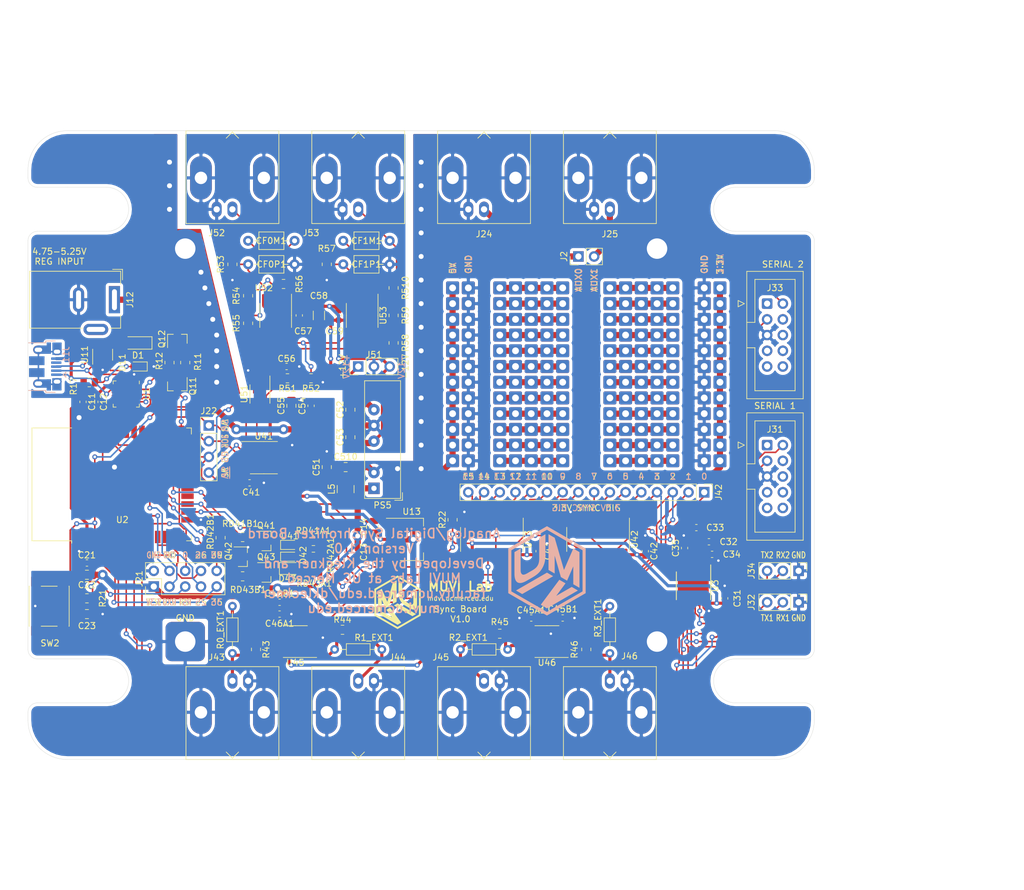
<source format=kicad_pcb>
(kicad_pcb (version 20171130) (host pcbnew "(5.1.8-0-10_14)")
  (layers (0 F.Cu signal) (31 B.Cu signal hide) (34 B.Paste user hide) (35 F.Paste user hide) (36 B.SilkS user hide) (37 F.SilkS user) (38 B.Mask user hide) (39 F.Mask user hide) (44 Edge.Cuts user))
  (net 0 "")
  (net 1 GND)
  (net 2 /VDD33)
  (net 3 /EXT_5V)
  (net 4 "Net-(C32-Pad2)")
  (net 5 "Net-(C32-Pad1)")
  (net 6 "Net-(C33-Pad2)")
  (net 7 "Net-(C33-Pad1)")
  (net 8 "Net-(C34-Pad1)")
  (net 9 "Net-(C35-Pad1)")
  (net 10 /VDD12)
  (net 11 /VSS12)
  (net 12 /VBUS)
  (net 13 "Net-(D11-Pad2)")
  (net 14 "Net-(D41-Pad2)")
  (net 15 "Net-(D41-Pad1)")
  (net 16 "Net-(D42-Pad2)")
  (net 17 "Net-(D42-Pad1)")
  (net 18 "Net-(D43-Pad2)")
  (net 19 "Net-(D43-Pad1)")
  (net 20 /USB_DP)
  (net 21 /USB_DN)
  (net 22 /TX1)
  (net 23 /RX1)
  (net 24 /TX2)
  (net 25 /RX2)
  (net 26 /TX1_EXT)
  (net 27 /RX1_EXT)
  (net 28 /TX2_EXT)
  (net 29 /RX2_EXT)
  (net 30 /DS3_EXT)
  (net 31 /DS2_EXT)
  (net 32 /DS1_EXT)
  (net 33 /DS0_EXT)
  (net 34 /DS15)
  (net 35 /DS14)
  (net 36 /DS13)
  (net 37 /DS12)
  (net 38 /DS11)
  (net 39 /DS10)
  (net 40 /DS9)
  (net 41 /DS8)
  (net 42 /DS7)
  (net 43 /DS6)
  (net 44 /DS5)
  (net 45 /DS4)
  (net 46 /DS3)
  (net 47 /DS2)
  (net 48 /DS1)
  (net 49 /DS0)
  (net 50 /RTS)
  (net 51 "Net-(Q11-Pad1)")
  (net 52 /DTR)
  (net 53 "Net-(Q12-Pad1)")
  (net 54 /SHIFT_OE)
  (net 55 "Net-(J43-Pad1)")
  (net 56 "Net-(J44-Pad1)")
  (net 57 "Net-(J45-Pad1)")
  (net 58 "Net-(J46-Pad1)")
  (net 59 "Net-(R51-Pad1)")
  (net 60 /AS0)
  (net 61 "Net-(R55-Pad2)")
  (net 62 /AS0_EXT)
  (net 63 /AS1)
  (net 64 "Net-(R59-Pad2)")
  (net 65 /AS1_EXT)
  (net 66 /I2S_SD)
  (net 67 /I2S_WS)
  (net 68 /I2S_SCK)
  (net 69 /DS_STCP)
  (net 70 "Net-(U42-Pad9)")
  (net 71 "Net-(CF1P1-Pad1)")
  (net 72 "Net-(CF1M1-Pad1)")
  (net 73 "Net-(Q41-Pad1)")
  (net 74 "Net-(Q42-Pad1)")
  (net 75 "Net-(Q43-Pad1)")
  (net 76 "Net-(J2-Pad1)")
  (net 77 "Net-(J2-Pad2)")
  (net 78 "Net-(CF0M1-Pad2)")
  (net 79 "Net-(CF0P1-Pad1)")
  (net 80 /RESET)
  (net 81 "Net-(C56-Pad2)")
  (net 82 /GPIO36)
  (net 83 /GPIO26)
  (net 84 /GPIO25)
  (net 85 /GPIO0)
  (net 86 /TX0)
  (net 87 /RX0)
  (net 88 /LED_R)
  (net 89 /LED_G)
  (net 90 /LED_B)
  (net 91 "Net-(U41-Pad4)")
  (net 92 /GPIO39)
  (net 93 "Net-(J11-Pad6)")
  (net 94 "Net-(C510-Pad1)")
  (module Logos:muvi_7p5mm (layer F.Cu) (at 123.19 139.7)
    (fp_text reference svg2mod hide)
    (fp_text value G*** hide)
  )
  (module Logos:muvi_12p5mm (layer B.Cu) (at 147.32 134.62 180)
    (fp_text reference svg2mod hide)
    (fp_text value G*** hide)
  )
  (module Logos:muvi (layer F.Cu) (at 219.075 133.35)
    (fp_text reference svg2mod hide)
    (fp_text value G*** hide)
  )
  (module Resistor_SMD:R_0805_2012Metric (layer F.Cu) (at 132.08 126.365 90)
    (fp_text reference R22 (at 0 -1.65 90) (layer F.SilkS))
    (fp_text value 10k)
    (pad 2 smd roundrect (at 0.9125 0 90) (size 1.025 1.4) (layers F.Cu F.Paste F.Mask) (roundrect_rratio 0.2439014634146341) (net 2 /VDD33))
    (pad 1 smd roundrect (at -0.9125 0 90) (size 1.025 1.4) (layers F.Cu F.Paste F.Mask) (roundrect_rratio 0.2439014634146341) (net 54 /SHIFT_OE))
  )
  (module Package_TO_SOT_SMD:SOT-223 (layer F.Cu) (at 125.476 129.54)
    (fp_text reference U13 (at 0 -4.5) (layer F.SilkS))
    (fp_text value AMS1117-3.3)
    (pad 1 smd rect (at -3.15 -2.3) (size 2 1.5) (layers F.Cu F.Paste F.Mask) (net 1 GND))
    (pad 3 smd rect (at -3.15 2.3) (size 2 1.5) (layers F.Cu F.Paste F.Mask) (net 3 /EXT_5V))
    (pad 2 smd rect (at -3.15 0) (size 2 1.5) (layers F.Cu F.Paste F.Mask) (net 2 /VDD33))
    (pad 4 smd rect (at 3.15 0) (size 2 3.8) (layers F.Cu F.Paste F.Mask))
  )
  (module Resistor_SMD:R_0805_2012Metric (layer F.Cu) (at 73.025 139.065)
    (fp_text reference R21 (at 2.54 0 90) (layer F.SilkS))
    (fp_text value 10k)
    (pad 2 smd roundrect (at 0.9125 0) (size 1.025 1.4) (layers F.Cu F.Paste F.Mask) (roundrect_rratio 0.2439014634146341) (net 2 /VDD33))
    (pad 1 smd roundrect (at -0.9125 0) (size 1.025 1.4) (layers F.Cu F.Paste F.Mask) (roundrect_rratio 0.2439014634146341) (net 80 /RESET))
  )
  (module Inductor_SMD:L_1210_3225Metric (layer F.Cu) (at 114.808 121.412 90)
    (fp_text reference L5 (at 0 -2.28 90) (layer F.SilkS))
    (fp_text value 6.8UH/530mA)
    (pad 2 smd roundrect (at 1.4 0 90) (size 1.25 2.65) (layers F.Cu F.Paste F.Mask) (roundrect_rratio 0.2) (net 94 "Net-(C510-Pad1)"))
    (pad 1 smd roundrect (at -1.4 0 90) (size 1.25 2.65) (layers F.Cu F.Paste F.Mask) (roundrect_rratio 0.2) (net 3 /EXT_5V))
  )
  (module Capacitor_SMD:C_0805_2012Metric (layer F.Cu) (at 111.76 117.856 90)
    (fp_text reference C51 (at 0 -1.68 90) (layer F.SilkS))
    (fp_text value 4.7UF/25V)
    (pad 2 smd roundrect (at 0.95 0 90) (size 1 1.45) (layers F.Cu F.Paste F.Mask) (net 1 GND))
    (pad 1 smd roundrect (at -0.95 0 90) (size 1 1.45) (layers F.Cu F.Paste F.Mask) (net 3 /EXT_5V))
  )
  (module Capacitor_SMD:C_0805_2012Metric (layer F.Cu) (at 114.808 117.856)
    (fp_text reference C510 (at 0 -1.68) (layer F.SilkS))
    (fp_text value 4.7UF/25V)
    (pad 2 smd roundrect (at 0.95 0) (size 1 1.45) (layers F.Cu F.Paste F.Mask) (net 1 GND))
    (pad 1 smd roundrect (at -0.95 0) (size 1 1.45) (layers F.Cu F.Paste F.Mask) (net 94 "Net-(C510-Pad1)"))
  )
  (module Connector_PinHeader_2.54mm:PinHeader_1x04_P2.54mm_Vertical (layer F.Cu) (at 92.71 111.125)
    (fp_text reference J22 (at 0 -2.33) (layer F.SilkS))
    (fp_text value I2S)
    (pad 4 thru_hole oval (at 0 7.62) (size 1.7 1.7) (drill 1) (layers *.Cu *.Mask) (net 69 /DS_STCP))
    (pad 3 thru_hole oval (at 0 5.08) (size 1.7 1.7) (drill 1) (layers *.Cu *.Mask) (net 66 /I2S_SD))
    (pad 2 thru_hole oval (at 0 2.54) (size 1.7 1.7) (drill 1) (layers *.Cu *.Mask) (net 68 /I2S_SCK))
    (pad 1 thru_hole rect (at 0 0) (size 1.7 1.7) (drill 1) (layers *.Cu *.Mask) (net 67 /I2S_WS))
  )
  (module Connector_PinHeader_2.54mm:PinHeader_1x03_P2.54mm_Vertical (layer F.Cu) (at 116.84 101.6 90)
    (fp_text reference J51 (at 1.905 2.54) (layer F.SilkS))
    (fp_text value AV)
    (pad 3 thru_hole oval (at 0 5.08 90) (size 1.7 1.7) (drill 1) (layers *.Cu *.Mask) (net 11 /VSS12))
    (pad 2 thru_hole oval (at 0 2.54 90) (size 1.7 1.7) (drill 1) (layers *.Cu *.Mask) (net 1 GND))
    (pad 1 thru_hole rect (at 0 0 90) (size 1.7 1.7) (drill 1) (layers *.Cu *.Mask) (net 10 /VDD12))
  )
  (module Converter_DCDC:Converter_DCDC_XP_POWER-IAxxxxS_THT (layer F.Cu) (at 119.38 121.285 180)
    (fp_text reference PS5 (at -1.39 -2.73) (layer F.SilkS))
    (fp_text value PDME1-S5-D12-S)
    (pad 6 thru_hole circle (at 0 12.7 180) (size 1.85 1.85) (drill 0.85) (layers *.Cu *.Mask) (net 10 /VDD12))
    (pad 5 thru_hole circle (at 0 10.16 180) (size 1.85 1.85) (drill 0.85) (layers *.Cu *.Mask) (net 1 GND))
    (pad 4 thru_hole circle (at 0 7.62 180) (size 1.85 1.85) (drill 0.85) (layers *.Cu *.Mask) (net 11 /VSS12))
    (pad 2 thru_hole circle (at 0 2.54 180) (size 1.85 1.85) (drill 0.85) (layers *.Cu *.Mask) (net 1 GND))
    (pad 1 thru_hole rect (at 0 0 180) (size 1.85 1.85) (drill 0.85) (layers *.Cu *.Mask) (net 94 "Net-(C510-Pad1)"))
  )
  (module Capacitor_SMD:C_0603_1608Metric (layer F.Cu) (at 113.665 93.345 90)
    (fp_text reference C59 (at -2.54 -0.635 180) (layer F.SilkS))
    (fp_text value 0.1UF/50V)
    (pad 2 smd roundrect (at 0.775 0 90) (size 0.9 0.95) (layers F.Cu F.Paste F.Mask) (net 11 /VSS12))
    (pad 1 smd roundrect (at -0.775 0 90) (size 0.9 0.95) (layers F.Cu F.Paste F.Mask) (net 10 /VDD12))
  )
  (module Capacitor_SMD:C_1206_3216Metric (layer F.Cu) (at 110.49 93.345 90)
    (fp_text reference C58 (at 3.175 0 180) (layer F.SilkS))
    (fp_text value 10UF/50V)
    (pad 2 smd roundrect (at 1.475 0 90) (size 1.15 1.8) (layers F.Cu F.Paste F.Mask) (roundrect_rratio 0.2173904347826087) (net 11 /VSS12))
    (pad 1 smd roundrect (at -1.475 0 90) (size 1.15 1.8) (layers F.Cu F.Paste F.Mask) (roundrect_rratio 0.2173904347826087) (net 10 /VDD12))
  )
  (module Capacitor_SMD:C_0603_1608Metric (layer F.Cu) (at 107.315 93.345 90)
    (fp_text reference C57 (at -2.54 0.635 180) (layer F.SilkS))
    (fp_text value 0.1UF/50V)
    (pad 2 smd roundrect (at 0.775 0 90) (size 0.9 0.95) (layers F.Cu F.Paste F.Mask) (net 11 /VSS12))
    (pad 1 smd roundrect (at -0.775 0 90) (size 0.9 0.95) (layers F.Cu F.Paste F.Mask) (net 10 /VDD12))
  )
  (module Capacitor_THT:C_Axial_L3.8mm_D2.6mm_P7.50mm_Horizontal (layer F.Cu) (at 114.42 85.09)
    (fp_text reference CF1P1 (at 3.75 0) (layer F.SilkS))
    (fp_text value 100pF)
    (pad 2 thru_hole oval (at 7.5 0) (size 1.6 1.6) (drill 0.8) (layers *.Cu *.Mask) (net 1 GND))
    (pad 1 thru_hole circle (at 0 0) (size 1.6 1.6) (drill 0.8) (layers *.Cu *.Mask) (net 71 "Net-(CF1P1-Pad1)"))
  )
  (module Capacitor_THT:C_Axial_L3.8mm_D2.6mm_P7.50mm_Horizontal (layer F.Cu) (at 114.42 81.28)
    (fp_text reference CF1M1 (at 3.75 0) (layer F.SilkS))
    (fp_text value 100pF)
    (pad 2 thru_hole oval (at 7.5 0) (size 1.6 1.6) (drill 0.8) (layers *.Cu *.Mask) (net 65 /AS1_EXT))
    (pad 1 thru_hole circle (at 0 0) (size 1.6 1.6) (drill 0.8) (layers *.Cu *.Mask) (net 72 "Net-(CF1M1-Pad1)"))
  )
  (module RF_Module:ESP32-WROOM-32 (layer F.Cu) (at 80.01 120.65 90)
    (fp_text reference U2 (at -5.715 -1.27) (layer F.SilkS))
    (fp_text value ESP32-WROOM-32D)
    (pad 38 smd rect (at 8.5 -8.255 90) (size 2 0.9) (layers F.Cu F.Paste F.Mask) (net 1 GND))
    (pad 37 smd rect (at 8.5 -6.985 90) (size 2 0.9) (layers F.Cu F.Paste F.Mask))
    (pad 36 smd rect (at 8.5 -5.715 90) (size 2 0.9) (layers F.Cu F.Paste F.Mask))
    (pad 35 smd rect (at 8.5 -4.445 90) (size 2 0.9) (layers F.Cu F.Paste F.Mask) (net 86 /TX0))
    (pad 34 smd rect (at 8.5 -3.175 90) (size 2 0.9) (layers F.Cu F.Paste F.Mask) (net 87 /RX0))
    (pad 33 smd rect (at 8.5 -1.905 90) (size 2 0.9) (layers F.Cu F.Paste F.Mask) (net 90 /LED_B))
    (pad 32 smd rect (at 8.5 -0.635 90) (size 2 0.9) (layers F.Cu F.Paste F.Mask))
    (pad 31 smd rect (at 8.5 0.635 90) (size 2 0.9) (layers F.Cu F.Paste F.Mask) (net 89 /LED_G))
    (pad 30 smd rect (at 8.5 1.905 90) (size 2 0.9) (layers F.Cu F.Paste F.Mask) (net 88 /LED_R))
    (pad 29 smd rect (at 8.5 3.175 90) (size 2 0.9) (layers F.Cu F.Paste F.Mask))
    (pad 28 smd rect (at 8.5 4.445 90) (size 2 0.9) (layers F.Cu F.Paste F.Mask) (net 67 /I2S_WS))
    (pad 27 smd rect (at 8.5 5.715 90) (size 2 0.9) (layers F.Cu F.Paste F.Mask) (net 68 /I2S_SCK))
    (pad 26 smd rect (at 8.5 6.985 90) (size 2 0.9) (layers F.Cu F.Paste F.Mask))
    (pad 25 smd rect (at 8.5 8.255 90) (size 2 0.9) (layers F.Cu F.Paste F.Mask) (net 85 /GPIO0))
    (pad 24 smd rect (at 5.715 9.255 180) (size 2 0.9) (layers F.Cu F.Paste F.Mask))
    (pad 23 smd rect (at 4.445 9.255 180) (size 2 0.9) (layers F.Cu F.Paste F.Mask) (net 66 /I2S_SD))
    (pad 22 smd rect (at 3.175 9.255 180) (size 2 0.9) (layers F.Cu F.Paste F.Mask))
    (pad 21 smd rect (at 1.905 9.255 180) (size 2 0.9) (layers F.Cu F.Paste F.Mask))
    (pad 20 smd rect (at 0.635 9.255 180) (size 2 0.9) (layers F.Cu F.Paste F.Mask))
    (pad 19 smd rect (at -0.635 9.255 180) (size 2 0.9) (layers F.Cu F.Paste F.Mask))
    (pad 18 smd rect (at -1.905 9.255 180) (size 2 0.9) (layers F.Cu F.Paste F.Mask))
    (pad 17 smd rect (at -3.175 9.255 180) (size 2 0.9) (layers F.Cu F.Paste F.Mask))
    (pad 16 smd rect (at -4.445 9.255 180) (size 2 0.9) (layers F.Cu F.Paste F.Mask) (net 54 /SHIFT_OE))
    (pad 15 smd rect (at -5.715 9.255 180) (size 2 0.9) (layers F.Cu F.Paste F.Mask) (net 1 GND))
    (pad 14 smd rect (at -8.5 8.255 90) (size 2 0.9) (layers F.Cu F.Paste F.Mask))
    (pad 13 smd rect (at -8.5 6.985 90) (size 2 0.9) (layers F.Cu F.Paste F.Mask))
    (pad 12 smd rect (at -8.5 5.715 90) (size 2 0.9) (layers F.Cu F.Paste F.Mask))
    (pad 11 smd rect (at -8.5 4.445 90) (size 2 0.9) (layers F.Cu F.Paste F.Mask) (net 83 /GPIO26))
    (pad 10 smd rect (at -8.5 3.175 90) (size 2 0.9) (layers F.Cu F.Paste F.Mask) (net 84 /GPIO25))
    (pad 9 smd rect (at -8.5 1.905 90) (size 2 0.9) (layers F.Cu F.Paste F.Mask) (net 24 /TX2))
    (pad 8 smd rect (at -8.5 0.635 90) (size 2 0.9) (layers F.Cu F.Paste F.Mask) (net 22 /TX1))
    (pad 7 smd rect (at -8.5 -0.635 90) (size 2 0.9) (layers F.Cu F.Paste F.Mask) (net 25 /RX2))
    (pad 6 smd rect (at -8.5 -1.905 90) (size 2 0.9) (layers F.Cu F.Paste F.Mask) (net 23 /RX1))
    (pad 5 smd rect (at -8.5 -3.175 90) (size 2 0.9) (layers F.Cu F.Paste F.Mask) (net 92 /GPIO39))
    (pad 4 smd rect (at -8.5 -4.445 90) (size 2 0.9) (layers F.Cu F.Paste F.Mask) (net 82 /GPIO36))
    (pad 3 smd rect (at -8.5 -5.715 90) (size 2 0.9) (layers F.Cu F.Paste F.Mask) (net 80 /RESET))
    (pad 2 smd rect (at -8.5 -6.985 90) (size 2 0.9) (layers F.Cu F.Paste F.Mask) (net 2 /VDD33))
    (pad 1 smd rect (at -8.5 -8.255 90) (size 2 0.9) (layers F.Cu F.Paste F.Mask) (net 1 GND))
    (pad 39 smd rect (at -1 -0.755 90) (size 5 5) (layers F.Cu F.Paste F.Mask) (net 1 GND))
  )
  (module Package_TO_SOT_SMD:SOT-23 (layer F.Cu) (at 87.63 97.155 90)
    (fp_text reference Q12 (at 0 -2.5 90) (layer F.SilkS))
    (fp_text value S8050)
    (pad 3 smd rect (at 1 0 90) (size 0.9 0.8) (layers F.Cu F.Paste F.Mask) (net 80 /RESET))
    (pad 2 smd rect (at -1 0.95 90) (size 0.9 0.8) (layers F.Cu F.Paste F.Mask) (net 50 /RTS))
    (pad 1 smd rect (at -1 -0.95 90) (size 0.9 0.8) (layers F.Cu F.Paste F.Mask) (net 53 "Net-(Q12-Pad1)"))
  )
  (module Resistor_SMD:R_0805_2012Metric (layer F.Cu) (at 98.171 135.509 180)
    (fp_text reference RD43B1 (at -0.889 -2.159) (layer F.SilkS))
    (fp_text value 4.7K)
    (pad 2 smd roundrect (at 0.9125 0 180) (size 1.025 1.4) (layers F.Cu F.Paste F.Mask) (roundrect_rratio 0.2439014634146341) (net 90 /LED_B))
    (pad 1 smd roundrect (at -0.9125 0 180) (size 1.025 1.4) (layers F.Cu F.Paste F.Mask) (roundrect_rratio 0.2439014634146341) (net 75 "Net-(Q43-Pad1)"))
  )
  (module Resistor_SMD:R_0805_2012Metric (layer F.Cu) (at 109.601 134.874)
    (fp_text reference RD43A1 (at 0.127 1.778) (layer F.SilkS))
    (fp_text value 100)
    (pad 2 smd roundrect (at 0.9125 0) (size 1.025 1.4) (layers F.Cu F.Paste F.Mask) (roundrect_rratio 0.2439014634146341) (net 3 /EXT_5V))
    (pad 1 smd roundrect (at -0.9125 0) (size 1.025 1.4) (layers F.Cu F.Paste F.Mask) (roundrect_rratio 0.2439014634146341) (net 18 "Net-(D43-Pad2)"))
  )
  (module Resistor_SMD:R_0805_2012Metric (layer F.Cu) (at 94.615 129.2625 90)
    (fp_text reference RD42B1 (at 0.9925 -1.65 90) (layer F.SilkS))
    (fp_text value 4.7K)
    (pad 2 smd roundrect (at 0.9125 0 90) (size 1.025 1.4) (layers F.Cu F.Paste F.Mask) (roundrect_rratio 0.2439014634146341) (net 89 /LED_G))
    (pad 1 smd roundrect (at -0.9125 0 90) (size 1.025 1.4) (layers F.Cu F.Paste F.Mask) (roundrect_rratio 0.2439014634146341) (net 74 "Net-(Q42-Pad1)"))
  )
  (module Resistor_SMD:R_0805_2012Metric (layer F.Cu) (at 109.601 132.334)
    (fp_text reference RD42A1 (at 2.794 -0.254 90) (layer F.SilkS))
    (fp_text value 82)
    (pad 2 smd roundrect (at 0.9125 0) (size 1.025 1.4) (layers F.Cu F.Paste F.Mask) (roundrect_rratio 0.2439014634146341) (net 3 /EXT_5V))
    (pad 1 smd roundrect (at -0.9125 0) (size 1.025 1.4) (layers F.Cu F.Paste F.Mask) (roundrect_rratio 0.2439014634146341) (net 16 "Net-(D42-Pad2)"))
  )
  (module Resistor_SMD:R_0805_2012Metric (layer F.Cu) (at 98.171 129.159 180)
    (fp_text reference RD41B1 (at 0.381 2.159) (layer F.SilkS))
    (fp_text value 4.7K)
    (pad 2 smd roundrect (at 0.9125 0 180) (size 1.025 1.4) (layers F.Cu F.Paste F.Mask) (roundrect_rratio 0.2439014634146341) (net 88 /LED_R))
    (pad 1 smd roundrect (at -0.9125 0 180) (size 1.025 1.4) (layers F.Cu F.Paste F.Mask) (roundrect_rratio 0.2439014634146341) (net 73 "Net-(Q41-Pad1)"))
  )
  (module Resistor_SMD:R_0805_2012Metric (layer F.Cu) (at 109.601 129.794)
    (fp_text reference RD41A1 (at 0 -1.65) (layer F.SilkS))
    (fp_text value 150)
    (pad 2 smd roundrect (at 0.9125 0) (size 1.025 1.4) (layers F.Cu F.Paste F.Mask) (roundrect_rratio 0.2439014634146341) (net 3 /EXT_5V))
    (pad 1 smd roundrect (at -0.9125 0) (size 1.025 1.4) (layers F.Cu F.Paste F.Mask) (roundrect_rratio 0.2439014634146341) (net 14 "Net-(D41-Pad2)"))
  )
  (module Package_TO_SOT_SMD:SOT-23 (layer F.Cu) (at 101.981 134.874)
    (fp_text reference Q43 (at 0 -2.5) (layer F.SilkS))
    (fp_text value S8050)
    (pad 3 smd rect (at 1 0) (size 0.9 0.8) (layers F.Cu F.Paste F.Mask) (net 19 "Net-(D43-Pad1)"))
    (pad 2 smd rect (at -1 0.95) (size 0.9 0.8) (layers F.Cu F.Paste F.Mask) (net 1 GND))
    (pad 1 smd rect (at -1 -0.95) (size 0.9 0.8) (layers F.Cu F.Paste F.Mask) (net 75 "Net-(Q43-Pad1)"))
  )
  (module Package_TO_SOT_SMD:SOT-23 (layer F.Cu) (at 98.171 132.334)
    (fp_text reference Q42 (at -2.286 -0.889 90) (layer F.SilkS))
    (fp_text value S8050)
    (pad 3 smd rect (at 1 0) (size 0.9 0.8) (layers F.Cu F.Paste F.Mask) (net 17 "Net-(D42-Pad1)"))
    (pad 2 smd rect (at -1 0.95) (size 0.9 0.8) (layers F.Cu F.Paste F.Mask) (net 1 GND))
    (pad 1 smd rect (at -1 -0.95) (size 0.9 0.8) (layers F.Cu F.Paste F.Mask) (net 74 "Net-(Q42-Pad1)"))
  )
  (module Package_TO_SOT_SMD:SOT-23 (layer F.Cu) (at 101.981 129.794)
    (fp_text reference Q41 (at 0 -2.5) (layer F.SilkS))
    (fp_text value S8050)
    (pad 3 smd rect (at 1 0) (size 0.9 0.8) (layers F.Cu F.Paste F.Mask) (net 15 "Net-(D41-Pad1)"))
    (pad 2 smd rect (at -1 0.95) (size 0.9 0.8) (layers F.Cu F.Paste F.Mask) (net 1 GND))
    (pad 1 smd rect (at -1 -0.95) (size 0.9 0.8) (layers F.Cu F.Paste F.Mask) (net 73 "Net-(Q41-Pad1)"))
  )
  (module LED_SMD:LED_0805_2012Metric (layer F.Cu) (at 105.791 134.239)
    (fp_text reference D43 (at -0.381 1.651) (layer F.SilkS))
    (fp_text value BLUE)
    (pad 2 smd roundrect (at 0.9375 0) (size 0.975 1.4) (layers F.Cu F.Paste F.Mask) (net 18 "Net-(D43-Pad2)"))
    (pad 1 smd roundrect (at -0.9375 0) (size 0.975 1.4) (layers F.Cu F.Paste F.Mask) (net 19 "Net-(D43-Pad1)"))
  )
  (module LED_SMD:LED_0603_1608Metric (layer F.Cu) (at 105.791 132.334)
    (fp_text reference D42 (at 2.159 -0.254 270) (layer F.SilkS))
    (fp_text value GREEN)
    (pad 2 smd roundrect (at 0.7875 0) (size 0.875 0.95) (layers F.Cu F.Paste F.Mask) (net 16 "Net-(D42-Pad2)"))
    (pad 1 smd roundrect (at -0.7875 0) (size 0.875 0.95) (layers F.Cu F.Paste F.Mask) (net 17 "Net-(D42-Pad1)"))
  )
  (module LED_SMD:LED_0603_1608Metric (layer F.Cu) (at 105.791 130.429)
    (fp_text reference D41 (at 0 -1.43) (layer F.SilkS))
    (fp_text value RED)
    (pad 2 smd roundrect (at 0.7875 0) (size 0.875 0.95) (layers F.Cu F.Paste F.Mask) (net 14 "Net-(D41-Pad2)"))
    (pad 1 smd roundrect (at -0.7875 0) (size 0.875 0.95) (layers F.Cu F.Paste F.Mask) (net 15 "Net-(D41-Pad1)"))
  )
  (module Connector_BarrelJack:BarrelJack_Wuerth_6941xx301002 (layer F.Cu) (at 77.47 90.805 270)
    (fp_text reference J12 (at 0 -2.5 90) (layer F.SilkS))
    (fp_text value Barrel_Jack)
    (pad 1 thru_hole rect (at 0 0 270) (size 4.4 1.8) (drill oval 3.4 0.8) (layers *.Cu *.Mask) (net 3 /EXT_5V))
    (pad 2 thru_hole oval (at 0 5.8 270) (size 4 1.8) (drill oval 3 0.8) (layers *.Cu *.Mask) (net 1 GND))
    (pad 3 thru_hole oval (at 4.8 3) (size 4 1.8) (drill oval 3 0.8) (layers *.Cu *.Mask))
  )
  (module Resistor_THT:R_Axial_DIN0204_L3.6mm_D1.6mm_P7.62mm_Horizontal (layer F.Cu) (at 157.48 147.955 90)
    (fp_text reference R3_EXT1 (at 5.715 -1.92 90) (layer F.SilkS))
    (fp_text value -)
    (pad 2 thru_hole oval (at 7.62 0 90) (size 1.4 1.4) (drill 0.7) (layers *.Cu *.Mask) (net 30 /DS3_EXT))
    (pad 1 thru_hole circle (at 0 0 90) (size 1.4 1.4) (drill 0.7) (layers *.Cu *.Mask) (net 58 "Net-(J46-Pad1)"))
  )
  (module Connector_IDC:IDC-Header_2x05_P2.54mm_Vertical (layer F.Cu) (at 182.88 114.3)
    (fp_text reference J31 (at 1.27 -2.54) (layer F.SilkS))
    (fp_text value "IDC SER")
    (pad 10 thru_hole circle (at 2.54 10.16) (size 1.7 1.7) (drill 1) (layers *.Cu *.Mask))
    (pad 8 thru_hole circle (at 2.54 7.62) (size 1.7 1.7) (drill 1) (layers *.Cu *.Mask))
    (pad 6 thru_hole circle (at 2.54 5.08) (size 1.7 1.7) (drill 1) (layers *.Cu *.Mask))
    (pad 4 thru_hole circle (at 2.54 2.54) (size 1.7 1.7) (drill 1) (layers *.Cu *.Mask))
    (pad 2 thru_hole circle (at 2.54 0) (size 1.7 1.7) (drill 1) (layers *.Cu *.Mask) (net 27 /RX1_EXT))
    (pad 9 thru_hole circle (at 0 10.16) (size 1.7 1.7) (drill 1) (layers *.Cu *.Mask))
    (pad 7 thru_hole circle (at 0 7.62) (size 1.7 1.7) (drill 1) (layers *.Cu *.Mask))
    (pad 5 thru_hole circle (at 0 5.08) (size 1.7 1.7) (drill 1) (layers *.Cu *.Mask) (net 1 GND))
    (pad 3 thru_hole circle (at 0 2.54) (size 1.7 1.7) (drill 1) (layers *.Cu *.Mask) (net 26 /TX1_EXT))
    (pad 1 thru_hole roundrect (at 0 0) (size 1.7 1.7) (drill 1) (layers *.Cu *.Mask) (roundrect_rratio 0.1470588235294118))
  )
  (module Connector_IDC:IDC-Header_2x05_P2.54mm_Vertical (layer F.Cu) (at 182.88 91.44)
    (fp_text reference J33 (at 1.27 -2.54) (layer F.SilkS))
    (fp_text value "IDC SER")
    (pad 10 thru_hole circle (at 2.54 10.16) (size 1.7 1.7) (drill 1) (layers *.Cu *.Mask))
    (pad 8 thru_hole circle (at 2.54 7.62) (size 1.7 1.7) (drill 1) (layers *.Cu *.Mask))
    (pad 6 thru_hole circle (at 2.54 5.08) (size 1.7 1.7) (drill 1) (layers *.Cu *.Mask))
    (pad 4 thru_hole circle (at 2.54 2.54) (size 1.7 1.7) (drill 1) (layers *.Cu *.Mask))
    (pad 2 thru_hole circle (at 2.54 0) (size 1.7 1.7) (drill 1) (layers *.Cu *.Mask) (net 29 /RX2_EXT))
    (pad 9 thru_hole circle (at 0 10.16) (size 1.7 1.7) (drill 1) (layers *.Cu *.Mask))
    (pad 7 thru_hole circle (at 0 7.62) (size 1.7 1.7) (drill 1) (layers *.Cu *.Mask))
    (pad 5 thru_hole circle (at 0 5.08) (size 1.7 1.7) (drill 1) (layers *.Cu *.Mask) (net 1 GND))
    (pad 3 thru_hole circle (at 0 2.54) (size 1.7 1.7) (drill 1) (layers *.Cu *.Mask) (net 28 /TX2_EXT))
    (pad 1 thru_hole roundrect (at 0 0) (size 1.7 1.7) (drill 1) (layers *.Cu *.Mask) (roundrect_rratio 0.1470588235294118))
  )
  (module Package_SO:SOIC-16_3.9x9.9mm_P1.27mm (layer F.Cu) (at 138.43 129.54 270)
    (fp_text reference U43 (at 0 -5.9 90) (layer F.SilkS))
    (fp_text value 74HC595)
    (pad 16 smd roundrect (at 2.475 -4.445 270) (size 1.95 0.6) (layers F.Cu F.Paste F.Mask) (net 2 /VDD33))
    (pad 15 smd roundrect (at 2.475 -3.175 270) (size 1.95 0.6) (layers F.Cu F.Paste F.Mask) (net 41 /DS8))
    (pad 14 smd roundrect (at 2.475 -1.905 270) (size 1.95 0.6) (layers F.Cu F.Paste F.Mask) (net 70 "Net-(U42-Pad9)"))
    (pad 13 smd roundrect (at 2.475 -0.635 270) (size 1.95 0.6) (layers F.Cu F.Paste F.Mask) (net 54 /SHIFT_OE))
    (pad 12 smd roundrect (at 2.475 0.635 270) (size 1.95 0.6) (layers F.Cu F.Paste F.Mask) (net 69 /DS_STCP))
    (pad 11 smd roundrect (at 2.475 1.905 270) (size 1.95 0.6) (layers F.Cu F.Paste F.Mask) (net 68 /I2S_SCK))
    (pad 10 smd roundrect (at 2.475 3.175 270) (size 1.95 0.6) (layers F.Cu F.Paste F.Mask) (net 2 /VDD33))
    (pad 9 smd roundrect (at 2.475 4.445 270) (size 1.95 0.6) (layers F.Cu F.Paste F.Mask))
    (pad 8 smd roundrect (at -2.475 4.445 270) (size 1.95 0.6) (layers F.Cu F.Paste F.Mask) (net 1 GND))
    (pad 7 smd roundrect (at -2.475 3.175 270) (size 1.95 0.6) (layers F.Cu F.Paste F.Mask) (net 34 /DS15))
    (pad 6 smd roundrect (at -2.475 1.905 270) (size 1.95 0.6) (layers F.Cu F.Paste F.Mask) (net 35 /DS14))
    (pad 5 smd roundrect (at -2.475 0.635 270) (size 1.95 0.6) (layers F.Cu F.Paste F.Mask) (net 36 /DS13))
    (pad 4 smd roundrect (at -2.475 -0.635 270) (size 1.95 0.6) (layers F.Cu F.Paste F.Mask) (net 37 /DS12))
    (pad 3 smd roundrect (at -2.475 -1.905 270) (size 1.95 0.6) (layers F.Cu F.Paste F.Mask) (net 38 /DS11))
    (pad 2 smd roundrect (at -2.475 -3.175 270) (size 1.95 0.6) (layers F.Cu F.Paste F.Mask) (net 39 /DS10))
    (pad 1 smd roundrect (at -2.475 -4.445 270) (size 1.95 0.6) (layers F.Cu F.Paste F.Mask) (net 40 /DS9))
  )
  (module Package_SO:SOIC-16_3.9x9.9mm_P1.27mm (layer F.Cu) (at 155.575 129.54 270)
    (fp_text reference U42 (at 0 -5.9 90) (layer F.SilkS))
    (fp_text value 74HC595)
    (pad 16 smd roundrect (at 2.475 -4.445 270) (size 1.95 0.6) (layers F.Cu F.Paste F.Mask) (net 2 /VDD33))
    (pad 15 smd roundrect (at 2.475 -3.175 270) (size 1.95 0.6) (layers F.Cu F.Paste F.Mask) (net 49 /DS0))
    (pad 14 smd roundrect (at 2.475 -1.905 270) (size 1.95 0.6) (layers F.Cu F.Paste F.Mask) (net 66 /I2S_SD))
    (pad 13 smd roundrect (at 2.475 -0.635 270) (size 1.95 0.6) (layers F.Cu F.Paste F.Mask) (net 54 /SHIFT_OE))
    (pad 12 smd roundrect (at 2.475 0.635 270) (size 1.95 0.6) (layers F.Cu F.Paste F.Mask) (net 69 /DS_STCP))
    (pad 11 smd roundrect (at 2.475 1.905 270) (size 1.95 0.6) (layers F.Cu F.Paste F.Mask) (net 68 /I2S_SCK))
    (pad 10 smd roundrect (at 2.475 3.175 270) (size 1.95 0.6) (layers F.Cu F.Paste F.Mask) (net 2 /VDD33))
    (pad 9 smd roundrect (at 2.475 4.445 270) (size 1.95 0.6) (layers F.Cu F.Paste F.Mask) (net 70 "Net-(U42-Pad9)"))
    (pad 8 smd roundrect (at -2.475 4.445 270) (size 1.95 0.6) (layers F.Cu F.Paste F.Mask) (net 1 GND))
    (pad 7 smd roundrect (at -2.475 3.175 270) (size 1.95 0.6) (layers F.Cu F.Paste F.Mask) (net 42 /DS7))
    (pad 6 smd roundrect (at -2.475 1.905 270) (size 1.95 0.6) (layers F.Cu F.Paste F.Mask) (net 43 /DS6))
    (pad 5 smd roundrect (at -2.475 0.635 270) (size 1.95 0.6) (layers F.Cu F.Paste F.Mask) (net 44 /DS5))
    (pad 4 smd roundrect (at -2.475 -0.635 270) (size 1.95 0.6) (layers F.Cu F.Paste F.Mask) (net 45 /DS4))
    (pad 3 smd roundrect (at -2.475 -1.905 270) (size 1.95 0.6) (layers F.Cu F.Paste F.Mask) (net 46 /DS3))
    (pad 2 smd roundrect (at -2.475 -3.175 270) (size 1.95 0.6) (layers F.Cu F.Paste F.Mask) (net 47 /DS2))
    (pad 1 smd roundrect (at -2.475 -4.445 270) (size 1.95 0.6) (layers F.Cu F.Paste F.Mask) (net 48 /DS1))
  )
  (module Package_TO_SOT_SMD:SOT-23-6 (layer F.Cu) (at 75.565 99.695 90)
    (fp_text reference U11 (at 0 -2.9 90) (layer F.SilkS))
    (fp_text value SRV05-4)
    (pad 5 smd rect (at 1.1 0 90) (size 1.06 0.65) (layers F.Cu F.Paste F.Mask) (net 12 /VBUS))
    (pad 6 smd rect (at 1.1 -0.95 90) (size 1.06 0.65) (layers F.Cu F.Paste F.Mask))
    (pad 4 smd rect (at 1.1 0.95 90) (size 1.06 0.65) (layers F.Cu F.Paste F.Mask))
    (pad 3 smd rect (at -1.1 0.95 90) (size 1.06 0.65) (layers F.Cu F.Paste F.Mask) (net 20 /USB_DP))
    (pad 2 smd rect (at -1.1 0 90) (size 1.06 0.65) (layers F.Cu F.Paste F.Mask) (net 1 GND))
    (pad 1 smd rect (at -1.1 -0.95 90) (size 1.06 0.65) (layers F.Cu F.Paste F.Mask) (net 21 /USB_DN))
  )
  (module Resistor_SMD:R_0805_2012Metric (layer F.Cu) (at 86.36 100.965 270)
    (fp_text reference R12 (at -0.254 1.651 90) (layer F.SilkS))
    (fp_text value 10k)
    (pad 2 smd roundrect (at 0.9125 0 270) (size 1.025 1.4) (layers F.Cu F.Paste F.Mask) (roundrect_rratio 0.2439014634146341) (net 52 /DTR))
    (pad 1 smd roundrect (at -0.9125 0 270) (size 1.025 1.4) (layers F.Cu F.Paste F.Mask) (roundrect_rratio 0.2439014634146341) (net 53 "Net-(Q12-Pad1)"))
  )
  (module Resistor_SMD:R_0805_2012Metric (layer F.Cu) (at 88.9 100.965 90)
    (fp_text reference R11 (at 0.127 2.032 90) (layer F.SilkS))
    (fp_text value 10k)
    (pad 2 smd roundrect (at 0.9125 0 90) (size 1.025 1.4) (layers F.Cu F.Paste F.Mask) (roundrect_rratio 0.2439014634146341) (net 50 /RTS))
    (pad 1 smd roundrect (at -0.9125 0 90) (size 1.025 1.4) (layers F.Cu F.Paste F.Mask) (roundrect_rratio 0.2439014634146341) (net 51 "Net-(Q11-Pad1)"))
  )
  (module Package_TO_SOT_SMD:SOT-23 (layer F.Cu) (at 87.63 104.775 270)
    (fp_text reference Q11 (at 0 -2.5 90) (layer F.SilkS))
    (fp_text value S8050)
    (pad 3 smd rect (at 1 0 270) (size 0.9 0.8) (layers F.Cu F.Paste F.Mask) (net 85 /GPIO0))
    (pad 2 smd rect (at -1 0.95 270) (size 0.9 0.8) (layers F.Cu F.Paste F.Mask) (net 52 /DTR))
    (pad 1 smd rect (at -1 -0.95 270) (size 0.9 0.8) (layers F.Cu F.Paste F.Mask) (net 51 "Net-(Q11-Pad1)"))
  )
  (module Diode_SMD:D_SOD-123 (layer F.Cu) (at 81.28 97.79 180)
    (fp_text reference D1 (at 0 -2) (layer F.SilkS))
    (fp_text value B5819W)
    (pad 2 smd rect (at 1.65 0 180) (size 0.9 1.2) (layers F.Cu F.Paste F.Mask) (net 12 /VBUS))
    (pad 1 smd rect (at -1.65 0 180) (size 0.9 1.2) (layers F.Cu F.Paste F.Mask) (net 3 /EXT_5V))
  )
  (module Capacitor_SMD:C_0603_1608Metric (layer F.Cu) (at 74.295 107.315 270)
    (fp_text reference C12 (at 0 -1.43 90) (layer F.SilkS))
    (fp_text value 4.7UF/16V)
    (pad 2 smd roundrect (at 0.775 0 270) (size 0.9 0.95) (layers F.Cu F.Paste F.Mask) (net 1 GND))
    (pad 1 smd roundrect (at -0.775 0 270) (size 0.9 0.95) (layers F.Cu F.Paste F.Mask) (net 2 /VDD33))
  )
  (module Capacitor_SMD:C_0603_1608Metric (layer F.Cu) (at 72.39 107.315 270)
    (fp_text reference C11 (at 0 -1.43 90) (layer F.SilkS))
    (fp_text value 0.1UF/50V)
    (pad 2 smd roundrect (at 0.775 0 270) (size 0.9 0.95) (layers F.Cu F.Paste F.Mask) (net 1 GND))
    (pad 1 smd roundrect (at -0.775 0 270) (size 0.9 0.95) (layers F.Cu F.Paste F.Mask) (net 2 /VDD33))
  )
  (module Capacitor_SMD:C_0603_1608Metric (layer F.Cu) (at 105.27 101.6 180)
    (fp_text reference C56 (at 0 1.27) (layer F.SilkS))
    (fp_text value 0.22UF/25V)
    (pad 2 smd roundrect (at 0.775 0 180) (size 0.9 0.95) (layers F.Cu F.Paste F.Mask) (net 81 "Net-(C56-Pad2)"))
    (pad 1 smd roundrect (at -0.775 0 180) (size 0.9 0.95) (layers F.Cu F.Paste F.Mask) (net 1 GND))
  )
  (module Package_DFN_QFN:QFN-24-1EP_4x4mm_P0.5mm_EP2.6x2.6mm (layer F.Cu) (at 79.375 106.045 270)
    (fp_text reference U1 (at 0 -3.3 90) (layer F.SilkS))
    (fp_text value CP2104)
    (pad 25 smd rect (at 0 0 270) (size 2.6 2.6) (layers F.Cu F.Mask))
    (pad 24 smd roundrect (at -1.25 -1.9375 270) (size 0.25 0.825) (layers F.Cu F.Paste F.Mask))
    (pad 23 smd roundrect (at -0.75 -1.9375 270) (size 0.25 0.825) (layers F.Cu F.Paste F.Mask) (net 52 /DTR))
    (pad 22 smd roundrect (at -0.25 -1.9375 270) (size 0.25 0.825) (layers F.Cu F.Paste F.Mask))
    (pad 21 smd roundrect (at 0.25 -1.9375 270) (size 0.25 0.825) (layers F.Cu F.Paste F.Mask) (net 87 /RX0))
    (pad 20 smd roundrect (at 0.75 -1.9375 270) (size 0.25 0.825) (layers F.Cu F.Paste F.Mask) (net 86 /TX0))
    (pad 19 smd roundrect (at 1.25 -1.9375 270) (size 0.25 0.825) (layers F.Cu F.Paste F.Mask) (net 50 /RTS))
    (pad 18 smd roundrect (at 1.9375 -1.25 270) (size 0.825 0.25) (layers F.Cu F.Paste F.Mask))
    (pad 17 smd roundrect (at 1.9375 -0.75 270) (size 0.825 0.25) (layers F.Cu F.Paste F.Mask))
    (pad 16 smd roundrect (at 1.9375 -0.25 270) (size 0.825 0.25) (layers F.Cu F.Paste F.Mask))
    (pad 15 smd roundrect (at 1.9375 0.25 270) (size 0.825 0.25) (layers F.Cu F.Paste F.Mask))
    (pad 14 smd roundrect (at 1.9375 0.75 270) (size 0.825 0.25) (layers F.Cu F.Paste F.Mask))
    (pad 13 smd roundrect (at 1.9375 1.25 270) (size 0.825 0.25) (layers F.Cu F.Paste F.Mask))
    (pad 12 smd roundrect (at 1.25 1.9375 270) (size 0.25 0.825) (layers F.Cu F.Paste F.Mask))
    (pad 11 smd roundrect (at 0.75 1.9375 270) (size 0.25 0.825) (layers F.Cu F.Paste F.Mask))
    (pad 10 smd roundrect (at 0.25 1.9375 270) (size 0.25 0.825) (layers F.Cu F.Paste F.Mask))
    (pad 9 smd roundrect (at -0.25 1.9375 270) (size 0.25 0.825) (layers F.Cu F.Paste F.Mask))
    (pad 8 smd roundrect (at -0.75 1.9375 270) (size 0.25 0.825) (layers F.Cu F.Paste F.Mask) (net 12 /VBUS))
    (pad 7 smd roundrect (at -1.25 1.9375 270) (size 0.25 0.825) (layers F.Cu F.Paste F.Mask) (net 2 /VDD33))
    (pad 6 smd roundrect (at -1.9375 1.25 270) (size 0.825 0.25) (layers F.Cu F.Paste F.Mask) (net 2 /VDD33))
    (pad 5 smd roundrect (at -1.9375 0.75 270) (size 0.825 0.25) (layers F.Cu F.Paste F.Mask) (net 2 /VDD33))
    (pad 4 smd roundrect (at -1.9375 0.25 270) (size 0.825 0.25) (layers F.Cu F.Paste F.Mask) (net 21 /USB_DN))
    (pad 3 smd roundrect (at -1.9375 -0.25 270) (size 0.825 0.25) (layers F.Cu F.Paste F.Mask) (net 20 /USB_DP))
    (pad 2 smd roundrect (at -1.9375 -0.75 270) (size 0.825 0.25) (layers F.Cu F.Paste F.Mask) (net 1 GND))
    (pad 1 smd roundrect (at -1.9375 -1.25 270) (size 0.825 0.25) (layers F.Cu F.Paste F.Mask))
  )
  (module Package_SO:TSSOP-14_4.4x5mm_P0.65mm (layer F.Cu) (at 101.6 116.332)
    (fp_text reference U41 (at 0 -3.45) (layer F.SilkS))
    (fp_text value 74AHC04)
    (pad 14 smd roundrect (at 2.8625 -1.95) (size 1.475 0.4) (layers F.Cu F.Paste F.Mask) (net 1 GND))
    (pad 13 smd roundrect (at 2.8625 -1.3) (size 1.475 0.4) (layers F.Cu F.Paste F.Mask))
    (pad 12 smd roundrect (at 2.8625 -0.65) (size 1.475 0.4) (layers F.Cu F.Paste F.Mask))
    (pad 11 smd roundrect (at 2.8625 0) (size 1.475 0.4) (layers F.Cu F.Paste F.Mask))
    (pad 10 smd roundrect (at 2.8625 0.65) (size 1.475 0.4) (layers F.Cu F.Paste F.Mask))
    (pad 9 smd roundrect (at 2.8625 1.3) (size 1.475 0.4) (layers F.Cu F.Paste F.Mask))
    (pad 8 smd roundrect (at 2.8625 1.95) (size 1.475 0.4) (layers F.Cu F.Paste F.Mask))
    (pad 7 smd roundrect (at -2.8625 1.95) (size 1.475 0.4) (layers F.Cu F.Paste F.Mask) (net 2 /VDD33))
    (pad 6 smd roundrect (at -2.8625 1.3) (size 1.475 0.4) (layers F.Cu F.Paste F.Mask))
    (pad 5 smd roundrect (at -2.8625 0.65) (size 1.475 0.4) (layers F.Cu F.Paste F.Mask))
    (pad 4 smd roundrect (at -2.8625 0) (size 1.475 0.4) (layers F.Cu F.Paste F.Mask) (net 91 "Net-(U41-Pad4)"))
    (pad 3 smd roundrect (at -2.8625 -0.65) (size 1.475 0.4) (layers F.Cu F.Paste F.Mask) (net 68 /I2S_SCK))
    (pad 2 smd roundrect (at -2.8625 -1.3) (size 1.475 0.4) (layers F.Cu F.Paste F.Mask) (net 69 /DS_STCP))
    (pad 1 smd roundrect (at -2.8625 -1.95) (size 1.475 0.4) (layers F.Cu F.Paste F.Mask) (net 67 /I2S_WS))
  )
  (module Connector_PinHeader_2.54mm:PinHeader_1x16_P2.54mm_Vertical (layer F.Cu) (at 172.72 121.92 270)
    (fp_text reference J42 (at 0 -2.33 90) (layer F.SilkS))
    (fp_text value DS_3.3V)
    (pad 16 thru_hole oval (at 0 38.1 270) (size 1.7 1.7) (drill 1) (layers *.Cu *.Mask) (net 34 /DS15))
    (pad 15 thru_hole oval (at 0 35.56 270) (size 1.7 1.7) (drill 1) (layers *.Cu *.Mask) (net 35 /DS14))
    (pad 14 thru_hole oval (at 0 33.02 270) (size 1.7 1.7) (drill 1) (layers *.Cu *.Mask) (net 36 /DS13))
    (pad 13 thru_hole oval (at 0 30.48 270) (size 1.7 1.7) (drill 1) (layers *.Cu *.Mask) (net 37 /DS12))
    (pad 12 thru_hole oval (at 0 27.94 270) (size 1.7 1.7) (drill 1) (layers *.Cu *.Mask) (net 38 /DS11))
    (pad 11 thru_hole oval (at 0 25.4 270) (size 1.7 1.7) (drill 1) (layers *.Cu *.Mask) (net 39 /DS10))
    (pad 10 thru_hole oval (at 0 22.86 270) (size 1.7 1.7) (drill 1) (layers *.Cu *.Mask) (net 40 /DS9))
    (pad 9 thru_hole oval (at 0 20.32 270) (size 1.7 1.7) (drill 1) (layers *.Cu *.Mask) (net 41 /DS8))
    (pad 8 thru_hole oval (at 0 17.78 270) (size 1.7 1.7) (drill 1) (layers *.Cu *.Mask) (net 42 /DS7))
    (pad 7 thru_hole oval (at 0 15.24 270) (size 1.7 1.7) (drill 1) (layers *.Cu *.Mask) (net 43 /DS6))
    (pad 6 thru_hole oval (at 0 12.7 270) (size 1.7 1.7) (drill 1) (layers *.Cu *.Mask) (net 44 /DS5))
    (pad 5 thru_hole oval (at 0 10.16 270) (size 1.7 1.7) (drill 1) (layers *.Cu *.Mask) (net 45 /DS4))
    (pad 4 thru_hole oval (at 0 7.62 270) (size 1.7 1.7) (drill 1) (layers *.Cu *.Mask) (net 46 /DS3))
    (pad 3 thru_hole oval (at 0 5.08 270) (size 1.7 1.7) (drill 1) (layers *.Cu *.Mask) (net 47 /DS2))
    (pad 2 thru_hole oval (at 0 2.54 270) (size 1.7 1.7) (drill 1) (layers *.Cu *.Mask) (net 48 /DS1))
    (pad 1 thru_hole rect (at 0 0 270) (size 1.7 1.7) (drill 1) (layers *.Cu *.Mask) (net 49 /DS0))
  )
  (module Connector_PinHeader_2.54mm:PinHeader_2x05_P2.54mm_Vertical (layer F.Cu) (at 83.82 137.16 90)
    (fp_text reference J21 (at 1.27 -2.33 90) (layer F.SilkS))
    (fp_text value GPIO)
    (pad 10 thru_hole oval (at 2.54 10.16 90) (size 1.7 1.7) (drill 1) (layers *.Cu *.Mask) (net 92 /GPIO39))
    (pad 9 thru_hole oval (at 0 10.16 90) (size 1.7 1.7) (drill 1) (layers *.Cu *.Mask) (net 82 /GPIO36))
    (pad 8 thru_hole oval (at 2.54 7.62 90) (size 1.7 1.7) (drill 1) (layers *.Cu *.Mask) (net 83 /GPIO26))
    (pad 7 thru_hole oval (at 0 7.62 90) (size 1.7 1.7) (drill 1) (layers *.Cu *.Mask) (net 84 /GPIO25))
    (pad 6 thru_hole oval (at 2.54 5.08 90) (size 1.7 1.7) (drill 1) (layers *.Cu *.Mask) (net 85 /GPIO0))
    (pad 5 thru_hole oval (at 0 5.08 90) (size 1.7 1.7) (drill 1) (layers *.Cu *.Mask) (net 80 /RESET))
    (pad 4 thru_hole oval (at 2.54 2.54 90) (size 1.7 1.7) (drill 1) (layers *.Cu *.Mask) (net 86 /TX0))
    (pad 3 thru_hole oval (at 0 2.54 90) (size 1.7 1.7) (drill 1) (layers *.Cu *.Mask) (net 87 /RX0))
    (pad 2 thru_hole oval (at 2.54 0 90) (size 1.7 1.7) (drill 1) (layers *.Cu *.Mask) (net 1 GND))
    (pad 1 thru_hole rect (at 0 0 90) (size 1.7 1.7) (drill 1) (layers *.Cu *.Mask) (net 2 /VDD33))
  )
  (module Connector_Wire:SolderWire-0.1sqmm_1x01_D0.4mm_OD1mm (layer F.Cu) (at 88.9 146.05)
    (fp_text reference GND (at 0 -3.81) (layer F.SilkS))
    (fp_text value SolderWire-0.1sqmm_1x01_D0.4mm_OD1mm)
    (pad 1 thru_hole roundrect (at 0 0) (size 6.35 6.35) (drill 3.302) (layers *.Cu *.Mask) (roundrect_rratio 0.156) (net 1 GND))
  )
  (module Connector_PinHeader_2.54mm:PinHeader_1x02_P2.54mm_Vertical (layer F.Cu) (at 152.4 83.82 90)
    (fp_text reference J2 (at 0 -2.33 90) (layer F.SilkS))
    (fp_text value Conn_01x02_Male)
    (pad 2 thru_hole oval (at 0 2.54 90) (size 1.7 1.7) (drill 1) (layers *.Cu *.Mask) (net 77 "Net-(J2-Pad2)"))
    (pad 1 thru_hole rect (at 0 0 90) (size 1.7 1.7) (drill 1) (layers *.Cu *.Mask) (net 76 "Net-(J2-Pad1)"))
  )
  (module Connector_Coaxial:BNC_Amphenol_B6252HB-NPP3G-50_Horizontal (layer F.Cu) (at 96.52 152.4 180)
    (fp_text reference J43 (at 2.54 3.81) (layer F.SilkS))
    (fp_text value DS0_EXT)
    (pad 2 thru_hole oval (at -2.54 0 180) (size 1.6 2.5) (drill 1.016) (layers *.Cu *.Mask) (net 1 GND))
    (pad 1 thru_hole oval (at 0 0 180) (size 1.6 2.5) (drill 1.016) (layers *.Cu *.Mask) (net 55 "Net-(J43-Pad1)"))
    (pad 2 thru_hole oval (at 5.08 -5.08 180) (size 3.5 7) (drill 2.01) (layers *.Cu *.Mask) (net 1 GND))
    (pad 2 thru_hole oval (at -5.08 -5.08 180) (size 3.5 7) (drill 2.01) (layers *.Cu *.Mask) (net 1 GND))
  )
  (module Capacitor_SMD:C_0603_1608Metric (layer F.Cu) (at 99.2885 120.396)
    (fp_text reference C41 (at 0.2795 1.524 180) (layer F.SilkS))
    (fp_text value 0.1UF/50V)
    (pad 2 smd roundrect (at 0.775 0) (size 0.9 0.95) (layers F.Cu F.Paste F.Mask) (net 1 GND))
    (pad 1 smd roundrect (at -0.775 0) (size 0.9 0.95) (layers F.Cu F.Paste F.Mask) (net 2 /VDD33))
  )
  (module Connector_Wire:SolderWire-0.5sqmm_1x01_D0.9mm_OD2.1mm (layer F.Cu) (at 132.08 88.9 90)
    (fp_text reference REF** hide)
    (fp_text value SolderWire-0.5sqmm_1x01_D0.9mm_OD2.1mm hide)
    (pad 1 thru_hole roundrect (at 0 0 90) (size 2.1 2.1) (drill 1.1) (layers *.Cu *.Mask) (roundrect_rratio 0.119047619047619) (net 3 /EXT_5V))
  )
  (module Connector_Wire:SolderWire-0.5sqmm_1x01_D0.9mm_OD2.1mm (layer F.Cu) (at 132.08 91.44 90)
    (fp_text reference REF** hide)
    (fp_text value SolderWire-0.5sqmm_1x01_D0.9mm_OD2.1mm hide)
    (pad 1 thru_hole roundrect (at 0 0 90) (size 2.1 2.1) (drill 1.1) (layers *.Cu *.Mask) (roundrect_rratio 0.119047619047619) (net 3 /EXT_5V))
  )
  (module Connector_Wire:SolderWire-0.5sqmm_1x01_D0.9mm_OD2.1mm (layer F.Cu) (at 132.08 93.98 90)
    (fp_text reference REF** hide)
    (fp_text value SolderWire-0.5sqmm_1x01_D0.9mm_OD2.1mm hide)
    (pad 1 thru_hole roundrect (at 0 0 90) (size 2.1 2.1) (drill 1.1) (layers *.Cu *.Mask) (roundrect_rratio 0.119047619047619) (net 3 /EXT_5V))
  )
  (module Connector_Wire:SolderWire-0.5sqmm_1x01_D0.9mm_OD2.1mm (layer F.Cu) (at 132.08 96.52 90)
    (fp_text reference REF** hide)
    (fp_text value SolderWire-0.5sqmm_1x01_D0.9mm_OD2.1mm hide)
    (pad 1 thru_hole roundrect (at 0 0 90) (size 2.1 2.1) (drill 1.1) (layers *.Cu *.Mask) (roundrect_rratio 0.119047619047619) (net 3 /EXT_5V))
  )
  (module Connector_Wire:SolderWire-0.5sqmm_1x01_D0.9mm_OD2.1mm (layer F.Cu) (at 132.08 99.06 90)
    (fp_text reference REF** hide)
    (fp_text value SolderWire-0.5sqmm_1x01_D0.9mm_OD2.1mm hide)
    (pad 1 thru_hole roundrect (at 0 0 90) (size 2.1 2.1) (drill 1.1) (layers *.Cu *.Mask) (roundrect_rratio 0.119047619047619) (net 3 /EXT_5V))
  )
  (module Connector_Wire:SolderWire-0.5sqmm_1x01_D0.9mm_OD2.1mm (layer F.Cu) (at 132.08 101.6 90)
    (fp_text reference REF** hide)
    (fp_text value SolderWire-0.5sqmm_1x01_D0.9mm_OD2.1mm hide)
    (pad 1 thru_hole roundrect (at 0 0 90) (size 2.1 2.1) (drill 1.1) (layers *.Cu *.Mask) (roundrect_rratio 0.119047619047619) (net 3 /EXT_5V))
  )
  (module Connector_Wire:SolderWire-0.5sqmm_1x01_D0.9mm_OD2.1mm (layer F.Cu) (at 132.08 104.14 90)
    (fp_text reference REF** hide)
    (fp_text value SolderWire-0.5sqmm_1x01_D0.9mm_OD2.1mm hide)
    (pad 1 thru_hole roundrect (at 0 0 90) (size 2.1 2.1) (drill 1.1) (layers *.Cu *.Mask) (roundrect_rratio 0.119047619047619) (net 3 /EXT_5V))
  )
  (module Connector_Wire:SolderWire-0.5sqmm_1x01_D0.9mm_OD2.1mm (layer F.Cu) (at 132.08 106.68 90)
    (fp_text reference REF** hide)
    (fp_text value SolderWire-0.5sqmm_1x01_D0.9mm_OD2.1mm hide)
    (pad 1 thru_hole roundrect (at 0 0 90) (size 2.1 2.1) (drill 1.1) (layers *.Cu *.Mask) (roundrect_rratio 0.119047619047619) (net 3 /EXT_5V))
  )
  (module Connector_Wire:SolderWire-0.5sqmm_1x01_D0.9mm_OD2.1mm (layer F.Cu) (at 132.08 109.22 90)
    (fp_text reference REF** hide)
    (fp_text value SolderWire-0.5sqmm_1x01_D0.9mm_OD2.1mm hide)
    (pad 1 thru_hole roundrect (at 0 0 90) (size 2.1 2.1) (drill 1.1) (layers *.Cu *.Mask) (roundrect_rratio 0.119047619047619) (net 3 /EXT_5V))
  )
  (module Connector_Wire:SolderWire-0.5sqmm_1x01_D0.9mm_OD2.1mm (layer F.Cu) (at 132.08 111.76 90)
    (fp_text reference REF** hide)
    (fp_text value SolderWire-0.5sqmm_1x01_D0.9mm_OD2.1mm hide)
    (pad 1 thru_hole roundrect (at 0 0 90) (size 2.1 2.1) (drill 1.1) (layers *.Cu *.Mask) (roundrect_rratio 0.119047619047619) (net 3 /EXT_5V))
  )
  (module Connector_Wire:SolderWire-0.5sqmm_1x01_D0.9mm_OD2.1mm (layer F.Cu) (at 132.08 114.3 90)
    (fp_text reference REF** hide)
    (fp_text value SolderWire-0.5sqmm_1x01_D0.9mm_OD2.1mm hide)
    (pad 1 thru_hole roundrect (at 0 0 90) (size 2.1 2.1) (drill 1.1) (layers *.Cu *.Mask) (roundrect_rratio 0.119047619047619) (net 3 /EXT_5V))
  )
  (module Connector_Wire:SolderWire-0.5sqmm_1x01_D0.9mm_OD2.1mm (layer F.Cu) (at 134.62 88.9 90)
    (fp_text reference REF** hide)
    (fp_text value SolderWire-0.5sqmm_1x01_D0.9mm_OD2.1mm hide)
    (pad 1 thru_hole roundrect (at 0 0 90) (size 2.1 2.1) (drill 1.1) (layers *.Cu *.Mask) (roundrect_rratio 0.119047619047619) (net 1 GND))
  )
  (module Connector_Wire:SolderWire-0.5sqmm_1x01_D0.9mm_OD2.1mm (layer F.Cu) (at 134.62 91.44 90)
    (fp_text reference REF** hide)
    (fp_text value SolderWire-0.5sqmm_1x01_D0.9mm_OD2.1mm hide)
    (pad 1 thru_hole roundrect (at 0 0 90) (size 2.1 2.1) (drill 1.1) (layers *.Cu *.Mask) (roundrect_rratio 0.119047619047619) (net 1 GND))
  )
  (module Connector_Wire:SolderWire-0.5sqmm_1x01_D0.9mm_OD2.1mm (layer F.Cu) (at 134.62 93.98 90)
    (fp_text reference REF** hide)
    (fp_text value SolderWire-0.5sqmm_1x01_D0.9mm_OD2.1mm hide)
    (pad 1 thru_hole roundrect (at 0 0 90) (size 2.1 2.1) (drill 1.1) (layers *.Cu *.Mask) (roundrect_rratio 0.119047619047619) (net 1 GND))
  )
  (module Connector_Wire:SolderWire-0.5sqmm_1x01_D0.9mm_OD2.1mm (layer F.Cu) (at 134.62 96.52 90)
    (fp_text reference REF** hide)
    (fp_text value SolderWire-0.5sqmm_1x01_D0.9mm_OD2.1mm hide)
    (pad 1 thru_hole roundrect (at 0 0 90) (size 2.1 2.1) (drill 1.1) (layers *.Cu *.Mask) (roundrect_rratio 0.119047619047619) (net 1 GND))
  )
  (module Connector_Wire:SolderWire-0.5sqmm_1x01_D0.9mm_OD2.1mm (layer F.Cu) (at 134.62 99.06 90)
    (fp_text reference REF** hide)
    (fp_text value SolderWire-0.5sqmm_1x01_D0.9mm_OD2.1mm hide)
    (pad 1 thru_hole roundrect (at 0 0 90) (size 2.1 2.1) (drill 1.1) (layers *.Cu *.Mask) (roundrect_rratio 0.119047619047619) (net 1 GND))
  )
  (module Connector_Wire:SolderWire-0.5sqmm_1x01_D0.9mm_OD2.1mm (layer F.Cu) (at 134.62 101.6 90)
    (fp_text reference REF** hide)
    (fp_text value SolderWire-0.5sqmm_1x01_D0.9mm_OD2.1mm hide)
    (pad 1 thru_hole roundrect (at 0 0 90) (size 2.1 2.1) (drill 1.1) (layers *.Cu *.Mask) (roundrect_rratio 0.119047619047619) (net 1 GND))
  )
  (module Connector_Wire:SolderWire-0.5sqmm_1x01_D0.9mm_OD2.1mm (layer F.Cu) (at 134.62 104.14 90)
    (fp_text reference REF** hide)
    (fp_text value SolderWire-0.5sqmm_1x01_D0.9mm_OD2.1mm hide)
    (pad 1 thru_hole roundrect (at 0 0 90) (size 2.1 2.1) (drill 1.1) (layers *.Cu *.Mask) (roundrect_rratio 0.119047619047619) (net 1 GND))
  )
  (module Connector_Wire:SolderWire-0.5sqmm_1x01_D0.9mm_OD2.1mm (layer F.Cu) (at 134.62 106.68 90)
    (fp_text reference REF** hide)
    (fp_text value SolderWire-0.5sqmm_1x01_D0.9mm_OD2.1mm hide)
    (pad 1 thru_hole roundrect (at 0 0 90) (size 2.1 2.1) (drill 1.1) (layers *.Cu *.Mask) (roundrect_rratio 0.119047619047619) (net 1 GND))
  )
  (module Connector_Wire:SolderWire-0.5sqmm_1x01_D0.9mm_OD2.1mm (layer F.Cu) (at 134.62 109.22 90)
    (fp_text reference REF** hide)
    (fp_text value SolderWire-0.5sqmm_1x01_D0.9mm_OD2.1mm hide)
    (pad 1 thru_hole roundrect (at 0 0 90) (size 2.1 2.1) (drill 1.1) (layers *.Cu *.Mask) (roundrect_rratio 0.119047619047619) (net 1 GND))
  )
  (module Connector_Wire:SolderWire-0.5sqmm_1x01_D0.9mm_OD2.1mm (layer F.Cu) (at 134.62 111.76 90)
    (fp_text reference REF** hide)
    (fp_text value SolderWire-0.5sqmm_1x01_D0.9mm_OD2.1mm hide)
    (pad 1 thru_hole roundrect (at 0 0 90) (size 2.1 2.1) (drill 1.1) (layers *.Cu *.Mask) (roundrect_rratio 0.119047619047619) (net 1 GND))
  )
  (module Connector_Wire:SolderWire-0.5sqmm_1x01_D0.9mm_OD2.1mm (layer F.Cu) (at 134.62 114.3 90)
    (fp_text reference REF** hide)
    (fp_text value SolderWire-0.5sqmm_1x01_D0.9mm_OD2.1mm hide)
    (pad 1 thru_hole roundrect (at 0 0 90) (size 2.1 2.1) (drill 1.1) (layers *.Cu *.Mask) (roundrect_rratio 0.119047619047619) (net 1 GND))
  )
  (module Connector_Wire:SolderWire-0.5sqmm_1x01_D0.9mm_OD2.1mm (layer F.Cu) (at 134.62 116.84 90)
    (fp_text reference REF** hide)
    (fp_text value SolderWire-0.5sqmm_1x01_D0.9mm_OD2.1mm hide)
    (pad 1 thru_hole roundrect (at 0 0 90) (size 2.1 2.1) (drill 1.1) (layers *.Cu *.Mask) (roundrect_rratio 0.119047619047619) (net 1 GND))
  )
  (module Connector_Wire:SolderWire-0.5sqmm_1x01_D0.9mm_OD2.1mm (layer F.Cu) (at 132.08 116.84 90)
    (fp_text reference REF** hide)
    (fp_text value SolderWire-0.5sqmm_1x01_D0.9mm_OD2.1mm hide)
    (pad 1 thru_hole roundrect (at 0 0 90) (size 2.1 2.1) (drill 1.1) (layers *.Cu *.Mask) (roundrect_rratio 0.119047619047619) (net 3 /EXT_5V))
  )
  (module Connector_Wire:SolderWire-0.5sqmm_1x01_D0.9mm_OD2.1mm (layer F.Cu) (at 175.26 88.9 90)
    (fp_text reference REF** hide)
    (fp_text value SolderWire-0.5sqmm_1x01_D0.9mm_OD2.1mm hide)
    (pad 1 thru_hole roundrect (at 0 0 90) (size 2.1 2.1) (drill 1.1) (layers *.Cu *.Mask) (roundrect_rratio 0.119047619047619) (net 2 /VDD33))
  )
  (module Connector_Wire:SolderWire-0.5sqmm_1x01_D0.9mm_OD2.1mm (layer F.Cu) (at 175.26 91.44 90)
    (fp_text reference REF** hide)
    (fp_text value SolderWire-0.5sqmm_1x01_D0.9mm_OD2.1mm hide)
    (pad 1 thru_hole roundrect (at 0 0 90) (size 2.1 2.1) (drill 1.1) (layers *.Cu *.Mask) (roundrect_rratio 0.119047619047619) (net 2 /VDD33))
  )
  (module Connector_Wire:SolderWire-0.5sqmm_1x01_D0.9mm_OD2.1mm (layer F.Cu) (at 175.26 93.98 90)
    (fp_text reference REF** hide)
    (fp_text value SolderWire-0.5sqmm_1x01_D0.9mm_OD2.1mm hide)
    (pad 1 thru_hole roundrect (at 0 0 90) (size 2.1 2.1) (drill 1.1) (layers *.Cu *.Mask) (roundrect_rratio 0.119047619047619) (net 2 /VDD33))
  )
  (module Connector_Wire:SolderWire-0.5sqmm_1x01_D0.9mm_OD2.1mm (layer F.Cu) (at 175.26 96.52 90)
    (fp_text reference REF** hide)
    (fp_text value SolderWire-0.5sqmm_1x01_D0.9mm_OD2.1mm hide)
    (pad 1 thru_hole roundrect (at 0 0 90) (size 2.1 2.1) (drill 1.1) (layers *.Cu *.Mask) (roundrect_rratio 0.119047619047619) (net 2 /VDD33))
  )
  (module Connector_Wire:SolderWire-0.5sqmm_1x01_D0.9mm_OD2.1mm (layer F.Cu) (at 175.26 99.06 90)
    (fp_text reference REF** hide)
    (fp_text value SolderWire-0.5sqmm_1x01_D0.9mm_OD2.1mm hide)
    (pad 1 thru_hole roundrect (at 0 0 90) (size 2.1 2.1) (drill 1.1) (layers *.Cu *.Mask) (roundrect_rratio 0.119047619047619) (net 2 /VDD33))
  )
  (module Connector_Wire:SolderWire-0.5sqmm_1x01_D0.9mm_OD2.1mm (layer F.Cu) (at 175.26 101.6 90)
    (fp_text reference REF** hide)
    (fp_text value SolderWire-0.5sqmm_1x01_D0.9mm_OD2.1mm hide)
    (pad 1 thru_hole roundrect (at 0 0 90) (size 2.1 2.1) (drill 1.1) (layers *.Cu *.Mask) (roundrect_rratio 0.119047619047619) (net 2 /VDD33))
  )
  (module Connector_Wire:SolderWire-0.5sqmm_1x01_D0.9mm_OD2.1mm (layer F.Cu) (at 175.26 104.14 90)
    (fp_text reference REF** hide)
    (fp_text value SolderWire-0.5sqmm_1x01_D0.9mm_OD2.1mm hide)
    (pad 1 thru_hole roundrect (at 0 0 90) (size 2.1 2.1) (drill 1.1) (layers *.Cu *.Mask) (roundrect_rratio 0.119047619047619) (net 2 /VDD33))
  )
  (module Connector_Wire:SolderWire-0.5sqmm_1x01_D0.9mm_OD2.1mm (layer F.Cu) (at 175.26 106.68 90)
    (fp_text reference REF** hide)
    (fp_text value SolderWire-0.5sqmm_1x01_D0.9mm_OD2.1mm hide)
    (pad 1 thru_hole roundrect (at 0 0 90) (size 2.1 2.1) (drill 1.1) (layers *.Cu *.Mask) (roundrect_rratio 0.119047619047619) (net 2 /VDD33))
  )
  (module Connector_Wire:SolderWire-0.5sqmm_1x01_D0.9mm_OD2.1mm (layer F.Cu) (at 175.26 109.22 90)
    (fp_text reference REF** hide)
    (fp_text value SolderWire-0.5sqmm_1x01_D0.9mm_OD2.1mm hide)
    (pad 1 thru_hole roundrect (at 0 0 90) (size 2.1 2.1) (drill 1.1) (layers *.Cu *.Mask) (roundrect_rratio 0.119047619047619) (net 2 /VDD33))
  )
  (module Connector_Wire:SolderWire-0.5sqmm_1x01_D0.9mm_OD2.1mm (layer F.Cu) (at 175.26 111.76 90)
    (fp_text reference REF** hide)
    (fp_text value SolderWire-0.5sqmm_1x01_D0.9mm_OD2.1mm hide)
    (pad 1 thru_hole roundrect (at 0 0 90) (size 2.1 2.1) (drill 1.1) (layers *.Cu *.Mask) (roundrect_rratio 0.119047619047619) (net 2 /VDD33))
  )
  (module Connector_Wire:SolderWire-0.5sqmm_1x01_D0.9mm_OD2.1mm (layer F.Cu) (at 175.26 114.3 90)
    (fp_text reference REF** hide)
    (fp_text value SolderWire-0.5sqmm_1x01_D0.9mm_OD2.1mm hide)
    (pad 1 thru_hole roundrect (at 0 0 90) (size 2.1 2.1) (drill 1.1) (layers *.Cu *.Mask) (roundrect_rratio 0.119047619047619) (net 2 /VDD33))
  )
  (module Connector_Wire:SolderWire-0.5sqmm_1x01_D0.9mm_OD2.1mm (layer F.Cu) (at 172.72 88.9 90)
    (fp_text reference REF** hide)
    (fp_text value SolderWire-0.5sqmm_1x01_D0.9mm_OD2.1mm hide)
    (pad 1 thru_hole roundrect (at 0 0 90) (size 2.1 2.1) (drill 1.1) (layers *.Cu *.Mask) (roundrect_rratio 0.119047619047619) (net 1 GND))
  )
  (module Connector_Wire:SolderWire-0.5sqmm_1x01_D0.9mm_OD2.1mm (layer F.Cu) (at 172.72 91.44 90)
    (fp_text reference REF** hide)
    (fp_text value SolderWire-0.5sqmm_1x01_D0.9mm_OD2.1mm hide)
    (pad 1 thru_hole roundrect (at 0 0 90) (size 2.1 2.1) (drill 1.1) (layers *.Cu *.Mask) (roundrect_rratio 0.119047619047619) (net 1 GND))
  )
  (module Connector_Wire:SolderWire-0.5sqmm_1x01_D0.9mm_OD2.1mm (layer F.Cu) (at 172.72 93.98 90)
    (fp_text reference REF** hide)
    (fp_text value SolderWire-0.5sqmm_1x01_D0.9mm_OD2.1mm hide)
    (pad 1 thru_hole roundrect (at 0 0 90) (size 2.1 2.1) (drill 1.1) (layers *.Cu *.Mask) (roundrect_rratio 0.119047619047619) (net 1 GND))
  )
  (module Connector_Wire:SolderWire-0.5sqmm_1x01_D0.9mm_OD2.1mm (layer F.Cu) (at 172.72 96.52 90)
    (fp_text reference REF** hide)
    (fp_text value SolderWire-0.5sqmm_1x01_D0.9mm_OD2.1mm hide)
    (pad 1 thru_hole roundrect (at 0 0 90) (size 2.1 2.1) (drill 1.1) (layers *.Cu *.Mask) (roundrect_rratio 0.119047619047619) (net 1 GND))
  )
  (module Connector_Wire:SolderWire-0.5sqmm_1x01_D0.9mm_OD2.1mm (layer F.Cu) (at 172.72 99.06 90)
    (fp_text reference REF** hide)
    (fp_text value SolderWire-0.5sqmm_1x01_D0.9mm_OD2.1mm hide)
    (pad 1 thru_hole roundrect (at 0 0 90) (size 2.1 2.1) (drill 1.1) (layers *.Cu *.Mask) (roundrect_rratio 0.119047619047619) (net 1 GND))
  )
  (module Connector_Wire:SolderWire-0.5sqmm_1x01_D0.9mm_OD2.1mm (layer F.Cu) (at 172.72 101.6 90)
    (fp_text reference REF** hide)
    (fp_text value SolderWire-0.5sqmm_1x01_D0.9mm_OD2.1mm hide)
    (pad 1 thru_hole roundrect (at 0 0 90) (size 2.1 2.1) (drill 1.1) (layers *.Cu *.Mask) (roundrect_rratio 0.119047619047619) (net 1 GND))
  )
  (module Connector_Wire:SolderWire-0.5sqmm_1x01_D0.9mm_OD2.1mm (layer F.Cu) (at 172.72 104.14 90)
    (fp_text reference REF** hide)
    (fp_text value SolderWire-0.5sqmm_1x01_D0.9mm_OD2.1mm hide)
    (pad 1 thru_hole roundrect (at 0 0 90) (size 2.1 2.1) (drill 1.1) (layers *.Cu *.Mask) (roundrect_rratio 0.119047619047619) (net 1 GND))
  )
  (module Connector_Wire:SolderWire-0.5sqmm_1x01_D0.9mm_OD2.1mm (layer F.Cu) (at 172.72 106.68 90)
    (fp_text reference REF** hide)
    (fp_text value SolderWire-0.5sqmm_1x01_D0.9mm_OD2.1mm hide)
    (pad 1 thru_hole roundrect (at 0 0 90) (size 2.1 2.1) (drill 1.1) (layers *.Cu *.Mask) (roundrect_rratio 0.119047619047619) (net 1 GND))
  )
  (module Connector_Wire:SolderWire-0.5sqmm_1x01_D0.9mm_OD2.1mm (layer F.Cu) (at 172.72 109.22 90)
    (fp_text reference REF** hide)
    (fp_text value SolderWire-0.5sqmm_1x01_D0.9mm_OD2.1mm hide)
    (pad 1 thru_hole roundrect (at 0 0 90) (size 2.1 2.1) (drill 1.1) (layers *.Cu *.Mask) (roundrect_rratio 0.119047619047619) (net 1 GND))
  )
  (module Connector_Wire:SolderWire-0.5sqmm_1x01_D0.9mm_OD2.1mm (layer F.Cu) (at 172.72 111.76 90)
    (fp_text reference REF** hide)
    (fp_text value SolderWire-0.5sqmm_1x01_D0.9mm_OD2.1mm hide)
    (pad 1 thru_hole roundrect (at 0 0 90) (size 2.1 2.1) (drill 1.1) (layers *.Cu *.Mask) (roundrect_rratio 0.119047619047619) (net 1 GND))
  )
  (module Connector_Wire:SolderWire-0.5sqmm_1x01_D0.9mm_OD2.1mm (layer F.Cu) (at 172.72 114.3 90)
    (fp_text reference REF** hide)
    (fp_text value SolderWire-0.5sqmm_1x01_D0.9mm_OD2.1mm hide)
    (pad 1 thru_hole roundrect (at 0 0 90) (size 2.1 2.1) (drill 1.1) (layers *.Cu *.Mask) (roundrect_rratio 0.119047619047619) (net 1 GND))
  )
  (module Connector_Wire:SolderWire-0.5sqmm_1x01_D0.9mm_OD2.1mm (layer F.Cu) (at 175.26 116.84 90)
    (fp_text reference REF** hide)
    (fp_text value SolderWire-0.5sqmm_1x01_D0.9mm_OD2.1mm hide)
    (pad 1 thru_hole roundrect (at 0 0 90) (size 2.1 2.1) (drill 1.1) (layers *.Cu *.Mask) (roundrect_rratio 0.119047619047619) (net 2 /VDD33))
  )
  (module Connector_Wire:SolderWire-0.5sqmm_1x01_D0.9mm_OD2.1mm (layer F.Cu) (at 172.72 116.84 90)
    (fp_text reference REF** hide)
    (fp_text value SolderWire-0.5sqmm_1x01_D0.9mm_OD2.1mm hide)
    (pad 1 thru_hole roundrect (at 0 0 90) (size 2.1 2.1) (drill 1.1) (layers *.Cu *.Mask) (roundrect_rratio 0.119047619047619) (net 1 GND))
  )
  (module Connector_Wire:SolderWire-0.5sqmm_1x01_D0.9mm_OD2.1mm (layer F.Cu) (at 167.64 88.9 90)
    (fp_text reference REF** hide)
    (fp_text value SolderWire-0.5sqmm_1x01_D0.9mm_OD2.1mm hide)
    (pad 1 thru_hole roundrect (at 0 0 90) (size 2.1 2.1) (drill 1.1) (layers *.Cu *.Mask) (roundrect_rratio 0.119047619047619))
  )
  (module Connector_Wire:SolderWire-0.5sqmm_1x01_D0.9mm_OD2.1mm (layer F.Cu) (at 167.64 91.44 90)
    (fp_text reference REF** hide)
    (fp_text value SolderWire-0.5sqmm_1x01_D0.9mm_OD2.1mm hide)
    (pad 1 thru_hole roundrect (at 0 0 90) (size 2.1 2.1) (drill 1.1) (layers *.Cu *.Mask) (roundrect_rratio 0.119047619047619))
  )
  (module Connector_Wire:SolderWire-0.5sqmm_1x01_D0.9mm_OD2.1mm (layer F.Cu) (at 167.64 93.98 90)
    (fp_text reference REF** hide)
    (fp_text value SolderWire-0.5sqmm_1x01_D0.9mm_OD2.1mm hide)
    (pad 1 thru_hole roundrect (at 0 0 90) (size 2.1 2.1) (drill 1.1) (layers *.Cu *.Mask) (roundrect_rratio 0.119047619047619))
  )
  (module Connector_Wire:SolderWire-0.5sqmm_1x01_D0.9mm_OD2.1mm (layer F.Cu) (at 167.64 96.52 90)
    (fp_text reference REF** hide)
    (fp_text value SolderWire-0.5sqmm_1x01_D0.9mm_OD2.1mm hide)
    (pad 1 thru_hole roundrect (at 0 0 90) (size 2.1 2.1) (drill 1.1) (layers *.Cu *.Mask) (roundrect_rratio 0.119047619047619))
  )
  (module Connector_Wire:SolderWire-0.5sqmm_1x01_D0.9mm_OD2.1mm (layer F.Cu) (at 167.64 99.06 90)
    (fp_text reference REF** hide)
    (fp_text value SolderWire-0.5sqmm_1x01_D0.9mm_OD2.1mm hide)
    (pad 1 thru_hole roundrect (at 0 0 90) (size 2.1 2.1) (drill 1.1) (layers *.Cu *.Mask) (roundrect_rratio 0.119047619047619))
  )
  (module Connector_Wire:SolderWire-0.5sqmm_1x01_D0.9mm_OD2.1mm (layer F.Cu) (at 167.64 101.6 90)
    (fp_text reference REF** hide)
    (fp_text value SolderWire-0.5sqmm_1x01_D0.9mm_OD2.1mm hide)
    (pad 1 thru_hole roundrect (at 0 0 90) (size 2.1 2.1) (drill 1.1) (layers *.Cu *.Mask) (roundrect_rratio 0.119047619047619))
  )
  (module Connector_Wire:SolderWire-0.5sqmm_1x01_D0.9mm_OD2.1mm (layer F.Cu) (at 167.64 104.14 90)
    (fp_text reference REF** hide)
    (fp_text value SolderWire-0.5sqmm_1x01_D0.9mm_OD2.1mm hide)
    (pad 1 thru_hole roundrect (at 0 0 90) (size 2.1 2.1) (drill 1.1) (layers *.Cu *.Mask) (roundrect_rratio 0.119047619047619))
  )
  (module Connector_Wire:SolderWire-0.5sqmm_1x01_D0.9mm_OD2.1mm (layer F.Cu) (at 167.64 106.68 90)
    (fp_text reference REF** hide)
    (fp_text value SolderWire-0.5sqmm_1x01_D0.9mm_OD2.1mm hide)
    (pad 1 thru_hole roundrect (at 0 0 90) (size 2.1 2.1) (drill 1.1) (layers *.Cu *.Mask) (roundrect_rratio 0.119047619047619))
  )
  (module Connector_Wire:SolderWire-0.5sqmm_1x01_D0.9mm_OD2.1mm (layer F.Cu) (at 167.64 109.22 90)
    (fp_text reference REF** hide)
    (fp_text value SolderWire-0.5sqmm_1x01_D0.9mm_OD2.1mm hide)
    (pad 1 thru_hole roundrect (at 0 0 90) (size 2.1 2.1) (drill 1.1) (layers *.Cu *.Mask) (roundrect_rratio 0.119047619047619))
  )
  (module Connector_Wire:SolderWire-0.5sqmm_1x01_D0.9mm_OD2.1mm (layer F.Cu) (at 167.64 111.76 90)
    (fp_text reference REF** hide)
    (fp_text value SolderWire-0.5sqmm_1x01_D0.9mm_OD2.1mm hide)
    (pad 1 thru_hole roundrect (at 0 0 90) (size 2.1 2.1) (drill 1.1) (layers *.Cu *.Mask) (roundrect_rratio 0.119047619047619))
  )
  (module Connector_Wire:SolderWire-0.5sqmm_1x01_D0.9mm_OD2.1mm (layer F.Cu) (at 167.64 114.3 90)
    (fp_text reference REF** hide)
    (fp_text value SolderWire-0.5sqmm_1x01_D0.9mm_OD2.1mm hide)
    (pad 1 thru_hole roundrect (at 0 0 90) (size 2.1 2.1) (drill 1.1) (layers *.Cu *.Mask) (roundrect_rratio 0.119047619047619))
  )
  (module Connector_Wire:SolderWire-0.5sqmm_1x01_D0.9mm_OD2.1mm (layer F.Cu) (at 167.64 116.84 90)
    (fp_text reference REF** hide)
    (fp_text value SolderWire-0.5sqmm_1x01_D0.9mm_OD2.1mm hide)
    (pad 1 thru_hole roundrect (at 0 0 90) (size 2.1 2.1) (drill 1.1) (layers *.Cu *.Mask) (roundrect_rratio 0.119047619047619))
  )
  (module Connector_Wire:SolderWire-0.5sqmm_1x01_D0.9mm_OD2.1mm (layer F.Cu) (at 165.1 88.9 90)
    (fp_text reference REF** hide)
    (fp_text value SolderWire-0.5sqmm_1x01_D0.9mm_OD2.1mm hide)
    (pad 1 thru_hole roundrect (at 0 0 90) (size 2.1 2.1) (drill 1.1) (layers *.Cu *.Mask) (roundrect_rratio 0.119047619047619))
  )
  (module Connector_Wire:SolderWire-0.5sqmm_1x01_D0.9mm_OD2.1mm (layer F.Cu) (at 165.1 91.44 90)
    (fp_text reference REF** hide)
    (fp_text value SolderWire-0.5sqmm_1x01_D0.9mm_OD2.1mm hide)
    (pad 1 thru_hole roundrect (at 0 0 90) (size 2.1 2.1) (drill 1.1) (layers *.Cu *.Mask) (roundrect_rratio 0.119047619047619))
  )
  (module Connector_Wire:SolderWire-0.5sqmm_1x01_D0.9mm_OD2.1mm (layer F.Cu) (at 165.1 93.98 90)
    (fp_text reference REF** hide)
    (fp_text value SolderWire-0.5sqmm_1x01_D0.9mm_OD2.1mm hide)
    (pad 1 thru_hole roundrect (at 0 0 90) (size 2.1 2.1) (drill 1.1) (layers *.Cu *.Mask) (roundrect_rratio 0.119047619047619))
  )
  (module Connector_Wire:SolderWire-0.5sqmm_1x01_D0.9mm_OD2.1mm (layer F.Cu) (at 165.1 96.52 90)
    (fp_text reference REF** hide)
    (fp_text value SolderWire-0.5sqmm_1x01_D0.9mm_OD2.1mm hide)
    (pad 1 thru_hole roundrect (at 0 0 90) (size 2.1 2.1) (drill 1.1) (layers *.Cu *.Mask) (roundrect_rratio 0.119047619047619))
  )
  (module Connector_Wire:SolderWire-0.5sqmm_1x01_D0.9mm_OD2.1mm (layer F.Cu) (at 165.1 99.06 90)
    (fp_text reference REF** hide)
    (fp_text value SolderWire-0.5sqmm_1x01_D0.9mm_OD2.1mm hide)
    (pad 1 thru_hole roundrect (at 0 0 90) (size 2.1 2.1) (drill 1.1) (layers *.Cu *.Mask) (roundrect_rratio 0.119047619047619))
  )
  (module Connector_Wire:SolderWire-0.5sqmm_1x01_D0.9mm_OD2.1mm (layer F.Cu) (at 165.1 101.6 90)
    (fp_text reference REF** hide)
    (fp_text value SolderWire-0.5sqmm_1x01_D0.9mm_OD2.1mm hide)
    (pad 1 thru_hole roundrect (at 0 0 90) (size 2.1 2.1) (drill 1.1) (layers *.Cu *.Mask) (roundrect_rratio 0.119047619047619))
  )
  (module Connector_Wire:SolderWire-0.5sqmm_1x01_D0.9mm_OD2.1mm (layer F.Cu) (at 165.1 104.14 90)
    (fp_text reference REF** hide)
    (fp_text value SolderWire-0.5sqmm_1x01_D0.9mm_OD2.1mm hide)
    (pad 1 thru_hole roundrect (at 0 0 90) (size 2.1 2.1) (drill 1.1) (layers *.Cu *.Mask) (roundrect_rratio 0.119047619047619))
  )
  (module Connector_Wire:SolderWire-0.5sqmm_1x01_D0.9mm_OD2.1mm (layer F.Cu) (at 165.1 106.68 90)
    (fp_text reference REF** hide)
    (fp_text value SolderWire-0.5sqmm_1x01_D0.9mm_OD2.1mm hide)
    (pad 1 thru_hole roundrect (at 0 0 90) (size 2.1 2.1) (drill 1.1) (layers *.Cu *.Mask) (roundrect_rratio 0.119047619047619))
  )
  (module Connector_Wire:SolderWire-0.5sqmm_1x01_D0.9mm_OD2.1mm (layer F.Cu) (at 165.1 109.22 90)
    (fp_text reference REF** hide)
    (fp_text value SolderWire-0.5sqmm_1x01_D0.9mm_OD2.1mm hide)
    (pad 1 thru_hole roundrect (at 0 0 90) (size 2.1 2.1) (drill 1.1) (layers *.Cu *.Mask) (roundrect_rratio 0.119047619047619))
  )
  (module Connector_Wire:SolderWire-0.5sqmm_1x01_D0.9mm_OD2.1mm (layer F.Cu) (at 165.1 111.76 90)
    (fp_text reference REF** hide)
    (fp_text value SolderWire-0.5sqmm_1x01_D0.9mm_OD2.1mm hide)
    (pad 1 thru_hole roundrect (at 0 0 90) (size 2.1 2.1) (drill 1.1) (layers *.Cu *.Mask) (roundrect_rratio 0.119047619047619))
  )
  (module Connector_Wire:SolderWire-0.5sqmm_1x01_D0.9mm_OD2.1mm (layer F.Cu) (at 165.1 114.3 90)
    (fp_text reference REF** hide)
    (fp_text value SolderWire-0.5sqmm_1x01_D0.9mm_OD2.1mm hide)
    (pad 1 thru_hole roundrect (at 0 0 90) (size 2.1 2.1) (drill 1.1) (layers *.Cu *.Mask) (roundrect_rratio 0.119047619047619))
  )
  (module Connector_Wire:SolderWire-0.5sqmm_1x01_D0.9mm_OD2.1mm (layer F.Cu) (at 165.1 116.84 90)
    (fp_text reference REF** hide)
    (fp_text value SolderWire-0.5sqmm_1x01_D0.9mm_OD2.1mm hide)
    (pad 1 thru_hole roundrect (at 0 0 90) (size 2.1 2.1) (drill 1.1) (layers *.Cu *.Mask) (roundrect_rratio 0.119047619047619))
  )
  (module Connector_Wire:SolderWire-0.5sqmm_1x01_D0.9mm_OD2.1mm (layer F.Cu) (at 162.56 88.9 90)
    (fp_text reference REF** hide)
    (fp_text value SolderWire-0.5sqmm_1x01_D0.9mm_OD2.1mm hide)
    (pad 1 thru_hole roundrect (at 0 0 90) (size 2.1 2.1) (drill 1.1) (layers *.Cu *.Mask) (roundrect_rratio 0.119047619047619))
  )
  (module Connector_Wire:SolderWire-0.5sqmm_1x01_D0.9mm_OD2.1mm (layer F.Cu) (at 162.56 91.44 90)
    (fp_text reference REF** hide)
    (fp_text value SolderWire-0.5sqmm_1x01_D0.9mm_OD2.1mm hide)
    (pad 1 thru_hole roundrect (at 0 0 90) (size 2.1 2.1) (drill 1.1) (layers *.Cu *.Mask) (roundrect_rratio 0.119047619047619))
  )
  (module Connector_Wire:SolderWire-0.5sqmm_1x01_D0.9mm_OD2.1mm (layer F.Cu) (at 162.56 93.98 90)
    (fp_text reference REF** hide)
    (fp_text value SolderWire-0.5sqmm_1x01_D0.9mm_OD2.1mm hide)
    (pad 1 thru_hole roundrect (at 0 0 90) (size 2.1 2.1) (drill 1.1) (layers *.Cu *.Mask) (roundrect_rratio 0.119047619047619))
  )
  (module Connector_Wire:SolderWire-0.5sqmm_1x01_D0.9mm_OD2.1mm (layer F.Cu) (at 162.56 96.52 90)
    (fp_text reference REF** hide)
    (fp_text value SolderWire-0.5sqmm_1x01_D0.9mm_OD2.1mm hide)
    (pad 1 thru_hole roundrect (at 0 0 90) (size 2.1 2.1) (drill 1.1) (layers *.Cu *.Mask) (roundrect_rratio 0.119047619047619))
  )
  (module Connector_Wire:SolderWire-0.5sqmm_1x01_D0.9mm_OD2.1mm (layer F.Cu) (at 162.56 99.06 90)
    (fp_text reference REF** hide)
    (fp_text value SolderWire-0.5sqmm_1x01_D0.9mm_OD2.1mm hide)
    (pad 1 thru_hole roundrect (at 0 0 90) (size 2.1 2.1) (drill 1.1) (layers *.Cu *.Mask) (roundrect_rratio 0.119047619047619))
  )
  (module Connector_Wire:SolderWire-0.5sqmm_1x01_D0.9mm_OD2.1mm (layer F.Cu) (at 162.56 101.6 90)
    (fp_text reference REF** hide)
    (fp_text value SolderWire-0.5sqmm_1x01_D0.9mm_OD2.1mm hide)
    (pad 1 thru_hole roundrect (at 0 0 90) (size 2.1 2.1) (drill 1.1) (layers *.Cu *.Mask) (roundrect_rratio 0.119047619047619))
  )
  (module Connector_Wire:SolderWire-0.5sqmm_1x01_D0.9mm_OD2.1mm (layer F.Cu) (at 162.56 104.14 90)
    (fp_text reference REF** hide)
    (fp_text value SolderWire-0.5sqmm_1x01_D0.9mm_OD2.1mm hide)
    (pad 1 thru_hole roundrect (at 0 0 90) (size 2.1 2.1) (drill 1.1) (layers *.Cu *.Mask) (roundrect_rratio 0.119047619047619))
  )
  (module Connector_Wire:SolderWire-0.5sqmm_1x01_D0.9mm_OD2.1mm (layer F.Cu) (at 162.56 106.68 90)
    (fp_text reference REF** hide)
    (fp_text value SolderWire-0.5sqmm_1x01_D0.9mm_OD2.1mm hide)
    (pad 1 thru_hole roundrect (at 0 0 90) (size 2.1 2.1) (drill 1.1) (layers *.Cu *.Mask) (roundrect_rratio 0.119047619047619))
  )
  (module Connector_Wire:SolderWire-0.5sqmm_1x01_D0.9mm_OD2.1mm (layer F.Cu) (at 162.56 109.22 90)
    (fp_text reference REF** hide)
    (fp_text value SolderWire-0.5sqmm_1x01_D0.9mm_OD2.1mm hide)
    (pad 1 thru_hole roundrect (at 0 0 90) (size 2.1 2.1) (drill 1.1) (layers *.Cu *.Mask) (roundrect_rratio 0.119047619047619))
  )
  (module Connector_Wire:SolderWire-0.5sqmm_1x01_D0.9mm_OD2.1mm (layer F.Cu) (at 162.56 111.76 90)
    (fp_text reference REF** hide)
    (fp_text value SolderWire-0.5sqmm_1x01_D0.9mm_OD2.1mm hide)
    (pad 1 thru_hole roundrect (at 0 0 90) (size 2.1 2.1) (drill 1.1) (layers *.Cu *.Mask) (roundrect_rratio 0.119047619047619))
  )
  (module Connector_Wire:SolderWire-0.5sqmm_1x01_D0.9mm_OD2.1mm (layer F.Cu) (at 162.56 114.3 90)
    (fp_text reference REF** hide)
    (fp_text value SolderWire-0.5sqmm_1x01_D0.9mm_OD2.1mm hide)
    (pad 1 thru_hole roundrect (at 0 0 90) (size 2.1 2.1) (drill 1.1) (layers *.Cu *.Mask) (roundrect_rratio 0.119047619047619))
  )
  (module Connector_Wire:SolderWire-0.5sqmm_1x01_D0.9mm_OD2.1mm (layer F.Cu) (at 162.56 116.84 90)
    (fp_text reference REF** hide)
    (fp_text value SolderWire-0.5sqmm_1x01_D0.9mm_OD2.1mm hide)
    (pad 1 thru_hole roundrect (at 0 0 90) (size 2.1 2.1) (drill 1.1) (layers *.Cu *.Mask) (roundrect_rratio 0.119047619047619))
  )
  (module Connector_Wire:SolderWire-0.5sqmm_1x01_D0.9mm_OD2.1mm (layer F.Cu) (at 160.02 88.9 90)
    (fp_text reference REF** hide)
    (fp_text value SolderWire-0.5sqmm_1x01_D0.9mm_OD2.1mm hide)
    (pad 1 thru_hole roundrect (at 0 0 90) (size 2.1 2.1) (drill 1.1) (layers *.Cu *.Mask) (roundrect_rratio 0.119047619047619))
  )
  (module Connector_Wire:SolderWire-0.5sqmm_1x01_D0.9mm_OD2.1mm (layer F.Cu) (at 160.02 91.44 90)
    (fp_text reference REF** hide)
    (fp_text value SolderWire-0.5sqmm_1x01_D0.9mm_OD2.1mm hide)
    (pad 1 thru_hole roundrect (at 0 0 90) (size 2.1 2.1) (drill 1.1) (layers *.Cu *.Mask) (roundrect_rratio 0.119047619047619))
  )
  (module Connector_Wire:SolderWire-0.5sqmm_1x01_D0.9mm_OD2.1mm (layer F.Cu) (at 160.02 93.98 90)
    (fp_text reference REF** hide)
    (fp_text value SolderWire-0.5sqmm_1x01_D0.9mm_OD2.1mm hide)
    (pad 1 thru_hole roundrect (at 0 0 90) (size 2.1 2.1) (drill 1.1) (layers *.Cu *.Mask) (roundrect_rratio 0.119047619047619))
  )
  (module Connector_Wire:SolderWire-0.5sqmm_1x01_D0.9mm_OD2.1mm (layer F.Cu) (at 160.02 96.52 90)
    (fp_text reference REF** hide)
    (fp_text value SolderWire-0.5sqmm_1x01_D0.9mm_OD2.1mm hide)
    (pad 1 thru_hole roundrect (at 0 0 90) (size 2.1 2.1) (drill 1.1) (layers *.Cu *.Mask) (roundrect_rratio 0.119047619047619))
  )
  (module Connector_Wire:SolderWire-0.5sqmm_1x01_D0.9mm_OD2.1mm (layer F.Cu) (at 160.02 99.06 90)
    (fp_text reference REF** hide)
    (fp_text value SolderWire-0.5sqmm_1x01_D0.9mm_OD2.1mm hide)
    (pad 1 thru_hole roundrect (at 0 0 90) (size 2.1 2.1) (drill 1.1) (layers *.Cu *.Mask) (roundrect_rratio 0.119047619047619))
  )
  (module Connector_Wire:SolderWire-0.5sqmm_1x01_D0.9mm_OD2.1mm (layer F.Cu) (at 160.02 101.6 90)
    (fp_text reference REF** hide)
    (fp_text value SolderWire-0.5sqmm_1x01_D0.9mm_OD2.1mm hide)
    (pad 1 thru_hole roundrect (at 0 0 90) (size 2.1 2.1) (drill 1.1) (layers *.Cu *.Mask) (roundrect_rratio 0.119047619047619))
  )
  (module Connector_Wire:SolderWire-0.5sqmm_1x01_D0.9mm_OD2.1mm (layer F.Cu) (at 160.02 104.14 90)
    (fp_text reference REF** hide)
    (fp_text value SolderWire-0.5sqmm_1x01_D0.9mm_OD2.1mm hide)
    (pad 1 thru_hole roundrect (at 0 0 90) (size 2.1 2.1) (drill 1.1) (layers *.Cu *.Mask) (roundrect_rratio 0.119047619047619))
  )
  (module Connector_Wire:SolderWire-0.5sqmm_1x01_D0.9mm_OD2.1mm (layer F.Cu) (at 160.02 106.68 90)
    (fp_text reference REF** hide)
    (fp_text value SolderWire-0.5sqmm_1x01_D0.9mm_OD2.1mm hide)
    (pad 1 thru_hole roundrect (at 0 0 90) (size 2.1 2.1) (drill 1.1) (layers *.Cu *.Mask) (roundrect_rratio 0.119047619047619))
  )
  (module Connector_Wire:SolderWire-0.5sqmm_1x01_D0.9mm_OD2.1mm (layer F.Cu) (at 160.02 109.22 90)
    (fp_text reference REF** hide)
    (fp_text value SolderWire-0.5sqmm_1x01_D0.9mm_OD2.1mm hide)
    (pad 1 thru_hole roundrect (at 0 0 90) (size 2.1 2.1) (drill 1.1) (layers *.Cu *.Mask) (roundrect_rratio 0.119047619047619))
  )
  (module Connector_Wire:SolderWire-0.5sqmm_1x01_D0.9mm_OD2.1mm (layer F.Cu) (at 160.02 111.76 90)
    (fp_text reference REF** hide)
    (fp_text value SolderWire-0.5sqmm_1x01_D0.9mm_OD2.1mm hide)
    (pad 1 thru_hole roundrect (at 0 0 90) (size 2.1 2.1) (drill 1.1) (layers *.Cu *.Mask) (roundrect_rratio 0.119047619047619))
  )
  (module Connector_Wire:SolderWire-0.5sqmm_1x01_D0.9mm_OD2.1mm (layer F.Cu) (at 160.02 114.3 90)
    (fp_text reference REF** hide)
    (fp_text value SolderWire-0.5sqmm_1x01_D0.9mm_OD2.1mm hide)
    (pad 1 thru_hole roundrect (at 0 0 90) (size 2.1 2.1) (drill 1.1) (layers *.Cu *.Mask) (roundrect_rratio 0.119047619047619))
  )
  (module Connector_Wire:SolderWire-0.5sqmm_1x01_D0.9mm_OD2.1mm (layer F.Cu) (at 160.02 116.84 90)
    (fp_text reference REF** hide)
    (fp_text value SolderWire-0.5sqmm_1x01_D0.9mm_OD2.1mm hide)
    (pad 1 thru_hole roundrect (at 0 0 90) (size 2.1 2.1) (drill 1.1) (layers *.Cu *.Mask) (roundrect_rratio 0.119047619047619))
  )
  (module Connector_Wire:SolderWire-0.5sqmm_1x01_D0.9mm_OD2.1mm (layer F.Cu) (at 157.48 88.9 90)
    (fp_text reference REF** hide)
    (fp_text value SolderWire-0.5sqmm_1x01_D0.9mm_OD2.1mm hide)
    (pad 1 thru_hole roundrect (at 0 0 90) (size 2.1 2.1) (drill 1.1) (layers *.Cu *.Mask) (roundrect_rratio 0.119047619047619))
  )
  (module Connector_Wire:SolderWire-0.5sqmm_1x01_D0.9mm_OD2.1mm (layer F.Cu) (at 157.48 91.44 90)
    (fp_text reference REF** hide)
    (fp_text value SolderWire-0.5sqmm_1x01_D0.9mm_OD2.1mm hide)
    (pad 1 thru_hole roundrect (at 0 0 90) (size 2.1 2.1) (drill 1.1) (layers *.Cu *.Mask) (roundrect_rratio 0.119047619047619))
  )
  (module Connector_Wire:SolderWire-0.5sqmm_1x01_D0.9mm_OD2.1mm (layer F.Cu) (at 157.48 93.98 90)
    (fp_text reference REF** hide)
    (fp_text value SolderWire-0.5sqmm_1x01_D0.9mm_OD2.1mm hide)
    (pad 1 thru_hole roundrect (at 0 0 90) (size 2.1 2.1) (drill 1.1) (layers *.Cu *.Mask) (roundrect_rratio 0.119047619047619))
  )
  (module Connector_Wire:SolderWire-0.5sqmm_1x01_D0.9mm_OD2.1mm (layer F.Cu) (at 157.48 96.52 90)
    (fp_text reference REF** hide)
    (fp_text value SolderWire-0.5sqmm_1x01_D0.9mm_OD2.1mm hide)
    (pad 1 thru_hole roundrect (at 0 0 90) (size 2.1 2.1) (drill 1.1) (layers *.Cu *.Mask) (roundrect_rratio 0.119047619047619))
  )
  (module Connector_Wire:SolderWire-0.5sqmm_1x01_D0.9mm_OD2.1mm (layer F.Cu) (at 157.48 99.06 90)
    (fp_text reference REF** hide)
    (fp_text value SolderWire-0.5sqmm_1x01_D0.9mm_OD2.1mm hide)
    (pad 1 thru_hole roundrect (at 0 0 90) (size 2.1 2.1) (drill 1.1) (layers *.Cu *.Mask) (roundrect_rratio 0.119047619047619))
  )
  (module Connector_Wire:SolderWire-0.5sqmm_1x01_D0.9mm_OD2.1mm (layer F.Cu) (at 157.48 101.6 90)
    (fp_text reference REF** hide)
    (fp_text value SolderWire-0.5sqmm_1x01_D0.9mm_OD2.1mm hide)
    (pad 1 thru_hole roundrect (at 0 0 90) (size 2.1 2.1) (drill 1.1) (layers *.Cu *.Mask) (roundrect_rratio 0.119047619047619))
  )
  (module Connector_Wire:SolderWire-0.5sqmm_1x01_D0.9mm_OD2.1mm (layer F.Cu) (at 157.48 104.14 90)
    (fp_text reference REF** hide)
    (fp_text value SolderWire-0.5sqmm_1x01_D0.9mm_OD2.1mm hide)
    (pad 1 thru_hole roundrect (at 0 0 90) (size 2.1 2.1) (drill 1.1) (layers *.Cu *.Mask) (roundrect_rratio 0.119047619047619))
  )
  (module Connector_Wire:SolderWire-0.5sqmm_1x01_D0.9mm_OD2.1mm (layer F.Cu) (at 157.48 106.68 90)
    (fp_text reference REF** hide)
    (fp_text value SolderWire-0.5sqmm_1x01_D0.9mm_OD2.1mm hide)
    (pad 1 thru_hole roundrect (at 0 0 90) (size 2.1 2.1) (drill 1.1) (layers *.Cu *.Mask) (roundrect_rratio 0.119047619047619))
  )
  (module Connector_Wire:SolderWire-0.5sqmm_1x01_D0.9mm_OD2.1mm (layer F.Cu) (at 157.48 109.22 90)
    (fp_text reference REF** hide)
    (fp_text value SolderWire-0.5sqmm_1x01_D0.9mm_OD2.1mm hide)
    (pad 1 thru_hole roundrect (at 0 0 90) (size 2.1 2.1) (drill 1.1) (layers *.Cu *.Mask) (roundrect_rratio 0.119047619047619))
  )
  (module Connector_Wire:SolderWire-0.5sqmm_1x01_D0.9mm_OD2.1mm (layer F.Cu) (at 157.48 111.76 90)
    (fp_text reference REF** hide)
    (fp_text value SolderWire-0.5sqmm_1x01_D0.9mm_OD2.1mm hide)
    (pad 1 thru_hole roundrect (at 0 0 90) (size 2.1 2.1) (drill 1.1) (layers *.Cu *.Mask) (roundrect_rratio 0.119047619047619))
  )
  (module Connector_Wire:SolderWire-0.5sqmm_1x01_D0.9mm_OD2.1mm (layer F.Cu) (at 157.48 114.3 90)
    (fp_text reference REF** hide)
    (fp_text value SolderWire-0.5sqmm_1x01_D0.9mm_OD2.1mm hide)
    (pad 1 thru_hole roundrect (at 0 0 90) (size 2.1 2.1) (drill 1.1) (layers *.Cu *.Mask) (roundrect_rratio 0.119047619047619))
  )
  (module Connector_Wire:SolderWire-0.5sqmm_1x01_D0.9mm_OD2.1mm (layer F.Cu) (at 157.48 116.84 90)
    (fp_text reference REF** hide)
    (fp_text value SolderWire-0.5sqmm_1x01_D0.9mm_OD2.1mm hide)
    (pad 1 thru_hole roundrect (at 0 0 90) (size 2.1 2.1) (drill 1.1) (layers *.Cu *.Mask) (roundrect_rratio 0.119047619047619))
  )
  (module Connector_Wire:SolderWire-0.5sqmm_1x01_D0.9mm_OD2.1mm (layer F.Cu) (at 149.86 88.9 90)
    (fp_text reference REF** hide)
    (fp_text value SolderWire-0.5sqmm_1x01_D0.9mm_OD2.1mm hide)
    (pad 1 thru_hole roundrect (at 0 0 90) (size 2.1 2.1) (drill 1.1) (layers *.Cu *.Mask) (roundrect_rratio 0.119047619047619))
  )
  (module Connector_Wire:SolderWire-0.5sqmm_1x01_D0.9mm_OD2.1mm (layer F.Cu) (at 149.86 91.44 90)
    (fp_text reference REF** hide)
    (fp_text value SolderWire-0.5sqmm_1x01_D0.9mm_OD2.1mm hide)
    (pad 1 thru_hole roundrect (at 0 0 90) (size 2.1 2.1) (drill 1.1) (layers *.Cu *.Mask) (roundrect_rratio 0.119047619047619))
  )
  (module Connector_Wire:SolderWire-0.5sqmm_1x01_D0.9mm_OD2.1mm (layer F.Cu) (at 149.86 93.98 90)
    (fp_text reference REF** hide)
    (fp_text value SolderWire-0.5sqmm_1x01_D0.9mm_OD2.1mm hide)
    (pad 1 thru_hole roundrect (at 0 0 90) (size 2.1 2.1) (drill 1.1) (layers *.Cu *.Mask) (roundrect_rratio 0.119047619047619))
  )
  (module Connector_Wire:SolderWire-0.5sqmm_1x01_D0.9mm_OD2.1mm (layer F.Cu) (at 149.86 96.52 90)
    (fp_text reference REF** hide)
    (fp_text value SolderWire-0.5sqmm_1x01_D0.9mm_OD2.1mm hide)
    (pad 1 thru_hole roundrect (at 0 0 90) (size 2.1 2.1) (drill 1.1) (layers *.Cu *.Mask) (roundrect_rratio 0.119047619047619))
  )
  (module Connector_Wire:SolderWire-0.5sqmm_1x01_D0.9mm_OD2.1mm (layer F.Cu) (at 149.86 99.06 90)
    (fp_text reference REF** hide)
    (fp_text value SolderWire-0.5sqmm_1x01_D0.9mm_OD2.1mm hide)
    (pad 1 thru_hole roundrect (at 0 0 90) (size 2.1 2.1) (drill 1.1) (layers *.Cu *.Mask) (roundrect_rratio 0.119047619047619))
  )
  (module Connector_Wire:SolderWire-0.5sqmm_1x01_D0.9mm_OD2.1mm (layer F.Cu) (at 149.86 101.6 90)
    (fp_text reference REF** hide)
    (fp_text value SolderWire-0.5sqmm_1x01_D0.9mm_OD2.1mm hide)
    (pad 1 thru_hole roundrect (at 0 0 90) (size 2.1 2.1) (drill 1.1) (layers *.Cu *.Mask) (roundrect_rratio 0.119047619047619))
  )
  (module Connector_Wire:SolderWire-0.5sqmm_1x01_D0.9mm_OD2.1mm (layer F.Cu) (at 149.86 104.14 90)
    (fp_text reference REF** hide)
    (fp_text value SolderWire-0.5sqmm_1x01_D0.9mm_OD2.1mm hide)
    (pad 1 thru_hole roundrect (at 0 0 90) (size 2.1 2.1) (drill 1.1) (layers *.Cu *.Mask) (roundrect_rratio 0.119047619047619))
  )
  (module Connector_Wire:SolderWire-0.5sqmm_1x01_D0.9mm_OD2.1mm (layer F.Cu) (at 149.86 106.68 90)
    (fp_text reference REF** hide)
    (fp_text value SolderWire-0.5sqmm_1x01_D0.9mm_OD2.1mm hide)
    (pad 1 thru_hole roundrect (at 0 0 90) (size 2.1 2.1) (drill 1.1) (layers *.Cu *.Mask) (roundrect_rratio 0.119047619047619))
  )
  (module Connector_Wire:SolderWire-0.5sqmm_1x01_D0.9mm_OD2.1mm (layer F.Cu) (at 149.86 109.22 90)
    (fp_text reference REF** hide)
    (fp_text value SolderWire-0.5sqmm_1x01_D0.9mm_OD2.1mm hide)
    (pad 1 thru_hole roundrect (at 0 0 90) (size 2.1 2.1) (drill 1.1) (layers *.Cu *.Mask) (roundrect_rratio 0.119047619047619))
  )
  (module Connector_Wire:SolderWire-0.5sqmm_1x01_D0.9mm_OD2.1mm (layer F.Cu) (at 149.86 111.76 90)
    (fp_text reference REF** hide)
    (fp_text value SolderWire-0.5sqmm_1x01_D0.9mm_OD2.1mm hide)
    (pad 1 thru_hole roundrect (at 0 0 90) (size 2.1 2.1) (drill 1.1) (layers *.Cu *.Mask) (roundrect_rratio 0.119047619047619))
  )
  (module Connector_Wire:SolderWire-0.5sqmm_1x01_D0.9mm_OD2.1mm (layer F.Cu) (at 149.86 114.3 90)
    (fp_text reference REF** hide)
    (fp_text value SolderWire-0.5sqmm_1x01_D0.9mm_OD2.1mm hide)
    (pad 1 thru_hole roundrect (at 0 0 90) (size 2.1 2.1) (drill 1.1) (layers *.Cu *.Mask) (roundrect_rratio 0.119047619047619))
  )
  (module Connector_Wire:SolderWire-0.5sqmm_1x01_D0.9mm_OD2.1mm (layer F.Cu) (at 149.86 116.84 90)
    (fp_text reference REF** hide)
    (fp_text value SolderWire-0.5sqmm_1x01_D0.9mm_OD2.1mm hide)
    (pad 1 thru_hole roundrect (at 0 0 90) (size 2.1 2.1) (drill 1.1) (layers *.Cu *.Mask) (roundrect_rratio 0.119047619047619))
  )
  (module Connector_Wire:SolderWire-0.5sqmm_1x01_D0.9mm_OD2.1mm (layer F.Cu) (at 147.32 88.9 90)
    (fp_text reference REF** hide)
    (fp_text value SolderWire-0.5sqmm_1x01_D0.9mm_OD2.1mm hide)
    (pad 1 thru_hole roundrect (at 0 0 90) (size 2.1 2.1) (drill 1.1) (layers *.Cu *.Mask) (roundrect_rratio 0.119047619047619))
  )
  (module Connector_Wire:SolderWire-0.5sqmm_1x01_D0.9mm_OD2.1mm (layer F.Cu) (at 147.32 91.44 90)
    (fp_text reference REF** hide)
    (fp_text value SolderWire-0.5sqmm_1x01_D0.9mm_OD2.1mm hide)
    (pad 1 thru_hole roundrect (at 0 0 90) (size 2.1 2.1) (drill 1.1) (layers *.Cu *.Mask) (roundrect_rratio 0.119047619047619))
  )
  (module Connector_Wire:SolderWire-0.5sqmm_1x01_D0.9mm_OD2.1mm (layer F.Cu) (at 147.32 93.98 90)
    (fp_text reference REF** hide)
    (fp_text value SolderWire-0.5sqmm_1x01_D0.9mm_OD2.1mm hide)
    (pad 1 thru_hole roundrect (at 0 0 90) (size 2.1 2.1) (drill 1.1) (layers *.Cu *.Mask) (roundrect_rratio 0.119047619047619))
  )
  (module Connector_Wire:SolderWire-0.5sqmm_1x01_D0.9mm_OD2.1mm (layer F.Cu) (at 147.32 96.52 90)
    (fp_text reference REF** hide)
    (fp_text value SolderWire-0.5sqmm_1x01_D0.9mm_OD2.1mm hide)
    (pad 1 thru_hole roundrect (at 0 0 90) (size 2.1 2.1) (drill 1.1) (layers *.Cu *.Mask) (roundrect_rratio 0.119047619047619))
  )
  (module Connector_Wire:SolderWire-0.5sqmm_1x01_D0.9mm_OD2.1mm (layer F.Cu) (at 147.32 99.06 90)
    (fp_text reference REF** hide)
    (fp_text value SolderWire-0.5sqmm_1x01_D0.9mm_OD2.1mm hide)
    (pad 1 thru_hole roundrect (at 0 0 90) (size 2.1 2.1) (drill 1.1) (layers *.Cu *.Mask) (roundrect_rratio 0.119047619047619))
  )
  (module Connector_Wire:SolderWire-0.5sqmm_1x01_D0.9mm_OD2.1mm (layer F.Cu) (at 147.32 101.6 90)
    (fp_text reference REF** hide)
    (fp_text value SolderWire-0.5sqmm_1x01_D0.9mm_OD2.1mm hide)
    (pad 1 thru_hole roundrect (at 0 0 90) (size 2.1 2.1) (drill 1.1) (layers *.Cu *.Mask) (roundrect_rratio 0.119047619047619))
  )
  (module Connector_Wire:SolderWire-0.5sqmm_1x01_D0.9mm_OD2.1mm (layer F.Cu) (at 147.32 104.14 90)
    (fp_text reference REF** hide)
    (fp_text value SolderWire-0.5sqmm_1x01_D0.9mm_OD2.1mm hide)
    (pad 1 thru_hole roundrect (at 0 0 90) (size 2.1 2.1) (drill 1.1) (layers *.Cu *.Mask) (roundrect_rratio 0.119047619047619))
  )
  (module Connector_Wire:SolderWire-0.5sqmm_1x01_D0.9mm_OD2.1mm (layer F.Cu) (at 147.32 106.68 90)
    (fp_text reference REF** hide)
    (fp_text value SolderWire-0.5sqmm_1x01_D0.9mm_OD2.1mm hide)
    (pad 1 thru_hole roundrect (at 0 0 90) (size 2.1 2.1) (drill 1.1) (layers *.Cu *.Mask) (roundrect_rratio 0.119047619047619))
  )
  (module Connector_Wire:SolderWire-0.5sqmm_1x01_D0.9mm_OD2.1mm (layer F.Cu) (at 147.32 109.22 90)
    (fp_text reference REF** hide)
    (fp_text value SolderWire-0.5sqmm_1x01_D0.9mm_OD2.1mm hide)
    (pad 1 thru_hole roundrect (at 0 0 90) (size 2.1 2.1) (drill 1.1) (layers *.Cu *.Mask) (roundrect_rratio 0.119047619047619))
  )
  (module Connector_Wire:SolderWire-0.5sqmm_1x01_D0.9mm_OD2.1mm (layer F.Cu) (at 147.32 111.76 90)
    (fp_text reference REF** hide)
    (fp_text value SolderWire-0.5sqmm_1x01_D0.9mm_OD2.1mm hide)
    (pad 1 thru_hole roundrect (at 0 0 90) (size 2.1 2.1) (drill 1.1) (layers *.Cu *.Mask) (roundrect_rratio 0.119047619047619))
  )
  (module Connector_Wire:SolderWire-0.5sqmm_1x01_D0.9mm_OD2.1mm (layer F.Cu) (at 147.32 114.3 90)
    (fp_text reference REF** hide)
    (fp_text value SolderWire-0.5sqmm_1x01_D0.9mm_OD2.1mm hide)
    (pad 1 thru_hole roundrect (at 0 0 90) (size 2.1 2.1) (drill 1.1) (layers *.Cu *.Mask) (roundrect_rratio 0.119047619047619))
  )
  (module Connector_Wire:SolderWire-0.5sqmm_1x01_D0.9mm_OD2.1mm (layer F.Cu) (at 147.32 116.84 90)
    (fp_text reference REF** hide)
    (fp_text value SolderWire-0.5sqmm_1x01_D0.9mm_OD2.1mm hide)
    (pad 1 thru_hole roundrect (at 0 0 90) (size 2.1 2.1) (drill 1.1) (layers *.Cu *.Mask) (roundrect_rratio 0.119047619047619))
  )
  (module Connector_Wire:SolderWire-0.5sqmm_1x01_D0.9mm_OD2.1mm (layer F.Cu) (at 144.78 88.9 90)
    (fp_text reference REF** hide)
    (fp_text value SolderWire-0.5sqmm_1x01_D0.9mm_OD2.1mm hide)
    (pad 1 thru_hole roundrect (at 0 0 90) (size 2.1 2.1) (drill 1.1) (layers *.Cu *.Mask) (roundrect_rratio 0.119047619047619))
  )
  (module Connector_Wire:SolderWire-0.5sqmm_1x01_D0.9mm_OD2.1mm (layer F.Cu) (at 144.78 91.44 90)
    (fp_text reference REF** hide)
    (fp_text value SolderWire-0.5sqmm_1x01_D0.9mm_OD2.1mm hide)
    (pad 1 thru_hole roundrect (at 0 0 90) (size 2.1 2.1) (drill 1.1) (layers *.Cu *.Mask) (roundrect_rratio 0.119047619047619))
  )
  (module Connector_Wire:SolderWire-0.5sqmm_1x01_D0.9mm_OD2.1mm (layer F.Cu) (at 144.78 93.98 90)
    (fp_text reference REF** hide)
    (fp_text value SolderWire-0.5sqmm_1x01_D0.9mm_OD2.1mm hide)
    (pad 1 thru_hole roundrect (at 0 0 90) (size 2.1 2.1) (drill 1.1) (layers *.Cu *.Mask) (roundrect_rratio 0.119047619047619))
  )
  (module Connector_Wire:SolderWire-0.5sqmm_1x01_D0.9mm_OD2.1mm (layer F.Cu) (at 144.78 96.52 90)
    (fp_text reference REF** hide)
    (fp_text value SolderWire-0.5sqmm_1x01_D0.9mm_OD2.1mm hide)
    (pad 1 thru_hole roundrect (at 0 0 90) (size 2.1 2.1) (drill 1.1) (layers *.Cu *.Mask) (roundrect_rratio 0.119047619047619))
  )
  (module Connector_Wire:SolderWire-0.5sqmm_1x01_D0.9mm_OD2.1mm (layer F.Cu) (at 144.78 99.06 90)
    (fp_text reference REF** hide)
    (fp_text value SolderWire-0.5sqmm_1x01_D0.9mm_OD2.1mm hide)
    (pad 1 thru_hole roundrect (at 0 0 90) (size 2.1 2.1) (drill 1.1) (layers *.Cu *.Mask) (roundrect_rratio 0.119047619047619))
  )
  (module Connector_Wire:SolderWire-0.5sqmm_1x01_D0.9mm_OD2.1mm (layer F.Cu) (at 144.78 101.6 90)
    (fp_text reference REF** hide)
    (fp_text value SolderWire-0.5sqmm_1x01_D0.9mm_OD2.1mm hide)
    (pad 1 thru_hole roundrect (at 0 0 90) (size 2.1 2.1) (drill 1.1) (layers *.Cu *.Mask) (roundrect_rratio 0.119047619047619))
  )
  (module Connector_Wire:SolderWire-0.5sqmm_1x01_D0.9mm_OD2.1mm (layer F.Cu) (at 144.78 104.14 90)
    (fp_text reference REF** hide)
    (fp_text value SolderWire-0.5sqmm_1x01_D0.9mm_OD2.1mm hide)
    (pad 1 thru_hole roundrect (at 0 0 90) (size 2.1 2.1) (drill 1.1) (layers *.Cu *.Mask) (roundrect_rratio 0.119047619047619))
  )
  (module Connector_Wire:SolderWire-0.5sqmm_1x01_D0.9mm_OD2.1mm (layer F.Cu) (at 144.78 106.68 90)
    (fp_text reference REF** hide)
    (fp_text value SolderWire-0.5sqmm_1x01_D0.9mm_OD2.1mm hide)
    (pad 1 thru_hole roundrect (at 0 0 90) (size 2.1 2.1) (drill 1.1) (layers *.Cu *.Mask) (roundrect_rratio 0.119047619047619))
  )
  (module Connector_Wire:SolderWire-0.5sqmm_1x01_D0.9mm_OD2.1mm (layer F.Cu) (at 144.78 109.22 90)
    (fp_text reference REF** hide)
    (fp_text value SolderWire-0.5sqmm_1x01_D0.9mm_OD2.1mm hide)
    (pad 1 thru_hole roundrect (at 0 0 90) (size 2.1 2.1) (drill 1.1) (layers *.Cu *.Mask) (roundrect_rratio 0.119047619047619))
  )
  (module Connector_Wire:SolderWire-0.5sqmm_1x01_D0.9mm_OD2.1mm (layer F.Cu) (at 144.78 111.76 90)
    (fp_text reference REF** hide)
    (fp_text value SolderWire-0.5sqmm_1x01_D0.9mm_OD2.1mm hide)
    (pad 1 thru_hole roundrect (at 0 0 90) (size 2.1 2.1) (drill 1.1) (layers *.Cu *.Mask) (roundrect_rratio 0.119047619047619))
  )
  (module Connector_Wire:SolderWire-0.5sqmm_1x01_D0.9mm_OD2.1mm (layer F.Cu) (at 144.78 114.3 90)
    (fp_text reference REF** hide)
    (fp_text value SolderWire-0.5sqmm_1x01_D0.9mm_OD2.1mm hide)
    (pad 1 thru_hole roundrect (at 0 0 90) (size 2.1 2.1) (drill 1.1) (layers *.Cu *.Mask) (roundrect_rratio 0.119047619047619))
  )
  (module Connector_Wire:SolderWire-0.5sqmm_1x01_D0.9mm_OD2.1mm (layer F.Cu) (at 144.78 116.84 90)
    (fp_text reference REF** hide)
    (fp_text value SolderWire-0.5sqmm_1x01_D0.9mm_OD2.1mm hide)
    (pad 1 thru_hole roundrect (at 0 0 90) (size 2.1 2.1) (drill 1.1) (layers *.Cu *.Mask) (roundrect_rratio 0.119047619047619))
  )
  (module Connector_Wire:SolderWire-0.5sqmm_1x01_D0.9mm_OD2.1mm (layer F.Cu) (at 142.24 88.9 90)
    (fp_text reference REF** hide)
    (fp_text value SolderWire-0.5sqmm_1x01_D0.9mm_OD2.1mm hide)
    (pad 1 thru_hole roundrect (at 0 0 90) (size 2.1 2.1) (drill 1.1) (layers *.Cu *.Mask) (roundrect_rratio 0.119047619047619))
  )
  (module Connector_Wire:SolderWire-0.5sqmm_1x01_D0.9mm_OD2.1mm (layer F.Cu) (at 142.24 91.44 90)
    (fp_text reference REF** hide)
    (fp_text value SolderWire-0.5sqmm_1x01_D0.9mm_OD2.1mm hide)
    (pad 1 thru_hole roundrect (at 0 0 90) (size 2.1 2.1) (drill 1.1) (layers *.Cu *.Mask) (roundrect_rratio 0.119047619047619))
  )
  (module Connector_Wire:SolderWire-0.5sqmm_1x01_D0.9mm_OD2.1mm (layer F.Cu) (at 142.24 93.98 90)
    (fp_text reference REF** hide)
    (fp_text value SolderWire-0.5sqmm_1x01_D0.9mm_OD2.1mm hide)
    (pad 1 thru_hole roundrect (at 0 0 90) (size 2.1 2.1) (drill 1.1) (layers *.Cu *.Mask) (roundrect_rratio 0.119047619047619))
  )
  (module Connector_Wire:SolderWire-0.5sqmm_1x01_D0.9mm_OD2.1mm (layer F.Cu) (at 142.24 96.52 90)
    (fp_text reference REF** hide)
    (fp_text value SolderWire-0.5sqmm_1x01_D0.9mm_OD2.1mm hide)
    (pad 1 thru_hole roundrect (at 0 0 90) (size 2.1 2.1) (drill 1.1) (layers *.Cu *.Mask) (roundrect_rratio 0.119047619047619))
  )
  (module Connector_Wire:SolderWire-0.5sqmm_1x01_D0.9mm_OD2.1mm (layer F.Cu) (at 142.24 99.06 90)
    (fp_text reference REF** hide)
    (fp_text value SolderWire-0.5sqmm_1x01_D0.9mm_OD2.1mm hide)
    (pad 1 thru_hole roundrect (at 0 0 90) (size 2.1 2.1) (drill 1.1) (layers *.Cu *.Mask) (roundrect_rratio 0.119047619047619))
  )
  (module Connector_Wire:SolderWire-0.5sqmm_1x01_D0.9mm_OD2.1mm (layer F.Cu) (at 142.24 101.6 90)
    (fp_text reference REF** hide)
    (fp_text value SolderWire-0.5sqmm_1x01_D0.9mm_OD2.1mm hide)
    (pad 1 thru_hole roundrect (at 0 0 90) (size 2.1 2.1) (drill 1.1) (layers *.Cu *.Mask) (roundrect_rratio 0.119047619047619))
  )
  (module Connector_Wire:SolderWire-0.5sqmm_1x01_D0.9mm_OD2.1mm (layer F.Cu) (at 142.24 104.14 90)
    (fp_text reference REF** hide)
    (fp_text value SolderWire-0.5sqmm_1x01_D0.9mm_OD2.1mm hide)
    (pad 1 thru_hole roundrect (at 0 0 90) (size 2.1 2.1) (drill 1.1) (layers *.Cu *.Mask) (roundrect_rratio 0.119047619047619))
  )
  (module Connector_Wire:SolderWire-0.5sqmm_1x01_D0.9mm_OD2.1mm (layer F.Cu) (at 142.24 106.68 90)
    (fp_text reference REF** hide)
    (fp_text value SolderWire-0.5sqmm_1x01_D0.9mm_OD2.1mm hide)
    (pad 1 thru_hole roundrect (at 0 0 90) (size 2.1 2.1) (drill 1.1) (layers *.Cu *.Mask) (roundrect_rratio 0.119047619047619))
  )
  (module Connector_Wire:SolderWire-0.5sqmm_1x01_D0.9mm_OD2.1mm (layer F.Cu) (at 142.24 109.22 90)
    (fp_text reference REF** hide)
    (fp_text value SolderWire-0.5sqmm_1x01_D0.9mm_OD2.1mm hide)
    (pad 1 thru_hole roundrect (at 0 0 90) (size 2.1 2.1) (drill 1.1) (layers *.Cu *.Mask) (roundrect_rratio 0.119047619047619))
  )
  (module Connector_Wire:SolderWire-0.5sqmm_1x01_D0.9mm_OD2.1mm (layer F.Cu) (at 142.24 111.76 90)
    (fp_text reference REF** hide)
    (fp_text value SolderWire-0.5sqmm_1x01_D0.9mm_OD2.1mm hide)
    (pad 1 thru_hole roundrect (at 0 0 90) (size 2.1 2.1) (drill 1.1) (layers *.Cu *.Mask) (roundrect_rratio 0.119047619047619))
  )
  (module Connector_Wire:SolderWire-0.5sqmm_1x01_D0.9mm_OD2.1mm (layer F.Cu) (at 142.24 114.3 90)
    (fp_text reference REF** hide)
    (fp_text value SolderWire-0.5sqmm_1x01_D0.9mm_OD2.1mm hide)
    (pad 1 thru_hole roundrect (at 0 0 90) (size 2.1 2.1) (drill 1.1) (layers *.Cu *.Mask) (roundrect_rratio 0.119047619047619))
  )
  (module Connector_Wire:SolderWire-0.5sqmm_1x01_D0.9mm_OD2.1mm (layer F.Cu) (at 142.24 116.84 90)
    (fp_text reference REF** hide)
    (fp_text value SolderWire-0.5sqmm_1x01_D0.9mm_OD2.1mm hide)
    (pad 1 thru_hole roundrect (at 0 0 90) (size 2.1 2.1) (drill 1.1) (layers *.Cu *.Mask) (roundrect_rratio 0.119047619047619))
  )
  (module Connector_Wire:SolderWire-0.5sqmm_1x01_D0.9mm_OD2.1mm (layer F.Cu) (at 139.7 88.9 90)
    (fp_text reference REF** hide)
    (fp_text value SolderWire-0.5sqmm_1x01_D0.9mm_OD2.1mm hide)
    (pad 1 thru_hole roundrect (at 0 0 90) (size 2.1 2.1) (drill 1.1) (layers *.Cu *.Mask) (roundrect_rratio 0.119047619047619))
  )
  (module Connector_Wire:SolderWire-0.5sqmm_1x01_D0.9mm_OD2.1mm (layer F.Cu) (at 139.7 91.44 90)
    (fp_text reference REF** hide)
    (fp_text value SolderWire-0.5sqmm_1x01_D0.9mm_OD2.1mm hide)
    (pad 1 thru_hole roundrect (at 0 0 90) (size 2.1 2.1) (drill 1.1) (layers *.Cu *.Mask) (roundrect_rratio 0.119047619047619))
  )
  (module Connector_Wire:SolderWire-0.5sqmm_1x01_D0.9mm_OD2.1mm (layer F.Cu) (at 139.7 93.98 90)
    (fp_text reference REF** hide)
    (fp_text value SolderWire-0.5sqmm_1x01_D0.9mm_OD2.1mm hide)
    (pad 1 thru_hole roundrect (at 0 0 90) (size 2.1 2.1) (drill 1.1) (layers *.Cu *.Mask) (roundrect_rratio 0.119047619047619))
  )
  (module Connector_Wire:SolderWire-0.5sqmm_1x01_D0.9mm_OD2.1mm (layer F.Cu) (at 139.7 96.52 90)
    (fp_text reference REF** hide)
    (fp_text value SolderWire-0.5sqmm_1x01_D0.9mm_OD2.1mm hide)
    (pad 1 thru_hole roundrect (at 0 0 90) (size 2.1 2.1) (drill 1.1) (layers *.Cu *.Mask) (roundrect_rratio 0.119047619047619))
  )
  (module Connector_Wire:SolderWire-0.5sqmm_1x01_D0.9mm_OD2.1mm (layer F.Cu) (at 139.7 99.06 90)
    (fp_text reference REF** hide)
    (fp_text value SolderWire-0.5sqmm_1x01_D0.9mm_OD2.1mm hide)
    (pad 1 thru_hole roundrect (at 0 0 90) (size 2.1 2.1) (drill 1.1) (layers *.Cu *.Mask) (roundrect_rratio 0.119047619047619))
  )
  (module Connector_Wire:SolderWire-0.5sqmm_1x01_D0.9mm_OD2.1mm (layer F.Cu) (at 139.7 101.6 90)
    (fp_text reference REF** hide)
    (fp_text value SolderWire-0.5sqmm_1x01_D0.9mm_OD2.1mm hide)
    (pad 1 thru_hole roundrect (at 0 0 90) (size 2.1 2.1) (drill 1.1) (layers *.Cu *.Mask) (roundrect_rratio 0.119047619047619))
  )
  (module Connector_Wire:SolderWire-0.5sqmm_1x01_D0.9mm_OD2.1mm (layer F.Cu) (at 139.7 104.14 90)
    (fp_text reference REF** hide)
    (fp_text value SolderWire-0.5sqmm_1x01_D0.9mm_OD2.1mm hide)
    (pad 1 thru_hole roundrect (at 0 0 90) (size 2.1 2.1) (drill 1.1) (layers *.Cu *.Mask) (roundrect_rratio 0.119047619047619))
  )
  (module Connector_Wire:SolderWire-0.5sqmm_1x01_D0.9mm_OD2.1mm (layer F.Cu) (at 139.7 106.68 90)
    (fp_text reference REF** hide)
    (fp_text value SolderWire-0.5sqmm_1x01_D0.9mm_OD2.1mm hide)
    (pad 1 thru_hole roundrect (at 0 0 90) (size 2.1 2.1) (drill 1.1) (layers *.Cu *.Mask) (roundrect_rratio 0.119047619047619))
  )
  (module Connector_Wire:SolderWire-0.5sqmm_1x01_D0.9mm_OD2.1mm (layer F.Cu) (at 139.7 109.22 90)
    (fp_text reference REF** hide)
    (fp_text value SolderWire-0.5sqmm_1x01_D0.9mm_OD2.1mm hide)
    (pad 1 thru_hole roundrect (at 0 0 90) (size 2.1 2.1) (drill 1.1) (layers *.Cu *.Mask) (roundrect_rratio 0.119047619047619))
  )
  (module Connector_Wire:SolderWire-0.5sqmm_1x01_D0.9mm_OD2.1mm (layer F.Cu) (at 139.7 111.76 90)
    (fp_text reference REF** hide)
    (fp_text value SolderWire-0.5sqmm_1x01_D0.9mm_OD2.1mm hide)
    (pad 1 thru_hole roundrect (at 0 0 90) (size 2.1 2.1) (drill 1.1) (layers *.Cu *.Mask) (roundrect_rratio 0.119047619047619))
  )
  (module Connector_Wire:SolderWire-0.5sqmm_1x01_D0.9mm_OD2.1mm (layer F.Cu) (at 139.7 114.3 90)
    (fp_text reference REF** hide)
    (fp_text value SolderWire-0.5sqmm_1x01_D0.9mm_OD2.1mm hide)
    (pad 1 thru_hole roundrect (at 0 0 90) (size 2.1 2.1) (drill 1.1) (layers *.Cu *.Mask) (roundrect_rratio 0.119047619047619))
  )
  (module Connector_Wire:SolderWire-0.5sqmm_1x01_D0.9mm_OD2.1mm (layer F.Cu) (at 139.7 116.84 90)
    (fp_text reference REF** hide)
    (fp_text value SolderWire-0.5sqmm_1x01_D0.9mm_OD2.1mm hide)
    (pad 1 thru_hole roundrect (at 0 0 90) (size 2.1 2.1) (drill 1.1) (layers *.Cu *.Mask) (roundrect_rratio 0.119047619047619))
  )
  (module Connector_Coaxial:BNC_Amphenol_B6252HB-NPP3G-50_Horizontal (layer F.Cu) (at 157.48 76.2)
    (fp_text reference J25 (at 0 4) (layer F.SilkS))
    (fp_text value AUX1)
    (pad 2 thru_hole oval (at -2.54 0) (size 1.6 2.5) (drill 1.016) (layers *.Cu *.Mask) (net 1 GND))
    (pad 1 thru_hole oval (at 0 0) (size 1.6 2.5) (drill 1.016) (layers *.Cu *.Mask) (net 77 "Net-(J2-Pad2)"))
    (pad 2 thru_hole oval (at 5.08 -5.08) (size 3.5 7) (drill 2.01) (layers *.Cu *.Mask) (net 1 GND))
    (pad 2 thru_hole oval (at -5.08 -5.08) (size 3.5 7) (drill 2.01) (layers *.Cu *.Mask) (net 1 GND))
  )
  (module Package_SO:SOIC-8_3.9x4.9mm_P1.27mm (layer F.Cu) (at 117.475 93.345 270)
    (fp_text reference U53 (at 0 -3.4 90) (layer F.SilkS))
    (fp_text value NE5532)
    (pad 8 smd roundrect (at 2.475 -1.905 270) (size 1.95 0.6) (layers F.Cu F.Paste F.Mask) (net 10 /VDD12))
    (pad 7 smd roundrect (at 2.475 -0.635 270) (size 1.95 0.6) (layers F.Cu F.Paste F.Mask) (net 64 "Net-(R59-Pad2)"))
    (pad 6 smd roundrect (at 2.475 0.635 270) (size 1.95 0.6) (layers F.Cu F.Paste F.Mask) (net 64 "Net-(R59-Pad2)"))
    (pad 5 smd roundrect (at 2.475 1.905 270) (size 1.95 0.6) (layers F.Cu F.Paste F.Mask) (net 59 "Net-(R51-Pad1)"))
    (pad 4 smd roundrect (at -2.475 1.905 270) (size 1.95 0.6) (layers F.Cu F.Paste F.Mask) (net 11 /VSS12))
    (pad 3 smd roundrect (at -2.475 0.635 270) (size 1.95 0.6) (layers F.Cu F.Paste F.Mask) (net 71 "Net-(CF1P1-Pad1)"))
    (pad 2 smd roundrect (at -2.475 -0.635 270) (size 1.95 0.6) (layers F.Cu F.Paste F.Mask) (net 72 "Net-(CF1M1-Pad1)"))
    (pad 1 smd roundrect (at -2.475 -1.905 270) (size 1.95 0.6) (layers F.Cu F.Paste F.Mask) (net 65 /AS1_EXT))
  )
  (module Resistor_SMD:R_0805_2012Metric (layer F.Cu) (at 122.555 88.9 270)
    (fp_text reference R510 (at 0 -1.905 90) (layer F.SilkS))
    (fp_text value 120K/0.1%)
    (pad 2 smd roundrect (at 0.9125 0 270) (size 1.025 1.4) (layers F.Cu F.Paste F.Mask) (roundrect_rratio 0.2439014634146341) (net 72 "Net-(CF1M1-Pad1)"))
    (pad 1 smd roundrect (at -0.9125 0 270) (size 1.025 1.4) (layers F.Cu F.Paste F.Mask) (roundrect_rratio 0.2439014634146341) (net 65 /AS1_EXT))
  )
  (module Capacitor_THT:C_Axial_L3.8mm_D2.6mm_P7.50mm_Horizontal (layer F.Cu) (at 106.56 81.28 180)
    (fp_text reference CF0M1 (at 3.81 0) (layer F.SilkS))
    (fp_text value 100pF)
    (pad 2 thru_hole oval (at 7.5 0 180) (size 1.6 1.6) (drill 0.8) (layers *.Cu *.Mask) (net 78 "Net-(CF0M1-Pad2)"))
    (pad 1 thru_hole circle (at 0 0 180) (size 1.6 1.6) (drill 0.8) (layers *.Cu *.Mask) (net 62 /AS0_EXT))
  )
  (module Capacitor_THT:C_Axial_L3.8mm_D2.6mm_P7.50mm_Horizontal (layer F.Cu) (at 99.06 85.09)
    (fp_text reference CF0P1 (at 3.75 0) (layer F.SilkS))
    (fp_text value 100pF)
    (pad 2 thru_hole oval (at 7.5 0) (size 1.6 1.6) (drill 0.8) (layers *.Cu *.Mask) (net 1 GND))
    (pad 1 thru_hole circle (at 0 0) (size 1.6 1.6) (drill 0.8) (layers *.Cu *.Mask) (net 79 "Net-(CF0P1-Pad1)"))
  )
  (module Resistor_THT:R_Axial_DIN0204_L3.6mm_D1.6mm_P7.62mm_Horizontal (layer F.Cu) (at 133.35 147.32)
    (fp_text reference R2_EXT1 (at 1.27 -1.92) (layer F.SilkS))
    (fp_text value -)
    (pad 2 thru_hole oval (at 7.62 0) (size 1.4 1.4) (drill 0.7) (layers *.Cu *.Mask) (net 31 /DS2_EXT))
    (pad 1 thru_hole circle (at 0 0) (size 1.4 1.4) (drill 0.7) (layers *.Cu *.Mask) (net 57 "Net-(J45-Pad1)"))
  )
  (module Resistor_THT:R_Axial_DIN0204_L3.6mm_D1.6mm_P7.62mm_Horizontal (layer F.Cu) (at 120.65 147.32 180)
    (fp_text reference R1_EXT1 (at 1.27 1.905) (layer F.SilkS))
    (fp_text value -)
    (pad 2 thru_hole oval (at 7.62 0 180) (size 1.4 1.4) (drill 0.7) (layers *.Cu *.Mask) (net 32 /DS1_EXT))
    (pad 1 thru_hole circle (at 0 0 180) (size 1.4 1.4) (drill 0.7) (layers *.Cu *.Mask) (net 56 "Net-(J44-Pad1)"))
  )
  (module Resistor_THT:R_Axial_DIN0204_L3.6mm_D1.6mm_P7.62mm_Horizontal (layer F.Cu) (at 96.52 147.955 90)
    (fp_text reference R0_EXT1 (at 3.81 -1.92 90) (layer F.SilkS))
    (fp_text value -)
    (pad 2 thru_hole oval (at 7.62 0 90) (size 1.4 1.4) (drill 0.7) (layers *.Cu *.Mask) (net 33 /DS0_EXT))
    (pad 1 thru_hole circle (at 0 0 90) (size 1.4 1.4) (drill 0.7) (layers *.Cu *.Mask) (net 55 "Net-(J43-Pad1)"))
  )
  (module Connector_Coaxial:BNC_Amphenol_B6252HB-NPP3G-50_Horizontal (layer F.Cu) (at 116.84 76.2)
    (fp_text reference J53 (at -7.62 3.81) (layer F.SilkS))
    (fp_text value AS1_EXT)
    (pad 2 thru_hole oval (at -2.54 0) (size 1.6 2.5) (drill 1.016) (layers *.Cu *.Mask) (net 1 GND))
    (pad 1 thru_hole oval (at 0 0) (size 1.6 2.5) (drill 1.016) (layers *.Cu *.Mask) (net 65 /AS1_EXT))
    (pad 2 thru_hole oval (at 5.08 -5.08) (size 3.5 7) (drill 2.01) (layers *.Cu *.Mask) (net 1 GND))
    (pad 2 thru_hole oval (at -5.08 -5.08) (size 3.5 7) (drill 2.01) (layers *.Cu *.Mask) (net 1 GND))
  )
  (module Connector_Coaxial:BNC_Amphenol_B6252HB-NPP3G-50_Horizontal (layer F.Cu) (at 96.52 76.2)
    (fp_text reference J52 (at -2.54 3.81) (layer F.SilkS))
    (fp_text value AS0_EXT)
    (pad 2 thru_hole oval (at -2.54 0) (size 1.6 2.5) (drill 1.016) (layers *.Cu *.Mask) (net 1 GND))
    (pad 1 thru_hole oval (at 0 0) (size 1.6 2.5) (drill 1.016) (layers *.Cu *.Mask) (net 62 /AS0_EXT))
    (pad 2 thru_hole oval (at 5.08 -5.08) (size 3.5 7) (drill 2.01) (layers *.Cu *.Mask) (net 1 GND))
    (pad 2 thru_hole oval (at -5.08 -5.08) (size 3.5 7) (drill 2.01) (layers *.Cu *.Mask) (net 1 GND))
  )
  (module Connector_Coaxial:BNC_Amphenol_B6252HB-NPP3G-50_Horizontal (layer F.Cu) (at 157.48 152.4 180)
    (fp_text reference J46 (at -3.175 4) (layer F.SilkS))
    (fp_text value DS3_EXT)
    (pad 2 thru_hole oval (at -2.54 0 180) (size 1.6 2.5) (drill 1.016) (layers *.Cu *.Mask) (net 1 GND))
    (pad 1 thru_hole oval (at 0 0 180) (size 1.6 2.5) (drill 1.016) (layers *.Cu *.Mask) (net 58 "Net-(J46-Pad1)"))
    (pad 2 thru_hole oval (at 5.08 -5.08 180) (size 3.5 7) (drill 2.01) (layers *.Cu *.Mask) (net 1 GND))
    (pad 2 thru_hole oval (at -5.08 -5.08 180) (size 3.5 7) (drill 2.01) (layers *.Cu *.Mask) (net 1 GND))
  )
  (module Connector_Coaxial:BNC_Amphenol_B6252HB-NPP3G-50_Horizontal (layer F.Cu) (at 137.16 152.4 180)
    (fp_text reference J45 (at 6.985 3.81) (layer F.SilkS))
    (fp_text value DS2_EXT)
    (pad 2 thru_hole oval (at -2.54 0 180) (size 1.6 2.5) (drill 1.016) (layers *.Cu *.Mask) (net 1 GND))
    (pad 1 thru_hole oval (at 0 0 180) (size 1.6 2.5) (drill 1.016) (layers *.Cu *.Mask) (net 57 "Net-(J45-Pad1)"))
    (pad 2 thru_hole oval (at 5.08 -5.08 180) (size 3.5 7) (drill 2.01) (layers *.Cu *.Mask) (net 1 GND))
    (pad 2 thru_hole oval (at -5.08 -5.08 180) (size 3.5 7) (drill 2.01) (layers *.Cu *.Mask) (net 1 GND))
  )
  (module Connector_Coaxial:BNC_Amphenol_B6252HB-NPP3G-50_Horizontal (layer F.Cu) (at 116.84 152.4 180)
    (fp_text reference J44 (at -6.35 3.81) (layer F.SilkS))
    (fp_text value DS1_EXT)
    (pad 2 thru_hole oval (at -2.54 0 180) (size 1.6 2.5) (drill 1.016) (layers *.Cu *.Mask) (net 1 GND))
    (pad 1 thru_hole oval (at 0 0 180) (size 1.6 2.5) (drill 1.016) (layers *.Cu *.Mask) (net 56 "Net-(J44-Pad1)"))
    (pad 2 thru_hole oval (at 5.08 -5.08 180) (size 3.5 7) (drill 2.01) (layers *.Cu *.Mask) (net 1 GND))
    (pad 2 thru_hole oval (at -5.08 -5.08 180) (size 3.5 7) (drill 2.01) (layers *.Cu *.Mask) (net 1 GND))
  )
  (module Connector_Coaxial:BNC_Amphenol_B6252HB-NPP3G-50_Horizontal (layer F.Cu) (at 137.16 76.2)
    (fp_text reference J24 (at 0 4) (layer F.SilkS))
    (fp_text value AUX0)
    (pad 2 thru_hole oval (at -2.54 0) (size 1.6 2.5) (drill 1.016) (layers *.Cu *.Mask) (net 1 GND))
    (pad 1 thru_hole oval (at 0 0) (size 1.6 2.5) (drill 1.016) (layers *.Cu *.Mask) (net 76 "Net-(J2-Pad1)"))
    (pad 2 thru_hole oval (at 5.08 -5.08) (size 3.5 7) (drill 2.01) (layers *.Cu *.Mask) (net 1 GND))
    (pad 2 thru_hole oval (at -5.08 -5.08) (size 3.5 7) (drill 2.01) (layers *.Cu *.Mask) (net 1 GND))
  )
  (module Connector_PinHeader_2.54mm:PinHeader_1x03_P2.54mm_Vertical (layer F.Cu) (at 187.96 139.7 270)
    (fp_text reference J32 (at 0 7.62 90) (layer F.SilkS))
    (fp_text value SER1)
    (pad 3 thru_hole oval (at 0 5.08 270) (size 1.7 1.7) (drill 1) (layers *.Cu *.Mask) (net 22 /TX1))
    (pad 2 thru_hole oval (at 0 2.54 270) (size 1.7 1.7) (drill 1) (layers *.Cu *.Mask) (net 23 /RX1))
    (pad 1 thru_hole rect (at 0 0 270) (size 1.7 1.7) (drill 1) (layers *.Cu *.Mask) (net 1 GND))
  )
  (module Connector_PinHeader_2.54mm:PinHeader_1x03_P2.54mm_Vertical (layer F.Cu) (at 187.96 134.62 270)
    (fp_text reference J34 (at 0 7.62 90) (layer F.SilkS))
    (fp_text value SER2)
    (pad 3 thru_hole oval (at 0 5.08 270) (size 1.7 1.7) (drill 1) (layers *.Cu *.Mask) (net 24 /TX2))
    (pad 2 thru_hole oval (at 0 2.54 270) (size 1.7 1.7) (drill 1) (layers *.Cu *.Mask) (net 25 /RX2))
    (pad 1 thru_hole rect (at 0 0 270) (size 1.7 1.7) (drill 1) (layers *.Cu *.Mask) (net 1 GND))
  )
  (module Package_SO:SOIC-8_3.9x4.9mm_P1.27mm (layer F.Cu) (at 103.505 93.345 270)
    (fp_text reference U52 (at -4.445 1.905 180) (layer F.SilkS))
    (fp_text value NE5532)
    (pad 8 smd roundrect (at 2.475 -1.905 270) (size 1.95 0.6) (layers F.Cu F.Paste F.Mask) (net 10 /VDD12))
    (pad 7 smd roundrect (at 2.475 -0.635 270) (size 1.95 0.6) (layers F.Cu F.Paste F.Mask) (net 61 "Net-(R55-Pad2)"))
    (pad 6 smd roundrect (at 2.475 0.635 270) (size 1.95 0.6) (layers F.Cu F.Paste F.Mask) (net 61 "Net-(R55-Pad2)"))
    (pad 5 smd roundrect (at 2.475 1.905 270) (size 1.95 0.6) (layers F.Cu F.Paste F.Mask) (net 59 "Net-(R51-Pad1)"))
    (pad 4 smd roundrect (at -2.475 1.905 270) (size 1.95 0.6) (layers F.Cu F.Paste F.Mask) (net 11 /VSS12))
    (pad 3 smd roundrect (at -2.475 0.635 270) (size 1.95 0.6) (layers F.Cu F.Paste F.Mask) (net 79 "Net-(CF0P1-Pad1)"))
    (pad 2 smd roundrect (at -2.475 -0.635 270) (size 1.95 0.6) (layers F.Cu F.Paste F.Mask) (net 78 "Net-(CF0M1-Pad2)"))
    (pad 1 smd roundrect (at -2.475 -1.905 270) (size 1.95 0.6) (layers F.Cu F.Paste F.Mask) (net 62 /AS0_EXT))
  )
  (module Package_SO:VSSOP-10_3x3mm_P0.5mm (layer F.Cu) (at 100.965 106.045 270)
    (fp_text reference U51 (at 0 2.54 90) (layer F.SilkS))
    (fp_text value DAC8562SDGSR)
    (pad 10 smd roundrect (at 2.2 -1 270) (size 1.45 0.3) (layers F.Cu F.Paste F.Mask) (net 81 "Net-(C56-Pad2)"))
    (pad 9 smd roundrect (at 2.2 -0.5 270) (size 1.45 0.3) (layers F.Cu F.Paste F.Mask) (net 2 /VDD33))
    (pad 8 smd roundrect (at 2.2 0 270) (size 1.45 0.3) (layers F.Cu F.Paste F.Mask) (net 66 /I2S_SD))
    (pad 7 smd roundrect (at 2.2 0.5 270) (size 1.45 0.3) (layers F.Cu F.Paste F.Mask) (net 91 "Net-(U41-Pad4)"))
    (pad 6 smd roundrect (at 2.2 1 270) (size 1.45 0.3) (layers F.Cu F.Paste F.Mask) (net 67 /I2S_WS))
    (pad 5 smd roundrect (at -2.2 1 270) (size 1.45 0.3) (layers F.Cu F.Paste F.Mask) (net 2 /VDD33))
    (pad 4 smd roundrect (at -2.2 0.5 270) (size 1.45 0.3) (layers F.Cu F.Paste F.Mask) (net 1 GND))
    (pad 3 smd roundrect (at -2.2 0 270) (size 1.45 0.3) (layers F.Cu F.Paste F.Mask) (net 1 GND))
    (pad 2 smd roundrect (at -2.2 -0.5 270) (size 1.45 0.3) (layers F.Cu F.Paste F.Mask) (net 63 /AS1))
    (pad 1 smd roundrect (at -2.2 -1 270) (size 1.45 0.3) (layers F.Cu F.Paste F.Mask) (net 60 /AS0))
  )
  (module Package_SO:SOIC-8_3.9x4.9mm_P1.27mm (layer F.Cu) (at 147.32 146.05 180)
    (fp_text reference U46 (at 0 -3.4) (layer F.SilkS))
    (fp_text value TC4427)
    (pad 8 smd roundrect (at 2.475 -1.905 180) (size 1.95 0.6) (layers F.Cu F.Paste F.Mask))
    (pad 7 smd roundrect (at 2.475 -0.635 180) (size 1.95 0.6) (layers F.Cu F.Paste F.Mask) (net 31 /DS2_EXT))
    (pad 6 smd roundrect (at 2.475 0.635 180) (size 1.95 0.6) (layers F.Cu F.Paste F.Mask) (net 3 /EXT_5V))
    (pad 5 smd roundrect (at 2.475 1.905 180) (size 1.95 0.6) (layers F.Cu F.Paste F.Mask) (net 30 /DS3_EXT))
    (pad 4 smd roundrect (at -2.475 1.905 180) (size 1.95 0.6) (layers F.Cu F.Paste F.Mask) (net 46 /DS3))
    (pad 3 smd roundrect (at -2.475 0.635 180) (size 1.95 0.6) (layers F.Cu F.Paste F.Mask) (net 1 GND))
    (pad 2 smd roundrect (at -2.475 -0.635 180) (size 1.95 0.6) (layers F.Cu F.Paste F.Mask) (net 47 /DS2))
    (pad 1 smd roundrect (at -2.475 -1.905 180) (size 1.95 0.6) (layers F.Cu F.Paste F.Mask))
  )
  (module Package_SO:SOIC-8_3.9x4.9mm_P1.27mm (layer F.Cu) (at 106.68 146.05 180)
    (fp_text reference U45 (at 0 -3.4) (layer F.SilkS))
    (fp_text value TC4427)
    (pad 8 smd roundrect (at 2.475 -1.905 180) (size 1.95 0.6) (layers F.Cu F.Paste F.Mask))
    (pad 7 smd roundrect (at 2.475 -0.635 180) (size 1.95 0.6) (layers F.Cu F.Paste F.Mask) (net 33 /DS0_EXT))
    (pad 6 smd roundrect (at 2.475 0.635 180) (size 1.95 0.6) (layers F.Cu F.Paste F.Mask) (net 3 /EXT_5V))
    (pad 5 smd roundrect (at 2.475 1.905 180) (size 1.95 0.6) (layers F.Cu F.Paste F.Mask) (net 32 /DS1_EXT))
    (pad 4 smd roundrect (at -2.475 1.905 180) (size 1.95 0.6) (layers F.Cu F.Paste F.Mask) (net 48 /DS1))
    (pad 3 smd roundrect (at -2.475 0.635 180) (size 1.95 0.6) (layers F.Cu F.Paste F.Mask) (net 1 GND))
    (pad 2 smd roundrect (at -2.475 -0.635 180) (size 1.95 0.6) (layers F.Cu F.Paste F.Mask) (net 49 /DS0))
    (pad 1 smd roundrect (at -2.475 -1.905 180) (size 1.95 0.6) (layers F.Cu F.Paste F.Mask))
  )
  (module Package_SO:HTSSOP-16-1EP_4.4x5mm_P0.65mm_EP3.4x5mm (layer F.Cu) (at 170.942 137.033 270)
    (fp_text reference U3 (at 0 -3.55 90) (layer F.SilkS))
    (fp_text value SP3232)
    (pad 17 smd rect (at 0 0 270) (size 3.4 5) (layers F.Cu F.Mask))
    (pad 16 smd rect (at 2.775 -2.275 270) (size 1.05 0.45) (layers F.Cu F.Paste F.Mask) (net 2 /VDD33))
    (pad 15 smd rect (at 2.775 -1.625 270) (size 1.05 0.45) (layers F.Cu F.Paste F.Mask) (net 1 GND))
    (pad 14 smd rect (at 2.775 -0.975 270) (size 1.05 0.45) (layers F.Cu F.Paste F.Mask) (net 26 /TX1_EXT))
    (pad 13 smd rect (at 2.775 -0.325 270) (size 1.05 0.45) (layers F.Cu F.Paste F.Mask) (net 27 /RX1_EXT))
    (pad 12 smd rect (at 2.775 0.325 270) (size 1.05 0.45) (layers F.Cu F.Paste F.Mask) (net 23 /RX1))
    (pad 11 smd rect (at 2.775 0.975 270) (size 1.05 0.45) (layers F.Cu F.Paste F.Mask) (net 22 /TX1))
    (pad 10 smd rect (at 2.775 1.625 270) (size 1.05 0.45) (layers F.Cu F.Paste F.Mask) (net 24 /TX2))
    (pad 9 smd rect (at 2.775 2.275 270) (size 1.05 0.45) (layers F.Cu F.Paste F.Mask) (net 25 /RX2))
    (pad 8 smd rect (at -2.775 2.275 270) (size 1.05 0.45) (layers F.Cu F.Paste F.Mask) (net 29 /RX2_EXT))
    (pad 7 smd rect (at -2.775 1.625 270) (size 1.05 0.45) (layers F.Cu F.Paste F.Mask) (net 28 /TX2_EXT))
    (pad 6 smd rect (at -2.775 0.975 270) (size 1.05 0.45) (layers F.Cu F.Paste F.Mask) (net 9 "Net-(C35-Pad1)"))
    (pad 5 smd rect (at -2.775 0.325 270) (size 1.05 0.45) (layers F.Cu F.Paste F.Mask) (net 6 "Net-(C33-Pad2)"))
    (pad 4 smd rect (at -2.775 -0.325 270) (size 1.05 0.45) (layers F.Cu F.Paste F.Mask) (net 7 "Net-(C33-Pad1)"))
    (pad 3 smd rect (at -2.775 -0.975 270) (size 1.05 0.45) (layers F.Cu F.Paste F.Mask) (net 4 "Net-(C32-Pad2)"))
    (pad 2 smd rect (at -2.775 -1.625 270) (size 1.05 0.45) (layers F.Cu F.Paste F.Mask) (net 8 "Net-(C34-Pad1)"))
    (pad 1 smd rect (at -2.775 -2.275 270) (size 1.05 0.45) (layers F.Cu F.Paste F.Mask) (net 5 "Net-(C32-Pad1)"))
  )
  (module Button_Switch_SMD:SW_Push_1P1T_NO_6x6mm_H9.5mm (layer F.Cu) (at 66.929 140.335 90)
    (fp_text reference SW2 (at -5.969 0.127) (layer F.SilkS))
    (fp_text value RESET)
    (pad 2 smd rect (at 3.975 2.25 90) (size 1.55 1.3) (layers F.Cu F.Paste F.Mask) (net 80 /RESET))
    (pad 1 smd rect (at 3.975 -2.25 90) (size 1.55 1.3) (layers F.Cu F.Paste F.Mask) (net 1 GND))
    (pad 1 smd rect (at -3.975 -2.25 90) (size 1.55 1.3) (layers F.Cu F.Paste F.Mask) (net 1 GND))
    (pad 2 smd rect (at -3.975 2.25 90) (size 1.55 1.3) (layers F.Cu F.Paste F.Mask) (net 80 /RESET))
  )
  (module Resistor_SMD:R_0805_2012Metric (layer F.Cu) (at 122.555 93.345 270)
    (fp_text reference R59 (at 0 -1.905 90) (layer F.SilkS))
    (fp_text value 15K/0.1%)
    (pad 2 smd roundrect (at 0.9125 0 270) (size 1.025 1.4) (layers F.Cu F.Paste F.Mask) (roundrect_rratio 0.2439014634146341) (net 64 "Net-(R59-Pad2)"))
    (pad 1 smd roundrect (at -0.9125 0 270) (size 1.025 1.4) (layers F.Cu F.Paste F.Mask) (roundrect_rratio 0.2439014634146341) (net 72 "Net-(CF1M1-Pad1)"))
  )
  (module Resistor_SMD:R_0805_2012Metric (layer F.Cu) (at 122.555 97.79 270)
    (fp_text reference R58 (at 0 -1.905 90) (layer F.SilkS))
    (fp_text value 15K/0.1%)
    (pad 2 smd roundrect (at 0.9125 0 270) (size 1.025 1.4) (layers F.Cu F.Paste F.Mask) (roundrect_rratio 0.2439014634146341) (net 63 /AS1))
    (pad 1 smd roundrect (at -0.9125 0 270) (size 1.025 1.4) (layers F.Cu F.Paste F.Mask) (roundrect_rratio 0.2439014634146341) (net 71 "Net-(CF1P1-Pad1)"))
  )
  (module Resistor_SMD:R_0805_2012Metric (layer F.Cu) (at 111.76 85.09 270)
    (fp_text reference R57 (at -2.54 0 180) (layer F.SilkS))
    (fp_text value 120K/0.1%)
    (pad 2 smd roundrect (at 0.9125 0 270) (size 1.025 1.4) (layers F.Cu F.Paste F.Mask) (roundrect_rratio 0.2439014634146341) (net 1 GND))
    (pad 1 smd roundrect (at -0.9125 0 270) (size 1.025 1.4) (layers F.Cu F.Paste F.Mask) (roundrect_rratio 0.2439014634146341) (net 71 "Net-(CF1P1-Pad1)"))
  )
  (module Resistor_SMD:R_0805_2012Metric (layer F.Cu) (at 104.775 88.265 180)
    (fp_text reference R56 (at -2.54 0 90) (layer F.SilkS))
    (fp_text value 120K/0.1%)
    (pad 2 smd roundrect (at 0.9125 0 180) (size 1.025 1.4) (layers F.Cu F.Paste F.Mask) (roundrect_rratio 0.2439014634146341) (net 78 "Net-(CF0M1-Pad2)"))
    (pad 1 smd roundrect (at -0.9125 0 180) (size 1.025 1.4) (layers F.Cu F.Paste F.Mask) (roundrect_rratio 0.2439014634146341) (net 62 /AS0_EXT))
  )
  (module Resistor_SMD:R_0805_2012Metric (layer F.Cu) (at 99.06 94.615 270)
    (fp_text reference R55 (at 0 1.905 90) (layer F.SilkS))
    (fp_text value 15K/0.1%)
    (pad 2 smd roundrect (at 0.9125 0 270) (size 1.025 1.4) (layers F.Cu F.Paste F.Mask) (roundrect_rratio 0.2439014634146341) (net 61 "Net-(R55-Pad2)"))
    (pad 1 smd roundrect (at -0.9125 0 270) (size 1.025 1.4) (layers F.Cu F.Paste F.Mask) (roundrect_rratio 0.2439014634146341) (net 78 "Net-(CF0M1-Pad2)"))
  )
  (module Resistor_SMD:R_0805_2012Metric (layer F.Cu) (at 99.06 90.17 270)
    (fp_text reference R54 (at 0 1.905 90) (layer F.SilkS))
    (fp_text value 15K/0.1%)
    (pad 2 smd roundrect (at 0.9125 0 270) (size 1.025 1.4) (layers F.Cu F.Paste F.Mask) (roundrect_rratio 0.2439014634146341) (net 60 /AS0))
    (pad 1 smd roundrect (at -0.9125 0 270) (size 1.025 1.4) (layers F.Cu F.Paste F.Mask) (roundrect_rratio 0.2439014634146341) (net 79 "Net-(CF0P1-Pad1)"))
  )
  (module Resistor_SMD:R_0805_2012Metric (layer F.Cu) (at 96.52 85.09 270)
    (fp_text reference R53 (at 0 1.905 90) (layer F.SilkS))
    (fp_text value 120K/0.1%)
    (pad 2 smd roundrect (at 0.9125 0 270) (size 1.025 1.4) (layers F.Cu F.Paste F.Mask) (roundrect_rratio 0.2439014634146341) (net 1 GND))
    (pad 1 smd roundrect (at -0.9125 0 270) (size 1.025 1.4) (layers F.Cu F.Paste F.Mask) (roundrect_rratio 0.2439014634146341) (net 79 "Net-(CF0P1-Pad1)"))
  )
  (module Resistor_SMD:R_0805_2012Metric (layer F.Cu) (at 109.22 103.505 180)
    (fp_text reference R52 (at 0 -1.65) (layer F.SilkS))
    (fp_text value 15K/0.1%)
    (pad 2 smd roundrect (at 0.9125 0 180) (size 1.025 1.4) (layers F.Cu F.Paste F.Mask) (roundrect_rratio 0.2439014634146341) (net 59 "Net-(R51-Pad1)"))
    (pad 1 smd roundrect (at -0.9125 0 180) (size 1.025 1.4) (layers F.Cu F.Paste F.Mask) (roundrect_rratio 0.2439014634146341) (net 1 GND))
  )
  (module Resistor_SMD:R_0805_2012Metric (layer F.Cu) (at 105.41 103.505 180)
    (fp_text reference R51 (at 0 -1.65) (layer F.SilkS))
    (fp_text value 15K/0.1%)
    (pad 2 smd roundrect (at 0.9125 0 180) (size 1.025 1.4) (layers F.Cu F.Paste F.Mask) (roundrect_rratio 0.2439014634146341) (net 81 "Net-(C56-Pad2)"))
    (pad 1 smd roundrect (at -0.9125 0 180) (size 1.025 1.4) (layers F.Cu F.Paste F.Mask) (roundrect_rratio 0.2439014634146341) (net 59 "Net-(R51-Pad1)"))
  )
  (module Resistor_SMD:R_0805_2012Metric (layer F.Cu) (at 153.67 147.32 270)
    (fp_text reference R46 (at 0 1.905 90) (layer F.SilkS))
    (fp_text value 47)
    (pad 2 smd roundrect (at 0.9125 0 270) (size 1.025 1.4) (layers F.Cu F.Paste F.Mask) (roundrect_rratio 0.2439014634146341) (net 58 "Net-(J46-Pad1)"))
    (pad 1 smd roundrect (at -0.9125 0 270) (size 1.025 1.4) (layers F.Cu F.Paste F.Mask) (roundrect_rratio 0.2439014634146341) (net 30 /DS3_EXT))
  )
  (module Resistor_SMD:R_0805_2012Metric (layer F.Cu) (at 139.7 144.78 180)
    (fp_text reference R45 (at 0 1.905) (layer F.SilkS))
    (fp_text value 47)
    (pad 2 smd roundrect (at 0.9125 0 180) (size 1.025 1.4) (layers F.Cu F.Paste F.Mask) (roundrect_rratio 0.2439014634146341) (net 57 "Net-(J45-Pad1)"))
    (pad 1 smd roundrect (at -0.9125 0 180) (size 1.025 1.4) (layers F.Cu F.Paste F.Mask) (roundrect_rratio 0.2439014634146341) (net 31 /DS2_EXT))
  )
  (module Resistor_SMD:R_0805_2012Metric (layer F.Cu) (at 114.3 144.145)
    (fp_text reference R44 (at 0 -1.65) (layer F.SilkS))
    (fp_text value 47)
    (pad 2 smd roundrect (at 0.9125 0) (size 1.025 1.4) (layers F.Cu F.Paste F.Mask) (roundrect_rratio 0.2439014634146341) (net 56 "Net-(J44-Pad1)"))
    (pad 1 smd roundrect (at -0.9125 0) (size 1.025 1.4) (layers F.Cu F.Paste F.Mask) (roundrect_rratio 0.2439014634146341) (net 32 /DS1_EXT))
  )
  (module Resistor_SMD:R_0805_2012Metric (layer F.Cu) (at 100.33 147.32 270)
    (fp_text reference R43 (at 0 -1.65 90) (layer F.SilkS))
    (fp_text value 47)
    (pad 2 smd roundrect (at 0.9125 0 270) (size 1.025 1.4) (layers F.Cu F.Paste F.Mask) (roundrect_rratio 0.2439014634146341) (net 55 "Net-(J43-Pad1)"))
    (pad 1 smd roundrect (at -0.9125 0 270) (size 1.025 1.4) (layers F.Cu F.Paste F.Mask) (roundrect_rratio 0.2439014634146341) (net 33 /DS0_EXT))
  )
  (module Resistor_SMD:R_0805_2012Metric (layer F.Cu) (at 73.406 104.14 180)
    (fp_text reference R17 (at 2.54 -0.635 90) (layer F.SilkS))
    (fp_text value 1k)
    (pad 2 smd roundrect (at 0.9125 0 180) (size 1.025 1.4) (layers F.Cu F.Paste F.Mask) (roundrect_rratio 0.2439014634146341) (net 2 /VDD33))
    (pad 1 smd roundrect (at -0.9125 0 180) (size 1.025 1.4) (layers F.Cu F.Paste F.Mask) (roundrect_rratio 0.2439014634146341) (net 13 "Net-(D11-Pad2)"))
  )
  (module Connector_USB:USB_Micro-B_Amphenol_10103594-0001LF_Horizontal (layer B.Cu) (at 66.307 101.6 90)
    (fp_text reference J11 (at 1.925 3.365 270) (layer B.SilkS) (effects (justify mirror)))
    (fp_text value USB_B_Micro)
    (pad 6 smd rect (at 0.935 -1.385) (size 2.5 1.43) (layers B.Cu B.Paste B.Mask) (net 93 "Net-(J11-Pad6)"))
    (pad 6 smd rect (at -0.985 -1.385) (size 2.5 1.43) (layers B.Cu B.Paste B.Mask) (net 93 "Net-(J11-Pad6)"))
    (pad 6 thru_hole oval (at 2.705 -1.115) (size 1.7 1.35) (drill oval 1.2 0.7) (layers *.Cu *.Mask) (net 93 "Net-(J11-Pad6)"))
    (pad 6 thru_hole oval (at -2.755 -1.115) (size 1.7 1.35) (drill oval 1.2 0.7) (layers *.Cu *.Mask) (net 93 "Net-(J11-Pad6)"))
    (pad 6 thru_hole oval (at 2.395 1.885) (size 1.5 1.1) (drill oval 1.05 0.65) (layers *.Cu *.Mask) (net 93 "Net-(J11-Pad6)"))
    (pad 6 thru_hole oval (at -2.445 1.885) (size 1.5 1.1) (drill oval 1.05 0.65) (layers *.Cu *.Mask) (net 93 "Net-(J11-Pad6)"))
    (pad 5 smd rect (at 1.275 1.765) (size 1.65 0.4) (layers B.Cu B.Paste B.Mask) (net 1 GND))
    (pad 4 smd rect (at 0.625 1.765) (size 1.65 0.4) (layers B.Cu B.Paste B.Mask))
    (pad 3 smd rect (at -0.025 1.765) (size 1.65 0.4) (layers B.Cu B.Paste B.Mask) (net 20 /USB_DP))
    (pad 2 smd rect (at -0.675 1.765) (size 1.65 0.4) (layers B.Cu B.Paste B.Mask) (net 21 /USB_DN))
    (pad 1 smd rect (at -1.325 1.765) (size 1.65 0.4) (layers B.Cu B.Paste B.Mask) (net 12 /VBUS))
    (pad 6 smd rect (at 2.875 1.885 90) (size 2 1.5) (layers B.Cu B.Paste B.Mask) (net 93 "Net-(J11-Pad6)"))
    (pad 6 smd rect (at -2.875 1.865 90) (size 2 1.5) (layers B.Cu B.Paste B.Mask) (net 93 "Net-(J11-Pad6)"))
    (pad 6 smd rect (at 2.975 0.565 90) (size 1.825 0.7) (layers B.Cu B.Paste B.Mask) (net 93 "Net-(J11-Pad6)"))
    (pad 6 smd rect (at -2.975 0.565 90) (size 1.825 0.7) (layers B.Cu B.Paste B.Mask) (net 93 "Net-(J11-Pad6)"))
    (pad 6 smd rect (at -2.755 -0.185 90) (size 1.35 2) (layers B.Cu B.Paste B.Mask) (net 93 "Net-(J11-Pad6)"))
    (pad 6 smd rect (at 2.725 -0.185 90) (size 1.35 2) (layers B.Cu B.Paste B.Mask) (net 93 "Net-(J11-Pad6)"))
  )
  (module LED_SMD:LED_0603_1608Metric (layer F.Cu) (at 81.28 101.6 180)
    (fp_text reference D11 (at 2.54 0.635 90) (layer F.SilkS))
    (fp_text value RED)
    (pad 2 smd roundrect (at 0.7875 0 180) (size 0.875 0.95) (layers F.Cu F.Paste F.Mask) (net 13 "Net-(D11-Pad2)"))
    (pad 1 smd roundrect (at -0.7875 0 180) (size 0.875 0.95) (layers F.Cu F.Paste F.Mask) (net 1 GND))
  )
  (module Capacitor_SMD:C_0603_1608Metric (layer F.Cu) (at 104.14 139.7)
    (fp_text reference C46B1 (at 0 -1.43) (layer F.SilkS))
    (fp_text value 4.7UF/16V)
    (pad 2 smd roundrect (at 0.775 0) (size 0.9 0.95) (layers F.Cu F.Paste F.Mask) (net 1 GND))
    (pad 1 smd roundrect (at -0.775 0) (size 0.9 0.95) (layers F.Cu F.Paste F.Mask) (net 3 /EXT_5V))
  )
  (module Capacitor_SMD:C_0603_1608Metric (layer F.Cu) (at 104.14 141.605)
    (fp_text reference C46A1 (at 0 1.524) (layer F.SilkS))
    (fp_text value 0.1UF/50V)
    (pad 2 smd roundrect (at 0.775 0) (size 0.9 0.95) (layers F.Cu F.Paste F.Mask) (net 1 GND))
    (pad 1 smd roundrect (at -0.775 0) (size 0.9 0.95) (layers F.Cu F.Paste F.Mask) (net 3 /EXT_5V))
  )
  (module Capacitor_SMD:C_0603_1608Metric (layer F.Cu) (at 149.86 142.24)
    (fp_text reference C45B1 (at 0 -1.43) (layer F.SilkS))
    (fp_text value 4.7UF/16V)
    (pad 2 smd roundrect (at 0.775 0) (size 0.9 0.95) (layers F.Cu F.Paste F.Mask) (net 1 GND))
    (pad 1 smd roundrect (at -0.775 0) (size 0.9 0.95) (layers F.Cu F.Paste F.Mask) (net 3 /EXT_5V))
  )
  (module Capacitor_SMD:C_0603_1608Metric (layer F.Cu) (at 144.78 142.24 180)
    (fp_text reference C45A1 (at 0 1.27) (layer F.SilkS))
    (fp_text value 0.1UF/50V)
    (pad 2 smd roundrect (at 0.775 0 180) (size 0.9 0.95) (layers F.Cu F.Paste F.Mask) (net 1 GND))
    (pad 1 smd roundrect (at -0.775 0 180) (size 0.9 0.95) (layers F.Cu F.Paste F.Mask) (net 3 /EXT_5V))
  )
  (module Capacitor_SMD:C_0805_2012Metric (layer F.Cu) (at 106.045 107.95 90)
    (fp_text reference C55 (at 0 -1.65 90) (layer F.SilkS))
    (fp_text value 100PF/50V)
    (pad 2 smd roundrect (at 0.95 0 90) (size 1 1.45) (layers F.Cu F.Paste F.Mask) (net 1 GND))
    (pad 1 smd roundrect (at -0.95 0 90) (size 1 1.45) (layers F.Cu F.Paste F.Mask) (net 2 /VDD33))
  )
  (module Capacitor_SMD:C_0603_1608Metric (layer F.Cu) (at 109.22 107.95 90)
    (fp_text reference C54 (at 0 -1.43 90) (layer F.SilkS))
    (fp_text value 0.1UF/50V)
    (pad 2 smd roundrect (at 0.775 0 90) (size 0.9 0.95) (layers F.Cu F.Paste F.Mask) (net 1 GND))
    (pad 1 smd roundrect (at -0.775 0 90) (size 0.9 0.95) (layers F.Cu F.Paste F.Mask) (net 2 /VDD33))
  )
  (module Capacitor_SMD:C_0805_2012Metric (layer F.Cu) (at 115.57 113.03 90)
    (fp_text reference C53 (at 0 -1.65 90) (layer F.SilkS))
    (fp_text value 22UF/25V)
    (pad 2 smd roundrect (at 0.95 0 90) (size 1 1.45) (layers F.Cu F.Paste F.Mask) (net 1 GND))
    (pad 1 smd roundrect (at -0.95 0 90) (size 1 1.45) (layers F.Cu F.Paste F.Mask) (net 11 /VSS12))
  )
  (module Capacitor_SMD:C_0805_2012Metric (layer F.Cu) (at 115.57 108.585 90)
    (fp_text reference C52 (at 0 -1.65 90) (layer F.SilkS))
    (fp_text value 22UF/25V)
    (pad 2 smd roundrect (at 0.95 0 90) (size 1 1.45) (layers F.Cu F.Paste F.Mask) (net 10 /VDD12))
    (pad 1 smd roundrect (at -0.95 0 90) (size 1 1.45) (layers F.Cu F.Paste F.Mask) (net 1 GND))
  )
  (module Capacitor_SMD:C_0603_1608Metric (layer F.Cu) (at 146.05 131.445 270)
    (fp_text reference C43 (at 0 -1.43 90) (layer F.SilkS))
    (fp_text value 0.1UF/50V)
    (pad 2 smd roundrect (at 0.775 0 270) (size 0.9 0.95) (layers F.Cu F.Paste F.Mask) (net 2 /VDD33))
    (pad 1 smd roundrect (at -0.775 0 270) (size 0.9 0.95) (layers F.Cu F.Paste F.Mask) (net 1 GND))
  )
  (module Capacitor_SMD:C_0603_1608Metric (layer F.Cu) (at 163.195 131.445 270)
    (fp_text reference C42 (at 0 -1.43 90) (layer F.SilkS))
    (fp_text value 0.1UF/50V)
    (pad 2 smd roundrect (at 0.775 0 270) (size 0.9 0.95) (layers F.Cu F.Paste F.Mask) (net 2 /VDD33))
    (pad 1 smd roundrect (at -0.775 0 270) (size 0.9 0.95) (layers F.Cu F.Paste F.Mask) (net 1 GND))
  )
  (module Capacitor_SMD:C_0603_1608Metric (layer F.Cu) (at 169.545 130.937 90)
    (fp_text reference C35 (at 0 -1.43 90) (layer F.SilkS))
    (fp_text value 0.1UF/50V)
    (pad 2 smd roundrect (at 0.775 0 90) (size 0.9 0.95) (layers F.Cu F.Paste F.Mask) (net 1 GND))
    (pad 1 smd roundrect (at -0.775 0 90) (size 0.9 0.95) (layers F.Cu F.Paste F.Mask) (net 9 "Net-(C35-Pad1)"))
  )
  (module Capacitor_SMD:C_0603_1608Metric (layer F.Cu) (at 173.99 131.953)
    (fp_text reference C34 (at 3.175 0) (layer F.SilkS))
    (fp_text value 0.1UF/50V)
    (pad 2 smd roundrect (at 0.775 0) (size 0.9 0.95) (layers F.Cu F.Paste F.Mask) (net 1 GND))
    (pad 1 smd roundrect (at -0.775 0) (size 0.9 0.95) (layers F.Cu F.Paste F.Mask) (net 8 "Net-(C34-Pad1)"))
  )
  (module Capacitor_SMD:C_0603_1608Metric (layer F.Cu) (at 171.45 127.635 180)
    (fp_text reference C33 (at -3.048 0) (layer F.SilkS))
    (fp_text value 0.1UF/50V)
    (pad 2 smd roundrect (at 0.775 0 180) (size 0.9 0.95) (layers F.Cu F.Paste F.Mask) (net 6 "Net-(C33-Pad2)"))
    (pad 1 smd roundrect (at -0.775 0 180) (size 0.9 0.95) (layers F.Cu F.Paste F.Mask) (net 7 "Net-(C33-Pad1)"))
  )
  (module Capacitor_SMD:C_0603_1608Metric (layer F.Cu) (at 173.482 129.921 180)
    (fp_text reference C32 (at -3.175 0) (layer F.SilkS))
    (fp_text value 0.1UF/50V)
    (pad 2 smd roundrect (at 0.775 0 180) (size 0.9 0.95) (layers F.Cu F.Paste F.Mask) (net 4 "Net-(C32-Pad2)"))
    (pad 1 smd roundrect (at -0.775 0 180) (size 0.9 0.95) (layers F.Cu F.Paste F.Mask) (net 5 "Net-(C32-Pad1)"))
  )
  (module Capacitor_SMD:C_0603_1608Metric (layer F.Cu) (at 176.022 139.065 90)
    (fp_text reference C31 (at 0 2.032 90) (layer F.SilkS))
    (fp_text value 0.1UF/50V)
    (pad 2 smd roundrect (at 0.775 0 90) (size 0.9 0.95) (layers F.Cu F.Paste F.Mask) (net 1 GND))
    (pad 1 smd roundrect (at -0.775 0 90) (size 0.9 0.95) (layers F.Cu F.Paste F.Mask) (net 2 /VDD33))
  )
  (module Capacitor_SMD:C_0805_2012Metric (layer F.Cu) (at 73.025 141.605)
    (fp_text reference C23 (at 0 1.905) (layer F.SilkS))
    (fp_text value 1UF/50V)
    (pad 2 smd roundrect (at 0.95 0) (size 1 1.45) (layers F.Cu F.Paste F.Mask) (net 1 GND))
    (pad 1 smd roundrect (at -0.95 0) (size 1 1.45) (layers F.Cu F.Paste F.Mask) (net 80 /RESET))
  )
  (module Capacitor_SMD:C_0805_2012Metric (layer F.Cu) (at 73.025 135.255 180)
    (fp_text reference C22 (at 0 -1.65) (layer F.SilkS))
    (fp_text value 22UF/25V)
    (pad 2 smd roundrect (at 0.95 0 180) (size 1 1.45) (layers F.Cu F.Paste F.Mask) (net 1 GND))
    (pad 1 smd roundrect (at -0.95 0 180) (size 1 1.45) (layers F.Cu F.Paste F.Mask) (net 2 /VDD33))
  )
  (module Capacitor_SMD:C_0603_1608Metric (layer F.Cu) (at 73.025 133.35 180)
    (fp_text reference C21 (at 0 1.27) (layer F.SilkS))
    (fp_text value 0.1UF/50V)
    (pad 2 smd roundrect (at 0.775 0 180) (size 0.9 0.95) (layers F.Cu F.Paste F.Mask) (net 1 GND))
    (pad 1 smd roundrect (at -0.775 0 180) (size 0.9 0.95) (layers F.Cu F.Paste F.Mask) (net 2 /VDD33))
  )
  (module Capacitor_SMD:C_0805_2012Metric (layer F.Cu) (at 119.38 127.508 90)
    (fp_text reference C14 (at 0 -1.65 90) (layer F.SilkS))
    (fp_text value 22UF/25V)
    (pad 2 smd roundrect (at 0.95 0 90) (size 1 1.45) (layers F.Cu F.Paste F.Mask) (net 1 GND))
    (pad 1 smd roundrect (at -0.95 0 90) (size 1 1.45) (layers F.Cu F.Paste F.Mask) (net 2 /VDD33))
  )
  (module Capacitor_SMD:C_0805_2012Metric (layer F.Cu) (at 119.38 131.572 90)
    (fp_text reference C13 (at 0 -1.65 90) (layer F.SilkS))
    (fp_text value 22UF/25V)
    (pad 2 smd roundrect (at 0.95 0 90) (size 1 1.45) (layers F.Cu F.Paste F.Mask) (net 1 GND))
    (pad 1 smd roundrect (at -0.95 0 90) (size 1 1.45) (layers F.Cu F.Paste F.Mask) (net 3 /EXT_5V))
  )
  (gr_text "Sync Board\nV1.0" (at 133.35 141.605) (layer F.SilkS) (effects (font (size 1 1))))
  (gr_text "Anaglog/Digital Synchronizer Board\nVersion 1.0\nDeveloped by the Kleckner and\nMUVI Labs at UC Merced\nfaculty.ucmerced.edu/dkleckner\nmuvi.ucmerced.edu" (at 119.38 134.62) (layer B.SilkS) (effects (font (size 1.5 1.5) (thickness 0.25)) (justify mirror)))
  (gr_text muvi.ucmerced.edu (at 133.35 139.065) (layer F.SilkS) (effects (font (size 0.75 0.75) (thickness 0.125))))
  (gr_text "MUVI Lab" (at 133.35 137.16) (layer F.SilkS) (effects (font (size 1.5 1.5) (thickness 0.3))))
  (gr_arc (start 188.976 81.28) (end 190.5 81.28) (angle -90) (layer Edge.Cuts) (width 0.05))
  (gr_arc (start 188.976 71.12) (end 188.976 72.644) (angle -90) (layer Edge.Cuts) (width 0.05))
  (gr_arc (start 188.976 157.48) (end 190.5 157.48) (angle -90) (layer Edge.Cuts) (width 0.05))
  (gr_arc (start 188.976 147.32) (end 188.976 148.844) (angle -90) (layer Edge.Cuts) (width 0.05))
  (gr_arc (start 65.024 147.32) (end 63.5 147.32) (angle -90) (layer Edge.Cuts) (width 0.05))
  (gr_arc (start 65.024 157.48) (end 65.024 155.956) (angle -90) (layer Edge.Cuts) (width 0.05))
  (gr_arc (start 65.024 81.28) (end 65.024 79.756) (angle -90) (layer Edge.Cuts) (width 0.05))
  (gr_arc (start 65.024 71.12) (end 63.5 71.12) (angle -90) (layer Edge.Cuts) (width 0.05))
  (gr_line (start 63.5 71.12) (end 63.5 69.85) (layer Edge.Cuts) (width 0.05))
  (gr_text ~WS (at 95.25 118.745 270) (layer B.SilkS) (effects (font (size 1 1)) (justify mirror)))
  (gr_text SD (at 95.25 116.205 270) (layer B.SilkS) (effects (font (size 1 1)) (justify mirror)))
  (gr_text SCK (at 95.25 113.665 270) (layer B.SilkS) (effects (font (size 1 0.762)) (justify mirror)))
  (gr_text WS (at 95.25 111.125 270) (layer B.SilkS) (effects (font (size 1 1)) (justify mirror)))
  (gr_text ~WS (at 95.25 118.745 270) (layer F.SilkS) (effects (font (size 1 0.762))))
  (gr_text SD (at 95.25 116.205 270) (layer F.SilkS) (effects (font (size 1 1))))
  (gr_text SCK (at 95.25 113.665 270) (layer F.SilkS) (effects (font (size 1 0.762))))
  (gr_text WS (at 95.25 111.125 270) (layer F.SilkS) (effects (font (size 1 1))))
  (gr_text -12V (at 123.825 101.6 90) (layer B.SilkS) (effects (font (size 1 1)) (justify mirror)))
  (gr_text +12V (at 114.935 101.6 90) (layer B.SilkS) (effects (font (size 1 1)) (justify mirror)))
  (gr_text -12V (at 124.46 101.6 90) (layer F.SilkS) (effects (font (size 1 1))))
  (gr_text +12V (at 114.3 101.6 90) (layer F.SilkS) (effects (font (size 1 1))))
  (gr_text 25 (at 91.44 139.7) (layer F.SilkS) (effects (font (size 1 1))))
  (gr_text RX0 (at 86.36 139.7) (layer F.SilkS) (effects (font (size 1 0.762))))
  (gr_text GND (at 83.82 132.08) (layer F.SilkS) (effects (font (size 1 0.762))))
  (gr_text 0 (at 88.9 132.08) (layer F.SilkS) (effects (font (size 1 1))))
  (gr_text 39 (at 93.98 132.08) (layer F.SilkS) (effects (font (size 1 1))))
  (gr_text 36 (at 93.98 139.7) (layer F.SilkS) (effects (font (size 1 1))))
  (gr_text 3.3V (at 83.82 139.7) (layer F.SilkS) (effects (font (size 1 0.762))))
  (gr_text TX0 (at 86.36 132.08) (layer F.SilkS) (effects (font (size 1 0.762))))
  (gr_text 26 (at 91.44 132.08) (layer F.SilkS) (effects (font (size 1 1))))
  (gr_text RST (at 88.9 139.7) (layer F.SilkS) (effects (font (size 1 0.762))))
  (gr_text GND (at 83.82 132.08) (layer B.SilkS) (effects (font (size 1 0.762)) (justify mirror)))
  (gr_text 3.3V (at 83.82 139.7) (layer B.SilkS) (effects (font (size 1 0.762)) (justify mirror)))
  (gr_text RX0 (at 86.36 139.7) (layer B.SilkS) (effects (font (size 1 0.762)) (justify mirror)))
  (gr_text RST (at 88.9 139.7) (layer B.SilkS) (effects (font (size 1 0.762)) (justify mirror)))
  (gr_text TX0 (at 86.36 132.08) (layer B.SilkS) (effects (font (size 1 0.762)) (justify mirror)))
  (gr_text 0 (at 88.9 132.08) (layer B.SilkS) (effects (font (size 1 1)) (justify mirror)))
  (gr_text 26 (at 91.44 132.08) (layer B.SilkS) (effects (font (size 1 1)) (justify mirror)))
  (gr_text 25 (at 91.44 139.7) (layer B.SilkS) (effects (font (size 1 1)) (justify mirror)))
  (gr_text 36 (at 93.98 139.7) (layer B.SilkS) (effects (font (size 1 1)) (justify mirror)))
  (gr_text 39 (at 93.98 132.08) (layer B.SilkS) (effects (font (size 1 1)) (justify mirror)))
  (gr_text 15 (at 134.62 119.38) (layer B.SilkS) (effects (font (size 1 1)) (justify mirror)))
  (gr_text 14 (at 137.16 119.38) (layer B.SilkS) (effects (font (size 1 1)) (justify mirror)))
  (gr_text 13 (at 139.7 119.38) (layer B.SilkS) (effects (font (size 1 1)) (justify mirror)))
  (gr_text "4.75-5.25V\nREG INPUT" (at 68.58 83.82) (layer F.SilkS) (effects (font (size 1 1))))
  (gr_text 14 (at 137.16 119.38) (layer F.SilkS) (effects (font (size 1 1))))
  (gr_text 15 (at 134.62 119.38) (layer F.SilkS) (effects (font (size 1 1))))
  (gr_text 13 (at 139.7 119.38) (layer F.SilkS) (effects (font (size 1 1))))
  (gr_text TX2 (at 182.88 132.08) (layer F.SilkS) (effects (font (size 1 0.762))))
  (gr_text RX2 (at 185.42 132.08) (layer F.SilkS) (effects (font (size 1 0.762))))
  (gr_text GND (at 187.96 132.08) (layer F.SilkS) (effects (font (size 1 0.762))))
  (gr_text GND (at 187.96 142.24) (layer F.SilkS) (effects (font (size 1 0.762))))
  (gr_text RX1 (at 185.42 142.24) (layer F.SilkS) (effects (font (size 1 0.762))))
  (gr_text TX1 (at 182.88 142.24) (layer F.SilkS) (effects (font (size 1 0.762))))
  (gr_text "SERIAL 2" (at 185.42 85.09) (layer F.SilkS) (effects (font (size 1 1))))
  (gr_text "SERIAL 1" (at 184.15 107.95) (layer F.SilkS) (effects (font (size 1 1))))
  (gr_text "3.3V SYNC DIG" (at 153.67 124.46) (layer B.SilkS) (effects (font (size 1 1)) (justify mirror)))
  (gr_text 4 (at 162.56 119.38) (layer B.SilkS) (effects (font (size 1 1)) (justify mirror)))
  (gr_text AUX0 (at 152.4 87.63 270) (layer B.SilkS) (effects (font (size 1 1)) (justify mirror)))
  (gr_text 5 (at 160.02 119.38) (layer B.SilkS) (effects (font (size 1 1)) (justify mirror)))
  (gr_text 5V (at 132.08 85.725 270) (layer B.SilkS) (effects (font (size 1 1)) (justify mirror)))
  (gr_text 7 (at 154.94 119.38) (layer B.SilkS) (effects (font (size 1 1)) (justify mirror)))
  (gr_text 10 (at 147.32 119.38) (layer B.SilkS) (effects (font (size 1 1)) (justify mirror)))
  (gr_text 1 (at 170.18 119.38) (layer B.SilkS) (effects (font (size 1 1)) (justify mirror)))
  (gr_text 0 (at 172.72 119.38) (layer B.SilkS) (effects (font (size 1 1)) (justify mirror)))
  (gr_text 6 (at 157.48 119.38) (layer B.SilkS) (effects (font (size 1 1)) (justify mirror)))
  (gr_text GND (at 134.62 85.09 270) (layer B.SilkS) (effects (font (size 1 1)) (justify mirror)))
  (gr_text 3.3V (at 175.26 85.09 270) (layer B.SilkS) (effects (font (size 1 1)) (justify mirror)))
  (gr_text GND (at 172.72 85.09 270) (layer B.SilkS) (effects (font (size 1 1)) (justify mirror)))
  (gr_text 11 (at 144.78 119.38) (layer B.SilkS) (effects (font (size 1 1)) (justify mirror)))
  (gr_text 8 (at 152.4 119.38) (layer B.SilkS) (effects (font (size 1 1)) (justify mirror)))
  (gr_text 12 (at 142.24 119.38) (layer B.SilkS) (effects (font (size 1 1)) (justify mirror)))
  (gr_text 9 (at 149.86 119.38) (layer B.SilkS) (effects (font (size 1 1)) (justify mirror)))
  (gr_text 3 (at 165.1 119.38) (layer B.SilkS) (effects (font (size 1 1)) (justify mirror)))
  (gr_text 2 (at 167.64 119.38) (layer B.SilkS) (effects (font (size 1 1)) (justify mirror)))
  (gr_text AUX1 (at 154.94 87.63 270) (layer B.SilkS) (effects (font (size 1 1)) (justify mirror)))
  (gr_text 3.3V (at 175.26 85.09 90) (layer F.SilkS) (effects (font (size 1 1))))
  (gr_text GND (at 172.72 85.09 90) (layer F.SilkS) (effects (font (size 1 1))))
  (gr_text GND (at 134.62 85.09 90) (layer F.SilkS) (effects (font (size 1 1))))
  (gr_text 5V (at 132.08 85.725 90) (layer F.SilkS) (effects (font (size 1 1))))
  (gr_text "3.3V SYNC DIG" (at 153.67 124.46) (layer F.SilkS) (effects (font (size 1 1))))
  (gr_text 12 (at 142.24 119.38) (layer F.SilkS) (effects (font (size 1 1))))
  (gr_text 11 (at 144.78 119.38) (layer F.SilkS) (effects (font (size 1 1))))
  (gr_text 10 (at 147.32 119.38) (layer F.SilkS) (effects (font (size 1 1))))
  (gr_text 9 (at 149.86 119.38) (layer F.SilkS) (effects (font (size 1 1))))
  (gr_text 8 (at 152.4 119.38) (layer F.SilkS) (effects (font (size 1 1))))
  (gr_text 7 (at 154.94 119.38) (layer F.SilkS) (effects (font (size 1 1))))
  (gr_text 6 (at 157.48 119.38) (layer F.SilkS) (effects (font (size 1 1))))
  (gr_text 5 (at 160.02 119.38) (layer F.SilkS) (effects (font (size 1 1))))
  (gr_text 4 (at 162.56 119.38) (layer F.SilkS) (effects (font (size 1 1))))
  (gr_text 3 (at 165.1 119.38) (layer F.SilkS) (effects (font (size 1 1))))
  (gr_text 2 (at 167.64 119.38) (layer F.SilkS) (effects (font (size 1 1))))
  (gr_text 1 (at 170.18 119.38) (layer F.SilkS) (effects (font (size 1 1))))
  (gr_text 0 (at 172.72 119.38) (layer F.SilkS) (effects (font (size 1 1))))
  (gr_text AUX1 (at 154.94 87.63 90) (layer F.SilkS) (effects (font (size 1 1))))
  (gr_text AUX0 (at 152.4 87.63 90) (layer F.SilkS) (effects (font (size 1 1))))
  (gr_arc (start 69.85 69.85) (end 69.85 63.5) (angle -90) (layer Edge.Cuts) (width 0.05))
  (gr_arc (start 184.15 69.85) (end 190.5 69.85) (angle -90) (layer Edge.Cuts) (width 0.05))
  (gr_arc (start 184.15 158.75) (end 184.15 165.1) (angle -90) (layer Edge.Cuts) (width 0.05))
  (gr_line (start 63.5 157.48) (end 63.5 158.75) (layer Edge.Cuts) (width 0.05))
  (gr_arc (start 69.85 158.75) (end 63.5 158.75) (angle -90) (layer Edge.Cuts) (width 0.05))
  (gr_line (start 190.5 81.28) (end 190.5 147.32) (layer Edge.Cuts) (width 0.05))
  (gr_line (start 177.8 79.756) (end 188.976 79.756) (layer Edge.Cuts) (width 0.05))
  (gr_line (start 188.976 72.644) (end 177.8 72.644) (layer Edge.Cuts) (width 0.05))
  (gr_line (start 177.8 148.844) (end 188.976 148.844) (layer Edge.Cuts) (width 0.05))
  (gr_line (start 177.8 155.956) (end 188.976 155.956) (layer Edge.Cuts) (width 0.05))
  (gr_line (start 101.6 165.1) (end 184.15 165.1) (layer Edge.Cuts) (width 0.05))
  (gr_line (start 69.85 155.956) (end 65.024 155.956) (layer Edge.Cuts) (width 0.05))
  (gr_line (start 65.024 148.844) (end 69.85 148.844) (layer Edge.Cuts) (width 0.05))
  (gr_line (start 65.024 79.756) (end 69.85 79.756) (layer Edge.Cuts) (width 0.05))
  (gr_line (start 65.024 72.644) (end 69.85 72.644) (layer Edge.Cuts) (width 0.05))
  (gr_line (start 184.15 63.5) (end 69.85 63.5) (layer Edge.Cuts) (width 0.05))
  (gr_line (start 190.5 157.48) (end 190.5 158.75) (layer Edge.Cuts) (width 0.05))
  (gr_line (start 190.5 71.12) (end 190.5 69.85) (layer Edge.Cuts) (width 0.05))
  (gr_arc (start 177.8 76.2) (end 177.8 72.644) (angle -180) (layer Edge.Cuts) (width 0.05))
  (gr_arc (start 177.8 152.4) (end 177.8 148.844) (angle -180) (layer Edge.Cuts) (width 0.05))
  (gr_line (start 63.5 147.32) (end 63.5 81.28) (layer Edge.Cuts) (width 0.05))
  (gr_line (start 76.2 148.844) (end 69.85 148.844) (layer Edge.Cuts) (width 0.05))
  (gr_line (start 76.2 79.756) (end 69.85 79.756) (layer Edge.Cuts) (width 0.05))
  (gr_line (start 76.2 72.644) (end 69.85 72.644) (layer Edge.Cuts) (width 0.05))
  (gr_line (start 69.85 165.1) (end 101.6 165.1) (layer Edge.Cuts) (width 0.05))
  (gr_line (start 76.2 155.956) (end 69.85 155.956) (layer Edge.Cuts) (width 0.05))
  (gr_arc (start 76.2 76.2) (end 76.2 79.756) (angle -180) (layer Edge.Cuts) (width 0.05))
  (gr_arc (start 76.2 152.4) (end 76.2 155.956) (angle -180) (layer Edge.Cuts) (width 0.05))
  (segment (start 139.7 116.84) (end 149.86 116.84) (width 1) (layer F.Cu) (net 0))
  (segment (start 149.86 114.3) (end 139.7 114.3) (width 1) (layer F.Cu) (net 0))
  (segment (start 139.7 111.76) (end 149.86 111.76) (width 1) (layer F.Cu) (net 0))
  (segment (start 149.86 109.22) (end 139.7 109.22) (width 1) (layer F.Cu) (net 0))
  (segment (start 139.7 106.68) (end 149.86 106.68) (width 1) (layer F.Cu) (net 0))
  (segment (start 149.86 104.14) (end 139.7 104.14) (width 1) (layer F.Cu) (net 0))
  (segment (start 139.7 101.6) (end 149.86 101.6) (width 1) (layer F.Cu) (net 0))
  (segment (start 149.86 99.06) (end 139.7 99.06) (width 1) (layer F.Cu) (net 0))
  (segment (start 139.7 96.52) (end 149.86 96.52) (width 1) (layer F.Cu) (net 0))
  (segment (start 149.86 93.98) (end 139.7 93.98) (width 1) (layer F.Cu) (net 0))
  (segment (start 139.7 91.44) (end 149.86 91.44) (width 1) (layer F.Cu) (net 0))
  (segment (start 139.7 88.9) (end 149.86 88.9) (width 1) (layer F.Cu) (net 0))
  (segment (start 157.48 88.9) (end 167.64 88.9) (width 1) (layer F.Cu) (net 0))
  (segment (start 167.64 91.44) (end 157.48 91.44) (width 1) (layer F.Cu) (net 0))
  (segment (start 157.48 93.98) (end 167.64 93.98) (width 1) (layer F.Cu) (net 0))
  (segment (start 167.64 96.52) (end 157.48 96.52) (width 1) (layer F.Cu) (net 0))
  (segment (start 157.48 99.06) (end 167.64 99.06) (width 1) (layer F.Cu) (net 0))
  (segment (start 157.48 111.76) (end 167.64 111.76) (width 1) (layer F.Cu) (net 0))
  (segment (start 167.64 114.3) (end 157.48 114.3) (width 1) (layer F.Cu) (net 0))
  (segment (start 167.64 104.14) (end 157.48 104.14) (width 1) (layer F.Cu) (net 0))
  (segment (start 157.48 116.84) (end 167.64 116.84) (width 1) (layer F.Cu) (net 0))
  (segment (start 167.64 109.22) (end 157.48 109.22) (width 1) (layer F.Cu) (net 0))
  (segment (start 157.48 101.6) (end 167.64 101.6) (width 1) (layer F.Cu) (net 0))
  (segment (start 157.48 106.68) (end 167.64 106.68) (width 1) (layer F.Cu) (net 0))
  (via (at 88.9 82.55) (size 6.35) (drill 3.302) (layers F.Cu B.Cu) (net 1))
  (via (at 165.1 146.05) (size 6.35) (drill 3.302) (layers F.Cu B.Cu) (net 1))
  (segment (start 100.965 107.315) (end 100.965 104.14) (width 2) (layer B.Cu) (net 1))
  (segment (start 119.38 111.125) (end 115.57 111.125) (width 1) (layer F.Cu) (net 1))
  (segment (start 115.57 111.125) (end 115.57 112.0925) (width 1) (layer F.Cu) (net 1))
  (segment (start 115.57 109.5225) (end 115.57 111.125) (width 1) (layer F.Cu) (net 1))
  (segment (start 109.07 107.0125) (end 109.22 107.1625) (width 0.5) (layer F.Cu) (net 1))
  (segment (start 106.045 107.0125) (end 107.6175 107.0125) (width 0.5) (layer F.Cu) (net 1))
  (segment (start 107.6175 107.0125) (end 109.07 107.0125) (width 0.5) (layer F.Cu) (net 1))
  (via (at 107.6175 107.0125) (size 0.8) (drill 0.4) (layers F.Cu B.Cu) (net 1))
  (segment (start 100.965 103.845) (end 100.465 103.845) (width 0.25) (layer F.Cu) (net 1))
  (via (at 99.06 102.235) (size 0.8) (drill 0.4) (layers F.Cu B.Cu) (net 1))
  (segment (start 99.645702 102.235) (end 99.06 102.235) (width 0.25) (layer F.Cu) (net 1))
  (segment (start 100.465 103.054298) (end 99.645702 102.235) (width 0.25) (layer F.Cu) (net 1))
  (segment (start 100.465 103.845) (end 100.465 103.054298) (width 0.25) (layer F.Cu) (net 1))
  (via (at 111.125 104.14) (size 0.8) (drill 0.4) (layers F.Cu B.Cu) (net 1))
  (segment (start 110.49 103.505) (end 111.125 104.14) (width 0.25) (layer F.Cu) (net 1))
  (segment (start 110.1575 103.505) (end 110.49 103.505) (width 0.25) (layer F.Cu) (net 1))
  (via (at 163.195 128.905) (size 0.8) (drill 0.4) (layers F.Cu B.Cu) (net 1))
  (segment (start 163.195 130.6575) (end 163.195 128.905) (width 0.5) (layer F.Cu) (net 1))
  (via (at 147.32 130.175) (size 0.8) (drill 0.4) (layers F.Cu B.Cu) (net 1))
  (segment (start 146.8375 130.6575) (end 147.32 130.175) (width 0.5) (layer F.Cu) (net 1))
  (segment (start 146.05 130.6575) (end 146.8375 130.6575) (width 0.5) (layer F.Cu) (net 1))
  (via (at 151.13 125.095) (size 0.8) (drill 0.4) (layers F.Cu B.Cu) (net 1))
  (segment (start 151.13 127.065) (end 151.13 125.095) (width 0.5) (layer F.Cu) (net 1))
  (via (at 133.985 125.095) (size 0.8) (drill 0.4) (layers F.Cu B.Cu) (net 1))
  (segment (start 133.985 127.065) (end 133.985 125.095) (width 0.5) (layer F.Cu) (net 1))
  (via (at 175.006 132.969) (size 0.8) (drill 0.4) (layers F.Cu B.Cu) (net 1))
  (segment (start 174.7775 132.7405) (end 175.006 132.969) (width 0.25) (layer F.Cu) (net 1))
  (segment (start 174.7775 131.953) (end 174.7775 132.7405) (width 0.25) (layer F.Cu) (net 1))
  (segment (start 169.545 129.032) (end 169.418 128.905) (width 0.25) (layer F.Cu) (net 1))
  (via (at 169.418 128.905) (size 0.8) (drill 0.4) (layers F.Cu B.Cu) (net 1))
  (segment (start 169.545 130.1495) (end 169.545 129.032) (width 0.25) (layer F.Cu) (net 1))
  (via (at 173.482 141.097) (size 0.8) (drill 0.4) (layers F.Cu B.Cu) (net 1))
  (segment (start 173.081 141.097) (end 173.482 141.097) (width 0.25) (layer F.Cu) (net 1))
  (segment (start 172.567 140.583) (end 173.081 141.097) (width 0.25) (layer F.Cu) (net 1))
  (segment (start 172.567 139.808) (end 172.567 140.583) (width 0.25) (layer F.Cu) (net 1))
  (via (at 176.022 137.033) (size 0.8) (drill 0.4) (layers F.Cu B.Cu) (net 1))
  (segment (start 176.022 138.2775) (end 176.022 137.033) (width 0.25) (layer F.Cu) (net 1))
  (via (at 111.125 145.415) (size 0.8) (drill 0.4) (layers F.Cu B.Cu) (net 1))
  (segment (start 109.155 145.415) (end 111.125 145.415) (width 0.5) (layer F.Cu) (net 1))
  (segment (start 104.9275 141.605) (end 104.9275 139.7) (width 0.5) (layer F.Cu) (net 1))
  (via (at 106.045 141.605) (size 0.8) (drill 0.4) (layers F.Cu B.Cu) (net 1))
  (segment (start 104.9275 141.605) (end 106.045 141.605) (width 0.5) (layer F.Cu) (net 1))
  (via (at 142.875 142.24) (size 0.8) (drill 0.4) (layers F.Cu B.Cu) (net 1))
  (segment (start 143.9925 142.24) (end 142.875 142.24) (width 0.5) (layer F.Cu) (net 1))
  (via (at 151.765 142.24) (size 0.8) (drill 0.4) (layers F.Cu B.Cu) (net 1))
  (segment (start 150.6475 142.24) (end 151.765 142.24) (width 0.5) (layer F.Cu) (net 1))
  (via (at 147.955 144.78) (size 0.8) (drill 0.4) (layers F.Cu B.Cu) (net 1))
  (segment (start 148.59 145.415) (end 147.955 144.78) (width 0.5) (layer F.Cu) (net 1))
  (segment (start 149.795 145.415) (end 148.59 145.415) (width 0.5) (layer F.Cu) (net 1))
  (via (at 165.1 82.55) (size 6.35) (drill 3.302) (layers F.Cu B.Cu) (net 1))
  (via (at 101.6 120.396) (size 0.8) (drill 0.4) (layers F.Cu B.Cu) (net 1))
  (segment (start 100.076 120.396) (end 101.6 120.396) (width 0.5) (layer F.Cu) (net 1))
  (via (at 106.172 114.3) (size 0.8) (drill 0.4) (layers F.Cu B.Cu) (net 1))
  (segment (start 106.09 114.382) (end 106.172 114.3) (width 0.5) (layer F.Cu) (net 1))
  (segment (start 104.4625 114.382) (end 106.09 114.382) (width 0.5) (layer F.Cu) (net 1))
  (via (at 117.856 130.556) (size 0.8) (drill 0.4) (layers F.Cu B.Cu) (net 1))
  (segment (start 117.9345 130.6345) (end 117.856 130.556) (width 0.5) (layer F.Cu) (net 1))
  (segment (start 119.38 130.6345) (end 117.9345 130.6345) (width 0.5) (layer F.Cu) (net 1))
  (segment (start 121.6565 126.5705) (end 122.326 127.24) (width 0.5) (layer F.Cu) (net 1))
  (segment (start 119.38 126.5705) (end 121.6565 126.5705) (width 0.5) (layer F.Cu) (net 1))
  (via (at 117.856 127) (size 0.8) (drill 0.4) (layers F.Cu B.Cu) (net 1))
  (segment (start 118.2855 126.5705) (end 117.856 127) (width 0.5) (layer F.Cu) (net 1))
  (segment (start 119.38 126.5705) (end 118.2855 126.5705) (width 0.5) (layer F.Cu) (net 1))
  (segment (start 68.072 100.325) (end 69.845 100.325) (width 0.5) (layer B.Cu) (net 1))
  (via (at 80.645 102.87) (size 0.8) (drill 0.4) (layers F.Cu B.Cu) (net 1))
  (segment (start 80.125 103.39) (end 80.645 102.87) (width 0.25) (layer F.Cu) (net 1))
  (segment (start 80.125 104.1075) (end 80.125 103.39) (width 0.25) (layer F.Cu) (net 1))
  (segment (start 71.755 108.725) (end 72.39 108.09) (width 0.5) (layer F.Cu) (net 1))
  (segment (start 71.755 112.15) (end 71.755 109.855) (width 0.5) (layer F.Cu) (net 1))
  (segment (start 72.39 108.09) (end 74.295 108.09) (width 0.5) (layer F.Cu) (net 1))
  (segment (start 71.755 109.855) (end 71.755 108.725) (width 0.5) (layer F.Cu) (net 1))
  (via (at 71.755 109.855) (size 1.6) (drill 0.8) (layers F.Cu B.Cu) (net 1))
  (via (at 75.565 102.145) (size 0.8) (drill 0.4) (layers F.Cu B.Cu) (net 1))
  (segment (start 75.565 100.795) (end 75.565 102.145) (width 0.5) (layer F.Cu) (net 1))
  (segment (start 98.071001 132.383999) (end 97.171 133.284) (width 0.5) (layer F.Cu) (net 1))
  (segment (start 98.071001 131.773997) (end 98.071001 132.383999) (width 0.5) (layer F.Cu) (net 1))
  (segment (start 99.100998 130.744) (end 99.047499 130.797499) (width 0.5) (layer F.Cu) (net 1))
  (segment (start 100.981 130.744) (end 99.100998 130.744) (width 0.5) (layer F.Cu) (net 1))
  (via (at 100.965 137.16) (size 0.8) (drill 0.4) (layers F.Cu B.Cu) (net 1))
  (segment (start 100.981 137.144) (end 100.965 137.16) (width 0.5) (layer F.Cu) (net 1))
  (segment (start 100.981 135.824) (end 100.981 137.144) (width 0.5) (layer F.Cu) (net 1))
  (segment (start 99.047499 130.797499) (end 98.071001 131.773997) (width 0.5) (layer F.Cu) (net 1))
  (via (at 99.047499 130.797499) (size 0.8) (drill 0.4) (layers F.Cu B.Cu) (net 1))
  (via (at 91.44 126.365) (size 0.8) (drill 0.4) (layers F.Cu B.Cu) (net 1))
  (segment (start 89.265 126.365) (end 91.44 126.365) (width 0.5) (layer F.Cu) (net 1))
  (via (at 71.755 131.445) (size 0.8) (drill 0.4) (layers F.Cu B.Cu) (net 1))
  (segment (start 71.755 129.15) (end 71.755 131.445) (width 0.5) (layer F.Cu) (net 1))
  (segment (start 72.0875 133.5) (end 72.2375 133.35) (width 0.5) (layer F.Cu) (net 1))
  (segment (start 72.0875 135.255) (end 72.0875 133.5) (width 0.5) (layer F.Cu) (net 1))
  (segment (start 72.2375 131.9275) (end 71.755 131.445) (width 0.5) (layer F.Cu) (net 1))
  (segment (start 72.2375 133.35) (end 72.2375 131.9275) (width 0.5) (layer F.Cu) (net 1))
  (via (at 75.565 141.605) (size 0.8) (drill 0.4) (layers F.Cu B.Cu) (net 1))
  (segment (start 73.9625 141.605) (end 75.565 141.605) (width 0.25) (layer F.Cu) (net 1))
  (via (at 83.82 101.6) (size 0.8) (drill 0.4) (layers F.Cu B.Cu) (net 1))
  (segment (start 82.0675 101.6) (end 83.82 101.6) (width 0.25) (layer F.Cu) (net 1))
  (segment (start 175.26 116.84) (end 175.26 88.9) (width 1) (layer F.Cu) (net 2))
  (segment (start 99.965 105.817888) (end 99.965 103.845) (width 0.25) (layer F.Cu) (net 2))
  (segment (start 101.465 107.317888) (end 99.965 105.817888) (width 0.25) (layer F.Cu) (net 2))
  (segment (start 145.8325 132.015) (end 146.05 132.2325) (width 0.5) (layer F.Cu) (net 2))
  (segment (start 151.535 130.175) (end 152.4 131.04) (width 0.5) (layer F.Cu) (net 2))
  (segment (start 149.86 130.175) (end 151.535 130.175) (width 0.5) (layer F.Cu) (net 2))
  (segment (start 152.4 131.04) (end 152.4 132.015) (width 0.5) (layer F.Cu) (net 2))
  (segment (start 147.8025 132.2325) (end 149.86 130.175) (width 0.5) (layer F.Cu) (net 2))
  (segment (start 146.05 132.2325) (end 147.8025 132.2325) (width 0.5) (layer F.Cu) (net 2))
  (segment (start 162.9775 132.015) (end 163.195 132.2325) (width 0.5) (layer F.Cu) (net 2))
  (via (at 151.535 130.175) (size 0.8) (drill 0.4) (layers F.Cu B.Cu) (net 2))
  (segment (start 160.02 130.175) (end 161.86 132.015) (width 0.5) (layer B.Cu) (net 2))
  (segment (start 151.535 130.175) (end 160.02 130.175) (width 0.5) (layer B.Cu) (net 2))
  (via (at 161.86 132.015) (size 0.8) (drill 0.4) (layers F.Cu B.Cu) (net 2))
  (segment (start 161.86 132.015) (end 162.9775 132.015) (width 0.5) (layer F.Cu) (net 2))
  (segment (start 160.02 132.015) (end 161.86 132.015) (width 0.5) (layer F.Cu) (net 2))
  (segment (start 144.08 132.015) (end 145.8325 132.015) (width 0.5) (layer F.Cu) (net 2))
  (via (at 144.08 132.015) (size 0.8) (drill 0.4) (layers F.Cu B.Cu) (net 2))
  (segment (start 142.875 132.015) (end 144.08 132.015) (width 0.5) (layer F.Cu) (net 2))
  (segment (start 144.08 132.015) (end 144.08 130.745) (width 0.5) (layer B.Cu) (net 2))
  (via (at 135.255 130.175) (size 0.8) (drill 0.4) (layers F.Cu B.Cu) (net 2))
  (segment (start 143.51 130.175) (end 135.255 130.175) (width 0.5) (layer B.Cu) (net 2))
  (segment (start 144.08 130.745) (end 143.51 130.175) (width 0.5) (layer B.Cu) (net 2))
  (segment (start 135.255 130.175) (end 135.255 132.08) (width 0.5) (layer F.Cu) (net 2))
  (segment (start 173.286501 139.8525) (end 173.242001 139.808) (width 0.5) (layer F.Cu) (net 2))
  (segment (start 176.022 139.8525) (end 174.7265 139.8525) (width 0.5) (layer F.Cu) (net 2))
  (segment (start 174.7265 139.8525) (end 173.286501 139.8525) (width 0.5) (layer F.Cu) (net 2))
  (via (at 174.7265 139.8525) (size 0.8) (drill 0.4) (layers F.Cu B.Cu) (net 2))
  (segment (start 174.7265 139.8525) (end 174.7265 138.2775) (width 0.5) (layer B.Cu) (net 2))
  (segment (start 173.482 137.033) (end 166.878 137.033) (width 0.5) (layer B.Cu) (net 2))
  (segment (start 174.7265 138.2775) (end 173.482 137.033) (width 0.5) (layer B.Cu) (net 2))
  (segment (start 166.878 137.033) (end 161.86 132.015) (width 0.5) (layer B.Cu) (net 2))
  (segment (start 98.501 118.5185) (end 98.7375 118.282) (width 0.5) (layer F.Cu) (net 2))
  (segment (start 98.501 120.396) (end 98.501 118.5185) (width 0.5) (layer F.Cu) (net 2))
  (segment (start 99.65 118.282) (end 102.616 115.316) (width 0.5) (layer F.Cu) (net 2))
  (segment (start 98.7375 118.282) (end 99.65 118.282) (width 0.5) (layer F.Cu) (net 2))
  (segment (start 102.616 115.316) (end 102.616 109.728) (width 0.5) (layer F.Cu) (net 2))
  (segment (start 105.2045 109.728) (end 106.045 108.8875) (width 0.5) (layer F.Cu) (net 2))
  (segment (start 102.616 109.728) (end 105.2045 109.728) (width 0.5) (layer F.Cu) (net 2))
  (segment (start 106.195 108.7375) (end 106.045 108.8875) (width 0.5) (layer F.Cu) (net 2))
  (segment (start 109.22 108.7375) (end 106.195 108.7375) (width 0.5) (layer F.Cu) (net 2))
  (segment (start 101.940297 109.510999) (end 101.465 109.035702) (width 0.25) (layer F.Cu) (net 2))
  (segment (start 101.465 109.035702) (end 101.465 108.245) (width 0.25) (layer F.Cu) (net 2))
  (segment (start 102.398999 109.510999) (end 101.940297 109.510999) (width 0.25) (layer F.Cu) (net 2))
  (segment (start 102.616 109.728) (end 102.398999 109.510999) (width 0.25) (layer F.Cu) (net 2))
  (segment (start 101.465 107.317888) (end 101.465 108.245) (width 0.25) (layer F.Cu) (net 2))
  (segment (start 120.4745 129.54) (end 120.43525 129.50075) (width 0.5) (layer F.Cu) (net 2))
  (segment (start 122.326 129.54) (end 120.4745 129.54) (width 0.5) (layer F.Cu) (net 2))
  (segment (start 72.39 106.54) (end 74.295 106.54) (width 0.5) (layer F.Cu) (net 2))
  (segment (start 76.11501 104.71999) (end 77.4375 104.71999) (width 0.5) (layer F.Cu) (net 2))
  (segment (start 74.295 106.54) (end 76.11501 104.71999) (width 0.5) (layer F.Cu) (net 2))
  (segment (start 77.4375 104.795) (end 78.0925 104.14) (width 0.25) (layer F.Cu) (net 2))
  (segment (start 78.5925 104.14) (end 78.625 104.1075) (width 0.25) (layer F.Cu) (net 2))
  (segment (start 78.0925 104.14) (end 78.5925 104.14) (width 0.25) (layer F.Cu) (net 2))
  (segment (start 73.9625 133.5) (end 73.8125 133.35) (width 0.5) (layer F.Cu) (net 2))
  (segment (start 73.9625 135.255) (end 73.9625 133.5) (width 0.5) (layer F.Cu) (net 2))
  (segment (start 73.025 132.5625) (end 73.025 131.445) (width 0.5) (layer F.Cu) (net 2))
  (segment (start 73.8125 133.35) (end 73.025 132.5625) (width 0.5) (layer F.Cu) (net 2))
  (via (at 108.585 122.555) (size 0.8) (drill 0.4) (layers F.Cu B.Cu) (net 2))
  (segment (start 102.616 117.950834) (end 107.220166 122.555) (width 0.5) (layer F.Cu) (net 2))
  (segment (start 107.220166 122.555) (end 108.585 122.555) (width 0.5) (layer F.Cu) (net 2))
  (segment (start 102.616 115.316) (end 102.616 117.950834) (width 0.5) (layer F.Cu) (net 2))
  (via (at 75.565 135.255) (size 1.6) (drill 0.8) (layers F.Cu B.Cu) (net 2))
  (segment (start 77.47 137.16) (end 75.565 135.255) (width 1) (layer B.Cu) (net 2))
  (segment (start 83.82 137.16) (end 77.47 137.16) (width 1) (layer B.Cu) (net 2))
  (segment (start 75.565 135.255) (end 73.9625 135.255) (width 1) (layer F.Cu) (net 2))
  (via (at 103.814866 137.469866) (size 1.6) (drill 0.8) (layers F.Cu B.Cu) (net 2))
  (segment (start 85.370001 138.710001) (end 101.319999 138.710001) (width 1) (layer F.Cu) (net 2))
  (segment (start 83.82 137.16) (end 85.370001 138.710001) (width 1) (layer F.Cu) (net 2))
  (segment (start 102.560134 137.469866) (end 103.814866 137.469866) (width 1) (layer F.Cu) (net 2))
  (segment (start 101.319999 138.710001) (end 102.560134 137.469866) (width 1) (layer F.Cu) (net 2))
  (segment (start 103.814866 137.469866) (end 108.259866 137.469866) (width 1) (layer B.Cu) (net 2))
  (segment (start 108.259866 137.469866) (end 111.76 140.97) (width 1) (layer B.Cu) (net 2))
  (segment (start 111.76 140.97) (end 121.92 140.97) (width 1) (layer B.Cu) (net 2))
  (segment (start 125.73 137.16) (end 125.73 129.54) (width 1) (layer B.Cu) (net 2))
  (segment (start 121.92 140.97) (end 125.73 137.16) (width 1) (layer B.Cu) (net 2))
  (via (at 73.66 137.16) (size 0.8) (drill 0.4) (layers F.Cu B.Cu) (net 2))
  (segment (start 73.66 137.16) (end 75.565 135.255) (width 0.25) (layer B.Cu) (net 2))
  (segment (start 73.025 131.445) (end 73.025 129.15) (width 0.5) (layer F.Cu) (net 2))
  (segment (start 70.504999 124.479999) (end 73.025 127) (width 0.5) (layer F.Cu) (net 2))
  (segment (start 70.504999 108.425001) (end 70.504999 124.479999) (width 0.5) (layer F.Cu) (net 2))
  (segment (start 72.39 106.54) (end 70.504999 108.425001) (width 0.5) (layer F.Cu) (net 2))
  (segment (start 132.08 116.84) (end 132.08 88.9) (width 1) (layer F.Cu) (net 3))
  (segment (start 103.3525 139.7) (end 103.3525 141.605) (width 0.5) (layer F.Cu) (net 3))
  (segment (start 103.3525 141.605) (end 103.3525 141.7575) (width 0.5) (layer F.Cu) (net 3))
  (segment (start 149.0725 142.24) (end 147.32 142.24) (width 0.5) (layer F.Cu) (net 3))
  (segment (start 147.32 142.24) (end 145.5675 142.24) (width 0.5) (layer F.Cu) (net 3))
  (segment (start 118.68 132.5095) (end 119.38 132.5095) (width 1) (layer F.Cu) (net 3))
  (segment (start 121.6565 132.5095) (end 122.326 131.84) (width 1) (layer F.Cu) (net 3))
  (segment (start 119.38 132.5095) (end 121.6565 132.5095) (width 1) (layer F.Cu) (net 3))
  (segment (start 119.38 132.5095) (end 118.181498 132.5095) (width 1) (layer F.Cu) (net 3))
  (segment (start 116.755999 131.084001) (end 116.755999 128.989001) (width 1) (layer F.Cu) (net 3))
  (segment (start 118.181498 132.5095) (end 116.755999 131.084001) (width 1) (layer F.Cu) (net 3))
  (via (at 104.775 111.76) (size 1.6) (drill 0.8) (layers F.Cu B.Cu) (net 3))
  (segment (start 102.77999 144.96499) (end 102.77999 142.17751) (width 0.5) (layer F.Cu) (net 3))
  (segment (start 103.23 145.415) (end 102.77999 144.96499) (width 0.5) (layer F.Cu) (net 3))
  (segment (start 102.77999 142.17751) (end 103.3525 141.605) (width 0.5) (layer F.Cu) (net 3))
  (segment (start 104.205 145.415) (end 103.23 145.415) (width 0.5) (layer F.Cu) (net 3))
  (via (at 116.755999 128.989001) (size 1.6) (drill 0.8) (layers F.Cu B.Cu) (net 3))
  (segment (start 110.5135 129.794) (end 110.5135 134.874) (width 0.5) (layer F.Cu) (net 3))
  (segment (start 103.3525 139.7) (end 105.8925 137.16) (width 0.5) (layer F.Cu) (net 3))
  (segment (start 105.8925 137.16) (end 109.728 137.16) (width 0.5) (layer F.Cu) (net 3))
  (segment (start 110.5135 136.3745) (end 110.5135 134.874) (width 0.5) (layer F.Cu) (net 3))
  (segment (start 109.728 137.16) (end 110.4265 136.4615) (width 0.5) (layer F.Cu) (net 3))
  (segment (start 110.4265 136.4615) (end 110.5135 136.3745) (width 0.5) (layer F.Cu) (net 3))
  (via (at 110.4265 136.4615) (size 0.8) (drill 0.4) (layers F.Cu B.Cu) (net 3))
  (segment (start 116.755999 130.132001) (end 110.4265 136.4615) (width 0.5) (layer B.Cu) (net 3))
  (segment (start 116.755999 128.989001) (end 116.755999 130.132001) (width 0.5) (layer B.Cu) (net 3))
  (via (at 97.155 111.76) (size 1.6) (drill 0.8) (layers F.Cu B.Cu) (net 3))
  (segment (start 97.155 111.76) (end 104.775 111.76) (width 1) (layer B.Cu) (net 3))
  (segment (start 144.64249 141.31499) (end 145.5675 142.24) (width 0.5) (layer F.Cu) (net 3))
  (segment (start 142.542008 141.31499) (end 144.64249 141.31499) (width 0.5) (layer F.Cu) (net 3))
  (segment (start 142.024999 141.831999) (end 142.542008 141.31499) (width 0.5) (layer F.Cu) (net 3))
  (segment (start 144.145 145.415) (end 142.024999 143.294999) (width 0.5) (layer F.Cu) (net 3))
  (segment (start 144.845 145.415) (end 144.145 145.415) (width 0.5) (layer F.Cu) (net 3))
  (via (at 126.365 149.86) (size 0.8) (drill 0.4) (layers F.Cu B.Cu) (net 3))
  (segment (start 142.024999 142.659999) (end 133.565001 142.659999) (width 0.5) (layer F.Cu) (net 3))
  (segment (start 133.565001 142.659999) (end 126.365 149.86) (width 0.5) (layer F.Cu) (net 3))
  (segment (start 142.024999 143.294999) (end 142.024999 142.659999) (width 0.5) (layer F.Cu) (net 3))
  (segment (start 142.024999 142.659999) (end 142.024999 141.831999) (width 0.5) (layer F.Cu) (net 3))
  (via (at 106.045 149.86) (size 0.8) (drill 0.4) (layers F.Cu B.Cu) (net 3))
  (segment (start 126.365 149.86) (end 106.045 149.86) (width 0.5) (layer B.Cu) (net 3))
  (segment (start 104.758544 145.415) (end 104.205 145.415) (width 0.5) (layer F.Cu) (net 3))
  (segment (start 105.63001 146.286466) (end 104.758544 145.415) (width 0.5) (layer F.Cu) (net 3))
  (segment (start 105.63001 149.44501) (end 105.63001 146.286466) (width 0.5) (layer F.Cu) (net 3))
  (segment (start 106.045 149.86) (end 105.63001 149.44501) (width 0.5) (layer F.Cu) (net 3))
  (segment (start 82.93 91.06) (end 83.185 90.805) (width 1) (layer F.Cu) (net 3))
  (segment (start 82.93 97.79) (end 82.93 91.06) (width 1) (layer F.Cu) (net 3))
  (segment (start 83.185 90.805) (end 77.47 90.805) (width 1) (layer F.Cu) (net 3))
  (segment (start 171.917 130.6985) (end 172.6945 129.921) (width 0.25) (layer F.Cu) (net 4))
  (segment (start 171.917 134.258) (end 171.917 130.6985) (width 0.25) (layer F.Cu) (net 4))
  (segment (start 175.731001 133.317001) (end 175.731001 131.382501) (width 0.25) (layer F.Cu) (net 5))
  (segment (start 174.790002 134.258) (end 175.731001 133.317001) (width 0.25) (layer F.Cu) (net 5))
  (segment (start 175.731001 131.382501) (end 174.2695 129.921) (width 0.25) (layer F.Cu) (net 5))
  (segment (start 173.217 134.258) (end 174.790002 134.258) (width 0.25) (layer F.Cu) (net 5))
  (segment (start 170.6625 134.2125) (end 170.617 134.258) (width 0.25) (layer F.Cu) (net 6))
  (segment (start 170.6625 127.635) (end 170.6625 134.2125) (width 0.25) (layer F.Cu) (net 6))
  (segment (start 171.167001 128.705499) (end 172.2375 127.635) (width 0.25) (layer F.Cu) (net 7))
  (segment (start 171.215 134.258) (end 171.167001 134.210001) (width 0.25) (layer F.Cu) (net 7))
  (segment (start 171.167001 134.210001) (end 171.167001 128.705499) (width 0.25) (layer F.Cu) (net 7))
  (segment (start 171.267 134.258) (end 171.215 134.258) (width 0.25) (layer F.Cu) (net 7))
  (segment (start 172.567 132.5885) (end 173.2025 131.953) (width 0.25) (layer F.Cu) (net 8))
  (segment (start 172.567 134.258) (end 172.567 132.5885) (width 0.25) (layer F.Cu) (net 8))
  (segment (start 169.967 132.1465) (end 169.967 134.258) (width 0.25) (layer F.Cu) (net 9))
  (segment (start 169.545 131.7245) (end 169.967 132.1465) (width 0.25) (layer F.Cu) (net 9))
  (segment (start 118.4425 107.6475) (end 119.38 108.585) (width 1) (layer F.Cu) (net 10))
  (segment (start 115.57 107.6475) (end 118.4425 107.6475) (width 1) (layer F.Cu) (net 10))
  (segment (start 119.0775 113.9675) (end 119.38 113.665) (width 1) (layer F.Cu) (net 11))
  (segment (start 115.57 113.9675) (end 119.0775 113.9675) (width 1) (layer F.Cu) (net 11))
  (via (at 107.315 101.6) (size 0.8) (drill 0.4) (layers F.Cu B.Cu) (net 1))
  (segment (start 106.045 101.6) (end 107.315 101.6) (width 0.25) (layer F.Cu) (net 1))
  (via (at 77.47 117.856) (size 1.6) (drill 0.8) (layers F.Cu B.Cu) (net 1))
  (segment (start 79.255 119.641) (end 77.47 117.856) (width 1) (layer F.Cu) (net 1))
  (segment (start 79.255 121.65) (end 79.255 119.641) (width 1) (layer F.Cu) (net 1))
  (segment (start 73.025 129.15) (end 73.025 127) (width 0.5) (layer F.Cu) (net 2))
  (segment (start 120.43525 129.50075) (end 119.38 128.4455) (width 0.5) (layer F.Cu) (net 2))
  (via (at 120.43525 129.50075) (size 0.8) (drill 0.4) (layers F.Cu B.Cu) (net 2))
  (via (at 70.485 103.505) (size 0.8) (drill 0.4) (layers F.Cu B.Cu) (net 12))
  (segment (start 69.905 102.925) (end 70.485 103.505) (width 0.25) (layer B.Cu) (net 12))
  (segment (start 68.072 102.925) (end 69.905 102.925) (width 0.25) (layer B.Cu) (net 12))
  (segment (start 73.929999 97.614999) (end 75.300001 97.614999) (width 0.5) (layer F.Cu) (net 12))
  (segment (start 70.485 101.059998) (end 73.929999 97.614999) (width 0.5) (layer F.Cu) (net 12))
  (segment (start 75.300001 97.614999) (end 75.565 97.879998) (width 0.5) (layer F.Cu) (net 12))
  (segment (start 70.485 103.505) (end 70.485 101.059998) (width 0.5) (layer F.Cu) (net 12))
  (segment (start 75.565 98.595) (end 75.565 97.879998) (width 0.5) (layer F.Cu) (net 12))
  (via (at 76.2 106.045) (size 0.8) (drill 0.4) (layers F.Cu B.Cu) (net 12))
  (segment (start 76.95 105.295) (end 76.2 106.045) (width 0.25) (layer F.Cu) (net 12))
  (segment (start 77.4375 105.295) (end 76.95 105.295) (width 0.25) (layer F.Cu) (net 12))
  (segment (start 73.66 103.505) (end 70.485 103.505) (width 0.25) (layer B.Cu) (net 12))
  (segment (start 76.2 106.045) (end 73.66 103.505) (width 0.25) (layer B.Cu) (net 12))
  (segment (start 79.454999 97.614999) (end 79.63 97.79) (width 0.5) (layer F.Cu) (net 12))
  (segment (start 75.829999 97.614999) (end 79.454999 97.614999) (width 0.5) (layer F.Cu) (net 12))
  (segment (start 75.565 97.879998) (end 75.829999 97.614999) (width 0.5) (layer F.Cu) (net 12))
  (segment (start 75.655 104.14) (end 76.2 103.595) (width 0.25) (layer F.Cu) (net 13))
  (via (at 76.2 103.595) (size 0.8) (drill 0.4) (layers F.Cu B.Cu) (net 13))
  (via (at 79.375 101.6) (size 0.8) (drill 0.4) (layers F.Cu B.Cu) (net 13))
  (segment (start 78.195 101.6) (end 79.375 101.6) (width 0.25) (layer B.Cu) (net 13))
  (segment (start 76.2 103.595) (end 78.195 101.6) (width 0.25) (layer B.Cu) (net 13))
  (segment (start 79.375 101.6) (end 80.4925 101.6) (width 0.25) (layer F.Cu) (net 13))
  (segment (start 108.0535 130.429) (end 108.6885 129.794) (width 0.5) (layer F.Cu) (net 14))
  (segment (start 106.5785 130.429) (end 108.0535 130.429) (width 0.5) (layer F.Cu) (net 14))
  (segment (start 104.3685 129.794) (end 105.0035 130.429) (width 0.5) (layer F.Cu) (net 15))
  (segment (start 102.981 129.794) (end 104.3685 129.794) (width 0.5) (layer F.Cu) (net 15))
  (segment (start 106.5785 132.334) (end 108.6885 132.334) (width 0.5) (layer F.Cu) (net 16))
  (segment (start 99.171 132.334) (end 105.0035 132.334) (width 0.5) (layer F.Cu) (net 17))
  (segment (start 108.0535 134.239) (end 108.6885 134.874) (width 0.5) (layer F.Cu) (net 18))
  (segment (start 106.7285 134.239) (end 108.0535 134.239) (width 0.5) (layer F.Cu) (net 18))
  (segment (start 104.2185 134.874) (end 104.8535 134.239) (width 0.5) (layer F.Cu) (net 19))
  (segment (start 102.981 134.874) (end 104.2185 134.874) (width 0.5) (layer F.Cu) (net 19))
  (segment (start 79.625 103.510568) (end 78.349432 102.235) (width 0.25) (layer F.Cu) (net 20))
  (segment (start 79.625 104.1075) (end 79.625 103.510568) (width 0.25) (layer F.Cu) (net 20))
  (segment (start 76.515 101.915) (end 76.835 102.235) (width 0.25) (layer F.Cu) (net 20))
  (segment (start 76.515 100.795) (end 76.515 101.915) (width 0.25) (layer F.Cu) (net 20))
  (segment (start 78.349432 102.235) (end 76.835 102.235) (width 0.25) (layer F.Cu) (net 20))
  (via (at 72.317892 101.527892) (size 0.8) (drill 0.4) (layers F.Cu B.Cu) (net 20))
  (segment (start 73.905785 99.939999) (end 72.317892 101.527892) (width 0.25) (layer F.Cu) (net 20))
  (segment (start 76.439999 99.939999) (end 73.905785 99.939999) (width 0.25) (layer F.Cu) (net 20))
  (segment (start 76.515 100.015) (end 76.439999 99.939999) (width 0.25) (layer F.Cu) (net 20))
  (segment (start 76.515 100.795) (end 76.515 100.015) (width 0.25) (layer F.Cu) (net 20))
  (segment (start 68.169108 101.527892) (end 68.072 101.625) (width 0.25) (layer B.Cu) (net 20))
  (segment (start 72.317892 101.527892) (end 68.169108 101.527892) (width 0.25) (layer B.Cu) (net 20))
  (segment (start 79.125 103.646978) (end 78.348022 102.87) (width 0.25) (layer F.Cu) (net 21))
  (segment (start 79.125 104.1075) (end 79.125 103.646978) (width 0.25) (layer F.Cu) (net 21))
  (via (at 73.025 102.235) (size 0.8) (drill 0.4) (layers F.Cu B.Cu) (net 21))
  (segment (start 72.985 102.275) (end 73.025 102.235) (width 0.25) (layer B.Cu) (net 21))
  (segment (start 68.072 102.275) (end 72.985 102.275) (width 0.25) (layer B.Cu) (net 21))
  (segment (start 73.175 102.235) (end 74.615 100.795) (width 0.25) (layer F.Cu) (net 21))
  (segment (start 73.025 102.235) (end 73.175 102.235) (width 0.25) (layer F.Cu) (net 21))
  (segment (start 73.66 102.87) (end 73.025 102.235) (width 0.25) (layer F.Cu) (net 21))
  (segment (start 78.348022 102.87) (end 73.66 102.87) (width 0.25) (layer F.Cu) (net 21))
  (segment (start 169.967 139.808) (end 169.967 145.628) (width 0.25) (layer F.Cu) (net 22))
  (via (at 171.45 146.05) (size 0.8) (drill 0.4) (layers F.Cu B.Cu) (net 22))
  (segment (start 176.53 146.05) (end 182.88 139.7) (width 0.25) (layer F.Cu) (net 22))
  (segment (start 171.45 146.05) (end 176.53 146.05) (width 0.25) (layer F.Cu) (net 22))
  (segment (start 169.967 145.975) (end 169.892 146.05) (width 0.25) (layer F.Cu) (net 22))
  (via (at 169.892 146.05) (size 0.8) (drill 0.4) (layers F.Cu B.Cu) (net 22))
  (segment (start 169.967 145.628) (end 169.967 145.975) (width 0.25) (layer F.Cu) (net 22))
  (segment (start 169.892 146.05) (end 171.45 146.05) (width 0.25) (layer B.Cu) (net 22))
  (segment (start 80.645 145.415) (end 80.645 129.15) (width 0.25) (layer F.Cu) (net 22))
  (segment (start 81.09501 145.86501) (end 80.645 145.415) (width 0.25) (layer F.Cu) (net 22))
  (segment (start 86.36 163.195) (end 81.09501 157.93001) (width 0.25) (layer F.Cu) (net 22))
  (segment (start 170.117001 159.088641) (end 166.010642 163.195) (width 0.25) (layer F.Cu) (net 22))
  (segment (start 81.09501 157.93001) (end 81.09501 145.86501) (width 0.25) (layer F.Cu) (net 22))
  (segment (start 166.010642 163.195) (end 86.36 163.195) (width 0.25) (layer F.Cu) (net 22))
  (segment (start 169.892 146.615685) (end 170.117001 146.840686) (width 0.25) (layer F.Cu) (net 22))
  (segment (start 170.117001 146.840686) (end 170.117001 159.088641) (width 0.25) (layer F.Cu) (net 22))
  (segment (start 169.892 146.05) (end 169.892 146.615685) (width 0.25) (layer F.Cu) (net 22))
  (segment (start 185.42 139.7) (end 178.237 146.883) (width 0.25) (layer F.Cu) (net 23))
  (segment (start 170.617 139.808) (end 170.617 146.487) (width 0.25) (layer F.Cu) (net 23))
  (segment (start 170.617 146.487) (end 171.45 147.32) (width 0.25) (layer F.Cu) (net 23))
  (segment (start 171.887 146.883) (end 171.45 147.32) (width 0.25) (layer F.Cu) (net 23))
  (segment (start 178.237 146.883) (end 171.887 146.883) (width 0.25) (layer F.Cu) (net 23))
  (segment (start 78.105 146.685) (end 78.105 129.15) (width 0.25) (layer F.Cu) (net 23))
  (segment (start 80.645 154.305) (end 80.645 149.225) (width 0.25) (layer F.Cu) (net 23))
  (segment (start 166.012052 163.83) (end 90.17 163.83) (width 0.25) (layer F.Cu) (net 23))
  (segment (start 171.45 158.392052) (end 166.012052 163.83) (width 0.25) (layer F.Cu) (net 23))
  (segment (start 80.645 149.225) (end 78.105 146.685) (width 0.25) (layer F.Cu) (net 23))
  (segment (start 171.45 147.32) (end 171.45 158.392052) (width 0.25) (layer F.Cu) (net 23))
  (segment (start 90.17 163.83) (end 85.725 163.83) (width 0.25) (layer F.Cu) (net 23))
  (segment (start 85.725 163.83) (end 80.645 158.75) (width 0.25) (layer F.Cu) (net 23))
  (segment (start 80.645 158.75) (end 80.645 154.305) (width 0.25) (layer F.Cu) (net 23))
  (via (at 171.45 144.78) (size 0.8) (drill 0.4) (layers F.Cu B.Cu) (net 24))
  (segment (start 182.498494 134.62) (end 182.88 134.62) (width 0.25) (layer F.Cu) (net 24))
  (segment (start 171.45 144.78) (end 172.338494 144.78) (width 0.25) (layer F.Cu) (net 24))
  (segment (start 172.338494 144.78) (end 172.973494 144.145) (width 0.25) (layer F.Cu) (net 24))
  (segment (start 172.973494 144.145) (end 174.625 144.145) (width 0.25) (layer F.Cu) (net 24))
  (segment (start 182.88 135.89) (end 182.88 134.62) (width 0.25) (layer F.Cu) (net 24))
  (segment (start 174.625 144.145) (end 182.88 135.89) (width 0.25) (layer F.Cu) (net 24))
  (segment (start 169.317 145.551998) (end 169.11701 145.751988) (width 0.25) (layer F.Cu) (net 24))
  (segment (start 169.317 139.808) (end 169.317 145.551998) (width 0.25) (layer F.Cu) (net 24))
  (segment (start 169.18499 147.52701) (end 169.392 147.32) (width 0.25) (layer F.Cu) (net 24))
  (via (at 169.392 147.32) (size 0.8) (drill 0.4) (layers F.Cu B.Cu) (net 24))
  (segment (start 169.11701 147.52701) (end 169.18499 147.52701) (width 0.25) (layer F.Cu) (net 24))
  (segment (start 169.11701 145.751988) (end 169.11701 147.52701) (width 0.25) (layer F.Cu) (net 24))
  (segment (start 170.088998 144.78) (end 171.45 144.78) (width 0.25) (layer B.Cu) (net 24))
  (segment (start 168.992001 145.876997) (end 170.088998 144.78) (width 0.25) (layer B.Cu) (net 24))
  (segment (start 168.992001 146.920001) (end 168.992001 145.876997) (width 0.25) (layer B.Cu) (net 24))
  (segment (start 169.392 147.32) (end 168.992001 146.920001) (width 0.25) (layer B.Cu) (net 24))
  (segment (start 81.915 157.48) (end 81.915 129.15) (width 0.25) (layer F.Cu) (net 24))
  (segment (start 86.995 162.56) (end 81.915 157.48) (width 0.25) (layer F.Cu) (net 24))
  (segment (start 169.317 158.97941) (end 165.73641 162.56) (width 0.25) (layer F.Cu) (net 24))
  (segment (start 169.317 148.558998) (end 169.317 158.97941) (width 0.25) (layer F.Cu) (net 24))
  (segment (start 165.73641 162.56) (end 86.995 162.56) (width 0.25) (layer F.Cu) (net 24))
  (segment (start 169.11701 148.359008) (end 169.317 148.558998) (width 0.25) (layer F.Cu) (net 24))
  (segment (start 169.11701 147.52701) (end 169.11701 148.359008) (width 0.25) (layer F.Cu) (net 24))
  (segment (start 185.42 134.62) (end 180.34 139.7) (width 0.25) (layer F.Cu) (net 25))
  (via (at 173.99 145.325) (size 0.8) (drill 0.4) (layers F.Cu B.Cu) (net 25))
  (segment (start 174.715 145.325) (end 173.99 145.325) (width 0.25) (layer F.Cu) (net 25))
  (segment (start 180.34 139.7) (end 174.715 145.325) (width 0.25) (layer F.Cu) (net 25))
  (segment (start 168.667 148.198) (end 168.667 139.808) (width 0.25) (layer F.Cu) (net 25))
  (via (at 168.275 149.86) (size 0.8) (drill 0.4) (layers F.Cu B.Cu) (net 25))
  (segment (start 168.667 149.468) (end 168.275 149.86) (width 0.25) (layer F.Cu) (net 25))
  (segment (start 168.667 148.198) (end 168.667 149.468) (width 0.25) (layer F.Cu) (net 25))
  (segment (start 168.275 149.86) (end 170.815 149.86) (width 0.25) (layer B.Cu) (net 25))
  (segment (start 173.99 146.685) (end 173.99 145.325) (width 0.25) (layer B.Cu) (net 25))
  (segment (start 170.815 149.86) (end 173.99 146.685) (width 0.25) (layer B.Cu) (net 25))
  (segment (start 165.735 161.925) (end 91.179062 161.925) (width 0.25) (layer F.Cu) (net 25))
  (segment (start 168.275 159.385) (end 165.735 161.925) (width 0.25) (layer F.Cu) (net 25))
  (segment (start 168.275 149.86) (end 168.275 159.385) (width 0.25) (layer F.Cu) (net 25))
  (segment (start 91.179062 161.925) (end 88.265 161.925) (width 0.25) (layer F.Cu) (net 25))
  (via (at 83.185 146.685) (size 0.8) (drill 0.4) (layers F.Cu B.Cu) (net 25))
  (segment (start 83.185 156.845) (end 83.185 146.685) (width 0.25) (layer F.Cu) (net 25))
  (segment (start 88.265 161.925) (end 83.185 156.845) (width 0.25) (layer F.Cu) (net 25))
  (via (at 79.375 144.78) (size 0.8) (drill 0.4) (layers F.Cu B.Cu) (net 25))
  (segment (start 81.28 146.685) (end 79.375 144.78) (width 0.25) (layer B.Cu) (net 25))
  (segment (start 83.185 146.685) (end 81.28 146.685) (width 0.25) (layer B.Cu) (net 25))
  (segment (start 79.375 144.78) (end 79.375 129.15) (width 0.25) (layer F.Cu) (net 25))
  (via (at 171.958 143.129) (size 0.8) (drill 0.4) (layers F.Cu B.Cu) (net 26))
  (via (at 171.992 141.097) (size 0.8) (drill 0.4) (layers F.Cu B.Cu) (net 26))
  (segment (start 171.958 141.131) (end 171.992 141.097) (width 0.25) (layer B.Cu) (net 26))
  (segment (start 171.958 143.129) (end 171.958 141.131) (width 0.25) (layer B.Cu) (net 26))
  (segment (start 171.992 139.883) (end 171.917 139.808) (width 0.25) (layer F.Cu) (net 26))
  (segment (start 171.992 141.097) (end 171.992 139.883) (width 0.25) (layer F.Cu) (net 26))
  (segment (start 182.88 116.84) (end 180.34 119.38) (width 0.25) (layer F.Cu) (net 26))
  (segment (start 174.625904 143.129) (end 171.958 143.129) (width 0.25) (layer F.Cu) (net 26))
  (segment (start 180.34 137.414904) (end 174.625904 143.129) (width 0.25) (layer F.Cu) (net 26))
  (segment (start 180.34 119.38) (end 180.34 137.414904) (width 0.25) (layer F.Cu) (net 26))
  (segment (start 171.267 141.422) (end 171.267 139.808) (width 0.25) (layer F.Cu) (net 27))
  (segment (start 171.958 142.113) (end 171.267 141.422) (width 0.25) (layer F.Cu) (net 27))
  (segment (start 182.505988 115.47501) (end 179.07 118.910998) (width 0.25) (layer F.Cu) (net 27))
  (segment (start 184.24499 115.47501) (end 182.505988 115.47501) (width 0.25) (layer F.Cu) (net 27))
  (segment (start 185.42 114.3) (end 184.24499 115.47501) (width 0.25) (layer F.Cu) (net 27))
  (segment (start 179.07 138.048494) (end 179.07 118.910998) (width 0.25) (layer F.Cu) (net 27))
  (segment (start 175.005494 142.113) (end 179.07 138.048494) (width 0.25) (layer F.Cu) (net 27))
  (segment (start 171.958 142.113) (end 175.005494 142.113) (width 0.25) (layer F.Cu) (net 27))
  (segment (start 169.317 133.483) (end 168.549 132.715) (width 0.25) (layer F.Cu) (net 28))
  (segment (start 169.317 134.258) (end 169.317 133.483) (width 0.25) (layer F.Cu) (net 28))
  (segment (start 182.88 93.98) (end 177.85799 99.00201) (width 0.25) (layer F.Cu) (net 28))
  (segment (start 177.85799 99.00201) (end 177.85799 122.49701) (width 0.25) (layer F.Cu) (net 28))
  (segment (start 168.549 132.715) (end 168.549 127.996) (width 0.25) (layer F.Cu) (net 28))
  (segment (start 168.549 127.996) (end 170.18 126.365) (width 0.25) (layer F.Cu) (net 28))
  (segment (start 173.99 126.365) (end 177.85799 122.49701) (width 0.25) (layer F.Cu) (net 28))
  (segment (start 170.18 126.365) (end 173.99 126.365) (width 0.25) (layer F.Cu) (net 28))
  (segment (start 168.667 134.258) (end 168.667 134.228) (width 0.25) (layer F.Cu) (net 29))
  (segment (start 177.165 121.92) (end 177.165 93.345) (width 0.25) (layer F.Cu) (net 29))
  (segment (start 177.165 93.345) (end 180.975 89.535) (width 0.25) (layer F.Cu) (net 29))
  (segment (start 183.515 89.535) (end 185.42 91.44) (width 0.25) (layer F.Cu) (net 29))
  (segment (start 180.975 89.535) (end 183.515 89.535) (width 0.25) (layer F.Cu) (net 29))
  (segment (start 177.165 121.92) (end 173.99 125.095) (width 0.25) (layer F.Cu) (net 29))
  (segment (start 168.09899 133.68999) (end 168.667 134.258) (width 0.25) (layer F.Cu) (net 29))
  (segment (start 170.81359 125.095) (end 168.09899 127.8096) (width 0.25) (layer F.Cu) (net 29))
  (segment (start 168.09899 127.8096) (end 168.09899 133.68999) (width 0.25) (layer F.Cu) (net 29))
  (segment (start 173.99 125.095) (end 170.81359 125.095) (width 0.25) (layer F.Cu) (net 29))
  (segment (start 153.67 146.576374) (end 153.67 146.3825) (width 0.5) (layer F.Cu) (net 30))
  (segment (start 153.67 144.145) (end 157.48 140.335) (width 0.5) (layer F.Cu) (net 30))
  (segment (start 153.67 146.3825) (end 153.67 144.145) (width 0.5) (layer F.Cu) (net 30))
  (segment (start 141.605 146.685) (end 140.97 147.32) (width 0.5) (layer F.Cu) (net 31))
  (segment (start 144.845 146.685) (end 141.605 146.685) (width 0.5) (layer F.Cu) (net 31))
  (segment (start 140.6375 146.9875) (end 140.97 147.32) (width 0.5) (layer F.Cu) (net 31))
  (segment (start 140.6375 144.78) (end 140.6375 146.9875) (width 0.5) (layer F.Cu) (net 31))
  (segment (start 104.758544 144.145) (end 106.68 146.066456) (width 0.5) (layer F.Cu) (net 32))
  (segment (start 104.205 144.145) (end 104.758544 144.145) (width 0.5) (layer F.Cu) (net 32))
  (segment (start 106.68 146.066456) (end 106.68 147.303544) (width 0.5) (layer F.Cu) (net 32))
  (segment (start 108.081466 148.70501) (end 111.64499 148.70501) (width 0.5) (layer F.Cu) (net 32))
  (segment (start 111.64499 148.70501) (end 113.03 147.32) (width 0.5) (layer F.Cu) (net 32))
  (segment (start 106.68 147.303544) (end 108.081466 148.70501) (width 0.5) (layer F.Cu) (net 32))
  (segment (start 113.3625 146.9875) (end 113.03 147.32) (width 0.5) (layer F.Cu) (net 32))
  (segment (start 113.3625 144.145) (end 113.3625 146.9875) (width 0.5) (layer F.Cu) (net 32))
  (segment (start 100.6325 146.685) (end 100.33 146.3825) (width 0.5) (layer F.Cu) (net 33))
  (segment (start 104.205 146.685) (end 100.6325 146.685) (width 0.5) (layer F.Cu) (net 33))
  (segment (start 96.52 142.5725) (end 100.33 146.3825) (width 0.5) (layer F.Cu) (net 33))
  (segment (start 96.52 140.335) (end 96.52 142.5725) (width 0.5) (layer F.Cu) (net 33))
  (segment (start 135.255 122.555) (end 134.62 121.92) (width 0.25) (layer F.Cu) (net 34))
  (segment (start 135.255 127.065) (end 135.255 122.555) (width 0.25) (layer F.Cu) (net 34))
  (segment (start 136.525 122.555) (end 137.16 121.92) (width 0.25) (layer F.Cu) (net 35))
  (segment (start 136.525 127.065) (end 136.525 122.555) (width 0.25) (layer F.Cu) (net 35))
  (segment (start 137.795 123.825) (end 139.7 121.92) (width 0.25) (layer F.Cu) (net 36))
  (segment (start 137.795 127.065) (end 137.795 123.825) (width 0.25) (layer F.Cu) (net 36))
  (segment (start 142.24 122.915) (end 142.24 121.92) (width 0.25) (layer F.Cu) (net 37))
  (segment (start 139.065 126.09) (end 142.24 122.915) (width 0.25) (layer F.Cu) (net 37))
  (segment (start 139.065 127.065) (end 139.065 126.09) (width 0.25) (layer F.Cu) (net 37))
  (segment (start 140.335 126.09) (end 144.505 121.92) (width 0.25) (layer F.Cu) (net 38))
  (segment (start 144.505 121.92) (end 144.78 121.92) (width 0.25) (layer F.Cu) (net 38))
  (segment (start 140.335 127.065) (end 140.335 126.09) (width 0.25) (layer F.Cu) (net 38))
  (segment (start 146.144999 123.095001) (end 147.32 121.92) (width 0.25) (layer F.Cu) (net 39))
  (segment (start 144.599999 123.095001) (end 146.144999 123.095001) (width 0.25) (layer F.Cu) (net 39))
  (segment (start 141.605 126.09) (end 144.599999 123.095001) (width 0.25) (layer F.Cu) (net 39))
  (segment (start 141.605 127.065) (end 141.605 126.09) (width 0.25) (layer F.Cu) (net 39))
  (segment (start 144.715 127.065) (end 149.86 121.92) (width 0.25) (layer F.Cu) (net 40))
  (segment (start 142.875 127.065) (end 144.715 127.065) (width 0.25) (layer F.Cu) (net 40))
  (segment (start 151.224999 123.095001) (end 152.4 121.92) (width 0.25) (layer F.Cu) (net 41))
  (segment (start 149.549999 123.095001) (end 151.224999 123.095001) (width 0.25) (layer F.Cu) (net 41))
  (segment (start 141.605 131.04) (end 149.549999 123.095001) (width 0.25) (layer F.Cu) (net 41))
  (segment (start 141.605 132.015) (end 141.605 131.04) (width 0.25) (layer F.Cu) (net 41))
  (segment (start 154.94 123.55) (end 154.94 121.92) (width 0.25) (layer F.Cu) (net 42))
  (segment (start 152.4 126.09) (end 154.94 123.55) (width 0.25) (layer F.Cu) (net 42))
  (segment (start 152.4 127.065) (end 152.4 126.09) (width 0.25) (layer F.Cu) (net 42))
  (segment (start 153.67 126.09) (end 157.48 122.28) (width 0.25) (layer F.Cu) (net 43))
  (segment (start 157.48 122.28) (end 157.48 121.92) (width 0.25) (layer F.Cu) (net 43))
  (segment (start 153.67 127.065) (end 153.67 126.09) (width 0.25) (layer F.Cu) (net 43))
  (segment (start 159.708232 121.92) (end 160.02 121.92) (width 0.25) (layer F.Cu) (net 44))
  (segment (start 154.94 126.688232) (end 159.708232 121.92) (width 0.25) (layer F.Cu) (net 44))
  (segment (start 154.94 127.065) (end 154.94 126.688232) (width 0.25) (layer F.Cu) (net 44))
  (segment (start 156.21 126.09) (end 157.84 124.46) (width 0.25) (layer F.Cu) (net 45))
  (segment (start 156.21 127.065) (end 156.21 126.09) (width 0.25) (layer F.Cu) (net 45))
  (segment (start 160.02 124.46) (end 162.56 121.92) (width 0.25) (layer F.Cu) (net 45))
  (segment (start 157.84 124.46) (end 160.02 124.46) (width 0.25) (layer F.Cu) (net 45))
  (segment (start 157.48 126.09) (end 158.475 125.095) (width 0.25) (layer F.Cu) (net 46))
  (segment (start 157.48 127.065) (end 157.48 126.09) (width 0.25) (layer F.Cu) (net 46))
  (segment (start 161.925 125.095) (end 165.1 121.92) (width 0.25) (layer F.Cu) (net 46))
  (segment (start 158.475 125.095) (end 161.925 125.095) (width 0.25) (layer F.Cu) (net 46))
  (via (at 165.76 127.635) (size 0.8) (drill 0.4) (layers F.Cu B.Cu) (net 46))
  (segment (start 165.76 122.58) (end 165.1 121.92) (width 0.25) (layer B.Cu) (net 46))
  (segment (start 165.76 127.635) (end 165.76 122.58) (width 0.25) (layer B.Cu) (net 46))
  (segment (start 156.39499 136.97501) (end 160.332894 136.97501) (width 0.25) (layer F.Cu) (net 46))
  (segment (start 153.035 140.335) (end 156.39499 136.97501) (width 0.25) (layer F.Cu) (net 46))
  (segment (start 153.035 142.043002) (end 153.035 140.335) (width 0.25) (layer F.Cu) (net 46))
  (segment (start 165.76 131.547904) (end 165.76 127.635) (width 0.25) (layer F.Cu) (net 46))
  (segment (start 160.332894 136.97501) (end 165.76 131.547904) (width 0.25) (layer F.Cu) (net 46))
  (segment (start 150.933002 144.145) (end 153.035 142.043002) (width 0.25) (layer F.Cu) (net 46))
  (segment (start 149.795 144.145) (end 150.933002 144.145) (width 0.25) (layer F.Cu) (net 46))
  (segment (start 158.75 126.09) (end 159.11 125.73) (width 0.25) (layer F.Cu) (net 47))
  (segment (start 158.75 127.065) (end 158.75 126.09) (width 0.25) (layer F.Cu) (net 47))
  (segment (start 163.83 125.73) (end 167.64 121.92) (width 0.25) (layer F.Cu) (net 47))
  (segment (start 159.11 125.73) (end 163.83 125.73) (width 0.25) (layer F.Cu) (net 47))
  (segment (start 150.171768 146.685) (end 153.67 143.186768) (width 0.25) (layer F.Cu) (net 47))
  (segment (start 149.795 146.685) (end 150.171768 146.685) (width 0.25) (layer F.Cu) (net 47))
  (segment (start 153.67 143.186768) (end 153.67 140.97) (width 0.25) (layer F.Cu) (net 47))
  (segment (start 153.67 140.97) (end 155.330001 139.309999) (width 0.25) (layer F.Cu) (net 47))
  (segment (start 160.519295 137.425019) (end 166.37 131.574314) (width 0.25) (layer F.Cu) (net 47))
  (segment (start 157.21498 137.42502) (end 160.519295 137.425019) (width 0.25) (layer F.Cu) (net 47))
  (segment (start 155.330001 139.309999) (end 157.21498 137.42502) (width 0.25) (layer F.Cu) (net 47))
  (segment (start 166.485001 131.459313) (end 166.485001 127.519999) (width 0.25) (layer F.Cu) (net 47))
  (segment (start 166.37 131.574314) (end 166.485001 131.459313) (width 0.25) (layer F.Cu) (net 47))
  (via (at 167.64 126.365) (size 0.8) (drill 0.4) (layers F.Cu B.Cu) (net 47))
  (segment (start 166.485001 127.519999) (end 167.64 126.365) (width 0.25) (layer F.Cu) (net 47))
  (segment (start 167.64 126.365) (end 167.64 121.92) (width 0.25) (layer B.Cu) (net 47))
  (segment (start 165.035 127.065) (end 170.18 121.92) (width 0.25) (layer F.Cu) (net 48))
  (segment (start 160.02 127.065) (end 165.035 127.065) (width 0.25) (layer F.Cu) (net 48))
  (segment (start 110.49 144.145) (end 114.3 140.335) (width 0.25) (layer F.Cu) (net 48))
  (segment (start 109.155 144.145) (end 110.49 144.145) (width 0.25) (layer F.Cu) (net 48))
  (segment (start 165.035 131.636494) (end 160.146494 136.525) (width 0.25) (layer F.Cu) (net 48))
  (segment (start 165.035 127.065) (end 165.035 131.636494) (width 0.25) (layer F.Cu) (net 48))
  (segment (start 155.85141 136.525) (end 152.67641 139.7) (width 0.25) (layer F.Cu) (net 48))
  (segment (start 160.146494 136.525) (end 155.85141 136.525) (width 0.25) (layer F.Cu) (net 48))
  (segment (start 152.67641 139.7) (end 123.825 139.7) (width 0.25) (layer F.Cu) (net 48))
  (segment (start 123.825 139.7) (end 114.935 139.7) (width 0.25) (layer F.Cu) (net 48))
  (segment (start 114.935 139.7) (end 114.3 140.335) (width 0.25) (layer F.Cu) (net 48))
  (segment (start 110.13 146.685) (end 109.155 146.685) (width 0.25) (layer F.Cu) (net 49))
  (segment (start 108.18 146.685) (end 109.155 146.685) (width 0.25) (layer F.Cu) (net 49))
  (segment (start 158.75 132.99) (end 152.675 139.065) (width 0.25) (layer F.Cu) (net 49))
  (segment (start 158.75 132.015) (end 158.75 132.99) (width 0.25) (layer F.Cu) (net 49))
  (segment (start 107.85499 143.798242) (end 112.588232 139.065) (width 0.25) (layer F.Cu) (net 49))
  (segment (start 112.588232 139.065) (end 152.675 139.065) (width 0.25) (layer F.Cu) (net 49))
  (segment (start 107.85499 146.35999) (end 107.85499 143.798242) (width 0.25) (layer F.Cu) (net 49))
  (segment (start 108.18 146.685) (end 107.85499 146.35999) (width 0.25) (layer F.Cu) (net 49))
  (segment (start 167.210001 128.062179) (end 167.210001 129.54) (width 0.25) (layer F.Cu) (net 49))
  (via (at 167.210001 129.54) (size 0.8) (drill 0.4) (layers F.Cu B.Cu) (net 49))
  (segment (start 172.72 122.55218) (end 167.210001 128.062179) (width 0.25) (layer F.Cu) (net 49))
  (segment (start 172.72 121.92) (end 172.72 122.55218) (width 0.25) (layer F.Cu) (net 49))
  (via (at 164.31 128.27) (size 0.8) (drill 0.4) (layers F.Cu B.Cu) (net 49))
  (segment (start 165.58 129.54) (end 164.31 128.27) (width 0.25) (layer B.Cu) (net 49))
  (segment (start 167.210001 129.54) (end 165.58 129.54) (width 0.25) (layer B.Cu) (net 49))
  (segment (start 158.75 131.04) (end 158.75 132.015) (width 0.25) (layer F.Cu) (net 49))
  (segment (start 161.919999 127.870001) (end 158.75 131.04) (width 0.25) (layer F.Cu) (net 49))
  (segment (start 163.910001 127.870001) (end 161.919999 127.870001) (width 0.25) (layer F.Cu) (net 49))
  (segment (start 164.31 128.27) (end 163.910001 127.870001) (width 0.25) (layer F.Cu) (net 49))
  (via (at 82.55 107.315) (size 0.8) (drill 0.4) (layers F.Cu B.Cu) (net 50))
  (segment (start 82.53 107.295) (end 82.55 107.315) (width 0.25) (layer F.Cu) (net 50))
  (segment (start 81.3125 107.295) (end 82.53 107.295) (width 0.25) (layer F.Cu) (net 50))
  (segment (start 88.58 99.7325) (end 88.9 100.0525) (width 0.5) (layer F.Cu) (net 50))
  (segment (start 88.58 98.155) (end 88.58 99.7325) (width 0.5) (layer F.Cu) (net 50))
  (segment (start 82.55 104.775) (end 83.185 104.14) (width 0.25) (layer B.Cu) (net 50))
  (via (at 83.185 104.14) (size 0.8) (drill 0.4) (layers F.Cu B.Cu) (net 50))
  (segment (start 82.55 107.315) (end 82.55 104.775) (width 0.25) (layer B.Cu) (net 50))
  (segment (start 87.804999 97.379999) (end 88.58 98.155) (width 0.25) (layer F.Cu) (net 50))
  (segment (start 86.019999 97.379999) (end 87.804999 97.379999) (width 0.25) (layer F.Cu) (net 50))
  (segment (start 85.33499 98.065008) (end 86.019999 97.379999) (width 0.25) (layer F.Cu) (net 50))
  (segment (start 85.33499 101.99001) (end 85.33499 98.065008) (width 0.25) (layer F.Cu) (net 50))
  (segment (start 83.185 104.14) (end 85.33499 101.99001) (width 0.25) (layer F.Cu) (net 50))
  (segment (start 88.58 102.1975) (end 88.9 101.8775) (width 0.5) (layer F.Cu) (net 51))
  (segment (start 88.58 103.775) (end 88.58 102.1975) (width 0.5) (layer F.Cu) (net 51))
  (segment (start 86.68 102.1975) (end 86.36 101.8775) (width 0.5) (layer F.Cu) (net 52))
  (segment (start 86.68 103.775) (end 86.68 102.1975) (width 0.5) (layer F.Cu) (net 52))
  (segment (start 85.16 105.295) (end 86.68 103.775) (width 0.25) (layer F.Cu) (net 52))
  (segment (start 81.3125 105.295) (end 85.16 105.295) (width 0.25) (layer F.Cu) (net 52))
  (segment (start 86.68 99.7325) (end 86.36 100.0525) (width 0.5) (layer F.Cu) (net 53))
  (segment (start 86.68 98.155) (end 86.68 99.7325) (width 0.5) (layer F.Cu) (net 53))
  (segment (start 154.075 128.905) (end 148.59 128.905) (width 0.25) (layer F.Cu) (net 54))
  (segment (start 156.21 131.04) (end 154.075 128.905) (width 0.25) (layer F.Cu) (net 54))
  (segment (start 156.21 132.015) (end 156.21 131.04) (width 0.25) (layer F.Cu) (net 54))
  (via (at 145.415 128.905) (size 0.8) (drill 0.4) (layers F.Cu B.Cu) (net 54))
  (segment (start 148.59 128.905) (end 145.415 128.905) (width 0.25) (layer F.Cu) (net 54))
  (via (at 139.065 128.905) (size 0.8) (drill 0.4) (layers F.Cu B.Cu) (net 54))
  (segment (start 145.415 128.905) (end 139.065 128.905) (width 0.25) (layer B.Cu) (net 54))
  (segment (start 139.065 128.905) (end 139.065 132.015) (width 0.25) (layer F.Cu) (net 54))
  (segment (start 139.065 128.905) (end 133.985 128.905) (width 0.25) (layer F.Cu) (net 54))
  (via (at 91.44 125.095) (size 0.8) (drill 0.4) (layers F.Cu B.Cu) (net 54))
  (segment (start 89.265 125.095) (end 91.44 125.095) (width 0.25) (layer F.Cu) (net 54))
  (via (at 97.79 127.635) (size 0.8) (drill 0.4) (layers F.Cu B.Cu) (net 54))
  (segment (start 95.25 125.095) (end 97.79 127.635) (width 0.25) (layer B.Cu) (net 54))
  (segment (start 91.44 125.095) (end 95.25 125.095) (width 0.25) (layer B.Cu) (net 54))
  (segment (start 109.88019 127.635) (end 111.94499 129.6998) (width 0.25) (layer F.Cu) (net 54))
  (segment (start 111.94499 129.6998) (end 111.94499 134.80499) (width 0.25) (layer F.Cu) (net 54))
  (segment (start 97.79 127.635) (end 109.88019 127.635) (width 0.25) (layer F.Cu) (net 54))
  (via (at 114.3 137.16) (size 0.8) (drill 0.4) (layers F.Cu B.Cu) (net 54))
  (segment (start 111.94499 134.80499) (end 114.3 137.16) (width 0.25) (layer F.Cu) (net 54))
  (segment (start 117.475 133.985) (end 118.745 133.985) (width 0.25) (layer B.Cu) (net 54))
  (via (at 118.745 133.985) (size 0.8) (drill 0.4) (layers F.Cu B.Cu) (net 54))
  (segment (start 114.3 137.16) (end 117.475 133.985) (width 0.25) (layer B.Cu) (net 54))
  (segment (start 128.905 133.985) (end 132.08 130.81) (width 0.25) (layer F.Cu) (net 54))
  (via (at 132.08 130.81) (size 0.8) (drill 0.4) (layers F.Cu B.Cu) (net 54))
  (segment (start 118.745 133.985) (end 128.905 133.985) (width 0.25) (layer F.Cu) (net 54))
  (via (at 132.08 128.69) (size 0.8) (drill 0.4) (layers F.Cu B.Cu) (net 54))
  (segment (start 132.08 130.81) (end 132.08 128.69) (width 0.25) (layer B.Cu) (net 54))
  (segment (start 133.77 128.69) (end 133.985 128.905) (width 0.25) (layer F.Cu) (net 54))
  (segment (start 132.08 128.69) (end 133.77 128.69) (width 0.25) (layer F.Cu) (net 54))
  (segment (start 96.8225 148.2575) (end 96.52 147.955) (width 0.5) (layer F.Cu) (net 55))
  (segment (start 100.33 148.2575) (end 96.8225 148.2575) (width 0.5) (layer F.Cu) (net 55))
  (segment (start 96.52 147.955) (end 96.52 152.4) (width 0.5) (layer F.Cu) (net 55))
  (segment (start 117.475 144.145) (end 120.65 147.32) (width 0.5) (layer F.Cu) (net 56))
  (segment (start 115.2375 144.145) (end 117.475 144.145) (width 0.5) (layer F.Cu) (net 56))
  (segment (start 120.65 148.59) (end 116.84 152.4) (width 0.5) (layer F.Cu) (net 56))
  (segment (start 120.65 147.32) (end 120.65 148.59) (width 0.5) (layer F.Cu) (net 56))
  (segment (start 135.89 144.78) (end 133.35 147.32) (width 0.5) (layer F.Cu) (net 57))
  (segment (start 138.7625 144.78) (end 135.89 144.78) (width 0.5) (layer F.Cu) (net 57))
  (segment (start 133.35 148.59) (end 137.16 152.4) (width 0.5) (layer F.Cu) (net 57))
  (segment (start 133.35 147.32) (end 133.35 148.59) (width 0.5) (layer F.Cu) (net 57))
  (segment (start 157.1775 148.2575) (end 157.48 147.955) (width 0.5) (layer F.Cu) (net 58))
  (segment (start 153.67 148.2575) (end 157.1775 148.2575) (width 0.5) (layer F.Cu) (net 58))
  (segment (start 157.48 147.955) (end 157.48 152.4) (width 0.5) (layer F.Cu) (net 58))
  (segment (start 107.315 103.505) (end 108.585 103.505) (width 0.25) (layer F.Cu) (net 59))
  (segment (start 106.3475 103.505) (end 107.315 103.505) (width 0.25) (layer F.Cu) (net 59))
  (segment (start 107.315 103.505) (end 108.2825 103.505) (width 0.25) (layer F.Cu) (net 59))
  (segment (start 96.8225 76.2) (end 96.52 76.2) (width 0.25) (layer F.Cu) (net 62))
  (segment (start 98.7375 108.3895) (end 98.7375 114.382) (width 0.25) (layer F.Cu) (net 67))
  (segment (start 98.882 108.245) (end 98.7375 108.3895) (width 0.25) (layer F.Cu) (net 67))
  (segment (start 99.965 108.245) (end 98.882 108.245) (width 0.25) (layer F.Cu) (net 67))
  (segment (start 84.455 112.15) (end 84.455 110.9) (width 0.25) (layer F.Cu) (net 67))
  (segment (start 153.67 132.99) (end 151.405 135.255) (width 0.25) (layer F.Cu) (net 68))
  (segment (start 153.67 132.015) (end 153.67 132.99) (width 0.25) (layer F.Cu) (net 68))
  (segment (start 151.405 135.255) (end 138.79 135.255) (width 0.25) (layer F.Cu) (net 68))
  (segment (start 136.525 135.255) (end 136.525 132.015) (width 0.25) (layer F.Cu) (net 68))
  (segment (start 138.79 135.255) (end 136.525 135.255) (width 0.25) (layer F.Cu) (net 68))
  (segment (start 112.395 123.825) (end 99.695 123.825) (width 0.25) (layer F.Cu) (net 68))
  (segment (start 114.935 132.08) (end 114.935 126.365) (width 0.25) (layer F.Cu) (net 68))
  (segment (start 114.935 126.365) (end 112.395 123.825) (width 0.25) (layer F.Cu) (net 68))
  (segment (start 136.525 135.255) (end 118.11 135.255) (width 0.25) (layer F.Cu) (net 68))
  (segment (start 118.11 135.255) (end 114.935 132.08) (width 0.25) (layer F.Cu) (net 68))
  (via (at 137.795 133.985) (size 0.8) (drill 0.4) (layers F.Cu B.Cu) (net 69))
  (segment (start 137.795 132.015) (end 137.795 133.985) (width 0.25) (layer F.Cu) (net 69))
  (via (at 137.795 136.525) (size 0.8) (drill 0.4) (layers F.Cu B.Cu) (net 69))
  (segment (start 137.795 133.985) (end 137.795 136.525) (width 0.25) (layer B.Cu) (net 69))
  (segment (start 154.94 132.99) (end 154.94 132.015) (width 0.25) (layer F.Cu) (net 69))
  (segment (start 151.405 136.525) (end 154.94 132.99) (width 0.25) (layer F.Cu) (net 69))
  (segment (start 137.795 136.525) (end 151.405 136.525) (width 0.25) (layer F.Cu) (net 69))
  (segment (start 151.13 132.015) (end 149.16 133.985) (width 0.25) (layer F.Cu) (net 70))
  (segment (start 140.335 132.99) (end 140.335 132.015) (width 0.25) (layer F.Cu) (net 70))
  (segment (start 141.33 133.985) (end 140.335 132.99) (width 0.25) (layer F.Cu) (net 70))
  (segment (start 149.16 133.985) (end 141.33 133.985) (width 0.25) (layer F.Cu) (net 70))
  (segment (start 100.666 129.159) (end 100.981 128.844) (width 0.25) (layer F.Cu) (net 73))
  (segment (start 99.0835 129.159) (end 100.666 129.159) (width 0.25) (layer F.Cu) (net 73))
  (segment (start 95.824 131.384) (end 94.615 130.175) (width 0.25) (layer F.Cu) (net 74))
  (segment (start 97.171 131.384) (end 95.824 131.384) (width 0.25) (layer F.Cu) (net 74))
  (segment (start 99.396 135.509) (end 100.981 133.924) (width 0.25) (layer F.Cu) (net 75))
  (segment (start 99.0835 135.509) (end 99.396 135.509) (width 0.25) (layer F.Cu) (net 75))
  (segment (start 144.78 83.82) (end 137.16 76.2) (width 1) (layer F.Cu) (net 76))
  (segment (start 152.4 83.82) (end 144.78 83.82) (width 1) (layer F.Cu) (net 76))
  (segment (start 157.48 81.28) (end 157.48 76.2) (width 1) (layer F.Cu) (net 77))
  (segment (start 154.94 83.82) (end 157.48 81.28) (width 1) (layer F.Cu) (net 77))
  (via (at 76.835 138.43) (size 0.8) (drill 0.4) (layers F.Cu B.Cu) (net 80))
  (segment (start 76.929999 138.335001) (end 76.835 138.43) (width 0.25) (layer B.Cu) (net 80))
  (segment (start 87.724999 138.335001) (end 76.929999 138.335001) (width 0.25) (layer B.Cu) (net 80))
  (segment (start 88.9 137.16) (end 87.724999 138.335001) (width 0.25) (layer B.Cu) (net 80))
  (segment (start 76.835 138.43) (end 74.765 136.36) (width 0.25) (layer F.Cu) (net 80))
  (segment (start 70.32 128.549998) (end 70.32 136.36) (width 0.25) (layer F.Cu) (net 80))
  (segment (start 74.295 129.15) (end 74.295 128.384998) (width 0.25) (layer F.Cu) (net 80))
  (segment (start 70.32 136.36) (end 68.925 136.36) (width 0.25) (layer F.Cu) (net 80))
  (segment (start 74.765 136.36) (end 70.32 136.36) (width 0.25) (layer F.Cu) (net 80))
  (segment (start 72.0875 141.605) (end 69.27 141.605) (width 0.25) (layer F.Cu) (net 80))
  (segment (start 69.179 141.26) (end 69.179 136.36) (width 0.5) (layer F.Cu) (net 80))
  (segment (start 69.179 144.31) (end 69.179 141.26) (width 0.5) (layer F.Cu) (net 80))
  (via (at 83.185 109.855) (size 0.8) (drill 0.4) (layers F.Cu B.Cu) (net 80))
  (segment (start 84.90501 108.13499) (end 83.185 109.855) (width 0.25) (layer F.Cu) (net 80))
  (segment (start 89.35001 108.13499) (end 84.90501 108.13499) (width 0.25) (layer F.Cu) (net 80))
  (via (at 74.295 116.205) (size 0.8) (drill 0.4) (layers F.Cu B.Cu) (net 80))
  (segment (start 76.835 116.205) (end 74.295 116.205) (width 0.25) (layer B.Cu) (net 80))
  (segment (start 83.185 109.855) (end 76.835 116.205) (width 0.25) (layer B.Cu) (net 80))
  (via (at 71.374 127) (size 0.8) (drill 0.4) (layers F.Cu B.Cu) (net 80))
  (segment (start 70.32 128.054) (end 71.374 127) (width 0.25) (layer F.Cu) (net 80))
  (segment (start 70.32 128.549998) (end 70.32 128.054) (width 0.25) (layer F.Cu) (net 80))
  (segment (start 74.168 127) (end 74.295 126.873) (width 0.25) (layer B.Cu) (net 80))
  (via (at 74.295 126.873) (size 0.8) (drill 0.4) (layers F.Cu B.Cu) (net 80))
  (segment (start 71.374 127) (end 74.168 127) (width 0.25) (layer B.Cu) (net 80))
  (segment (start 74.295 126.873) (end 74.295 129.15) (width 0.25) (layer F.Cu) (net 80))
  (segment (start 74.295 116.205) (end 74.295 126.873) (width 0.25) (layer F.Cu) (net 80))
  (segment (start 104.4725 101.6) (end 104.495 101.6) (width 0.25) (layer F.Cu) (net 81))
  (via (at 77.38 139.7) (size 0.8) (drill 0.4) (layers F.Cu B.Cu) (net 82))
  (segment (start 77.560001 139.519999) (end 77.38 139.7) (width 0.25) (layer F.Cu) (net 82))
  (segment (start 75.565 133.589998) (end 77.560001 135.584999) (width 0.25) (layer F.Cu) (net 82))
  (segment (start 77.560001 135.584999) (end 77.560001 139.519999) (width 0.25) (layer F.Cu) (net 82))
  (segment (start 75.565 129.15) (end 75.565 133.589998) (width 0.25) (layer F.Cu) (net 82))
  (segment (start 91.44 139.7) (end 93.98 137.16) (width 0.25) (layer B.Cu) (net 82))
  (segment (start 77.38 139.7) (end 91.44 139.7) (width 0.25) (layer B.Cu) (net 82))
  (segment (start 84.455 130.4) (end 84.455 129.15) (width 0.25) (layer F.Cu) (net 83))
  (segment (start 87.535001 134.994003) (end 87.535001 133.480001) (width 0.25) (layer F.Cu) (net 83))
  (segment (start 88.335999 135.795001) (end 87.535001 134.994003) (width 0.25) (layer F.Cu) (net 83))
  (segment (start 90.264999 135.795001) (end 88.335999 135.795001) (width 0.25) (layer F.Cu) (net 83))
  (segment (start 91.44 134.62) (end 90.264999 135.795001) (width 0.25) (layer F.Cu) (net 83))
  (segment (start 87.720001 131.731999) (end 87.720001 133.295001) (width 0.25) (layer F.Cu) (net 83))
  (segment (start 86.463003 130.475001) (end 87.720001 131.731999) (width 0.25) (layer F.Cu) (net 83))
  (segment (start 87.720001 133.295001) (end 87.535001 133.480001) (width 0.25) (layer F.Cu) (net 83))
  (segment (start 84.530001 130.475001) (end 86.463003 130.475001) (width 0.25) (layer F.Cu) (net 83))
  (segment (start 84.455 130.4) (end 84.530001 130.475001) (width 0.25) (layer F.Cu) (net 83))
  (via (at 86.995 132.08) (size 0.8) (drill 0.4) (layers F.Cu B.Cu) (net 84))
  (segment (start 88.099002 132.08) (end 86.995 132.08) (width 0.25) (layer B.Cu) (net 84))
  (segment (start 90.075001 134.055999) (end 88.099002 132.08) (width 0.25) (layer B.Cu) (net 84))
  (segment (start 90.075001 135.795001) (end 90.075001 134.055999) (width 0.25) (layer B.Cu) (net 84))
  (segment (start 91.44 137.16) (end 90.075001 135.795001) (width 0.25) (layer B.Cu) (net 84))
  (segment (start 83.82 132.08) (end 83.185 131.445) (width 0.25) (layer F.Cu) (net 84))
  (segment (start 83.185 131.445) (end 83.185 129.15) (width 0.25) (layer F.Cu) (net 84))
  (segment (start 86.995 132.08) (end 83.82 132.08) (width 0.25) (layer F.Cu) (net 84))
  (via (at 88.265 110.49) (size 0.8) (drill 0.4) (layers F.Cu B.Cu) (net 85))
  (segment (start 88.265 112.15) (end 88.265 110.49) (width 0.25) (layer F.Cu) (net 85))
  (via (at 88.9 106.68) (size 0.8) (drill 0.4) (layers F.Cu B.Cu) (net 85))
  (segment (start 88.265 107.315) (end 88.9 106.68) (width 0.25) (layer B.Cu) (net 85))
  (segment (start 88.265 110.49) (end 88.265 107.315) (width 0.25) (layer B.Cu) (net 85))
  (segment (start 88.535 106.68) (end 87.63 105.775) (width 0.25) (layer F.Cu) (net 85))
  (segment (start 88.9 106.68) (end 88.535 106.68) (width 0.25) (layer F.Cu) (net 85))
  (segment (start 89.040001 134.479999) (end 88.9 134.62) (width 0.25) (layer F.Cu) (net 85))
  (segment (start 89.040001 127.889999) (end 89.040001 134.479999) (width 0.25) (layer F.Cu) (net 85))
  (segment (start 88.689997 127.824999) (end 88.975001 127.824999) (width 0.25) (layer F.Cu) (net 85))
  (segment (start 88.975001 127.824999) (end 89.040001 127.889999) (width 0.25) (layer F.Cu) (net 85))
  (segment (start 87.939999 127.075001) (end 88.689997 127.824999) (width 0.25) (layer F.Cu) (net 85))
  (segment (start 87.939999 113.725001) (end 87.939999 127.075001) (width 0.25) (layer F.Cu) (net 85))
  (segment (start 88.265 113.4) (end 87.939999 113.725001) (width 0.25) (layer F.Cu) (net 85))
  (segment (start 88.265 112.15) (end 88.265 113.4) (width 0.25) (layer F.Cu) (net 85))
  (segment (start 81.718002 109.22) (end 77.245 109.22) (width 0.25) (layer F.Cu) (net 86))
  (segment (start 77.245 109.22) (end 75.565 110.9) (width 0.25) (layer F.Cu) (net 86))
  (segment (start 83.275001 107.663001) (end 81.718002 109.22) (width 0.25) (layer F.Cu) (net 86))
  (segment (start 83.275001 106.966999) (end 83.275001 107.663001) (width 0.25) (layer F.Cu) (net 86))
  (segment (start 82.898001 106.589999) (end 83.275001 106.966999) (width 0.25) (layer F.Cu) (net 86))
  (segment (start 82.201999 106.589999) (end 82.898001 106.589999) (width 0.25) (layer F.Cu) (net 86))
  (segment (start 75.565 110.9) (end 75.565 112.15) (width 0.25) (layer F.Cu) (net 86))
  (segment (start 81.996998 106.795) (end 82.201999 106.589999) (width 0.25) (layer F.Cu) (net 86))
  (segment (start 81.3125 106.795) (end 81.996998 106.795) (width 0.25) (layer F.Cu) (net 86))
  (via (at 84.455 125.73) (size 0.8) (drill 0.4) (layers F.Cu B.Cu) (net 86))
  (segment (start 77.749998 125.73) (end 84.455 125.73) (width 0.25) (layer F.Cu) (net 86))
  (segment (start 75.565 123.545002) (end 77.749998 125.73) (width 0.25) (layer F.Cu) (net 86))
  (segment (start 75.565 112.15) (end 75.565 123.545002) (width 0.25) (layer F.Cu) (net 86))
  (segment (start 84.455 132.715) (end 86.36 134.62) (width 0.25) (layer B.Cu) (net 86))
  (segment (start 84.455 125.73) (end 84.455 132.715) (width 0.25) (layer B.Cu) (net 86))
  (segment (start 76.835 110.9) (end 77.88 109.855) (width 0.25) (layer F.Cu) (net 87))
  (segment (start 76.835 112.15) (end 76.835 110.9) (width 0.25) (layer F.Cu) (net 87))
  (segment (start 77.88 109.855) (end 81.28141 109.855) (width 0.25) (layer F.Cu) (net 87))
  (segment (start 82.015599 106.139989) (end 83.084402 106.13999) (width 0.25) (layer F.Cu) (net 87))
  (segment (start 83.725011 106.780599) (end 83.72501 107.849402) (width 0.25) (layer F.Cu) (net 87))
  (segment (start 81.860588 106.295) (end 82.015599 106.139989) (width 0.25) (layer F.Cu) (net 87))
  (segment (start 83.084402 106.13999) (end 83.725011 106.780599) (width 0.25) (layer F.Cu) (net 87))
  (segment (start 83.72501 107.849402) (end 81.719412 109.855) (width 0.25) (layer F.Cu) (net 87))
  (segment (start 81.3125 106.295) (end 81.860588 106.295) (width 0.25) (layer F.Cu) (net 87))
  (segment (start 81.719412 109.855) (end 81.28 109.855) (width 0.25) (layer F.Cu) (net 87))
  (segment (start 84.258002 124.46) (end 83.185 124.46) (width 0.25) (layer B.Cu) (net 87))
  (segment (start 85.180001 131.700999) (end 85.180001 125.381999) (width 0.25) (layer B.Cu) (net 87))
  (via (at 83.185 124.46) (size 0.8) (drill 0.4) (layers F.Cu B.Cu) (net 87))
  (segment (start 87.535001 134.055999) (end 85.180001 131.700999) (width 0.25) (layer B.Cu) (net 87))
  (segment (start 87.535001 135.984999) (end 87.535001 134.055999) (width 0.25) (layer B.Cu) (net 87))
  (segment (start 85.180001 125.381999) (end 84.258002 124.46) (width 0.25) (layer B.Cu) (net 87))
  (segment (start 86.36 137.16) (end 87.535001 135.984999) (width 0.25) (layer B.Cu) (net 87))
  (segment (start 83.185 120.01641) (end 76.835 113.66641) (width 0.25) (layer F.Cu) (net 87))
  (segment (start 76.835 113.66641) (end 76.835 112.15) (width 0.25) (layer F.Cu) (net 87))
  (segment (start 83.185 124.46) (end 83.185 120.01641) (width 0.25) (layer F.Cu) (net 87))
  (segment (start 97.2585 128.3735) (end 92.075 123.19) (width 0.25) (layer F.Cu) (net 88))
  (segment (start 97.2585 129.159) (end 97.2585 128.3735) (width 0.25) (layer F.Cu) (net 88))
  (via (at 91.44 121.92) (size 0.8) (drill 0.4) (layers F.Cu B.Cu) (net 88))
  (segment (start 92.075 122.555) (end 91.44 121.92) (width 0.25) (layer F.Cu) (net 88))
  (segment (start 92.075 123.19) (end 92.075 122.555) (width 0.25) (layer F.Cu) (net 88))
  (segment (start 86.995 121.92) (end 86.995 116.84) (width 0.25) (layer F.Cu) (net 88))
  (segment (start 86.995 116.84) (end 84.455 114.3) (width 0.25) (layer F.Cu) (net 88))
  (segment (start 81.915 113.4) (end 81.915 112.15) (width 0.25) (layer F.Cu) (net 88))
  (segment (start 82.815 114.3) (end 81.915 113.4) (width 0.25) (layer F.Cu) (net 88))
  (segment (start 84.455 114.3) (end 82.815 114.3) (width 0.25) (layer F.Cu) (net 88))
  (segment (start 91.44 121.92) (end 86.995 121.92) (width 0.25) (layer B.Cu) (net 88))
  (via (at 86.995 121.92) (size 0.8) (drill 0.4) (layers F.Cu B.Cu) (net 88))
  (segment (start 80.645 113.4) (end 85.725 118.48) (width 0.25) (layer F.Cu) (net 89))
  (segment (start 80.645 112.15) (end 80.645 113.4) (width 0.25) (layer F.Cu) (net 89))
  (segment (start 85.725 121.92) (end 86.995 123.19) (width 0.25) (layer F.Cu) (net 89))
  (segment (start 85.725 118.48) (end 85.725 121.92) (width 0.25) (layer F.Cu) (net 89))
  (via (at 91.44 123.825) (size 0.8) (drill 0.4) (layers F.Cu B.Cu) (net 89))
  (segment (start 87.63 123.825) (end 91.44 123.825) (width 0.25) (layer B.Cu) (net 89))
  (segment (start 86.995 123.19) (end 87.63 123.825) (width 0.25) (layer B.Cu) (net 89))
  (segment (start 94.615 127) (end 94.615 128.35) (width 0.25) (layer F.Cu) (net 89))
  (segment (start 91.44 123.825) (end 94.615 127) (width 0.25) (layer F.Cu) (net 89))
  (via (at 86.995 123.19) (size 0.8) (drill 0.4) (layers F.Cu B.Cu) (net 89))
  (segment (start 78.105 114.3) (end 78.105 112.15) (width 0.25) (layer F.Cu) (net 90))
  (segment (start 97.2585 135.509) (end 97.2585 135.3585) (width 0.25) (layer F.Cu) (net 90))
  (segment (start 97.2585 135.3585) (end 95.885 133.985) (width 0.25) (layer F.Cu) (net 90))
  (segment (start 95.885 133.985) (end 95.885 132.715) (width 0.25) (layer F.Cu) (net 90))
  (segment (start 95.885 132.715) (end 94.615 131.445) (width 0.25) (layer F.Cu) (net 90))
  (segment (start 94.615 131.445) (end 94.35931 131.445) (width 0.25) (layer F.Cu) (net 90))
  (via (at 91.44 128.27) (size 0.8) (drill 0.4) (layers F.Cu B.Cu) (net 90))
  (segment (start 91.44 128.52569) (end 91.44 128.27) (width 0.25) (layer F.Cu) (net 90))
  (segment (start 94.35931 131.445) (end 91.44 128.52569) (width 0.25) (layer F.Cu) (net 90))
  (segment (start 90.805 128.27) (end 86.995 124.46) (width 0.25) (layer B.Cu) (net 90))
  (segment (start 91.44 128.27) (end 90.805 128.27) (width 0.25) (layer B.Cu) (net 90))
  (segment (start 86.995 124.46) (end 84.455 121.92) (width 0.25) (layer F.Cu) (net 90))
  (segment (start 84.455 121.92) (end 84.455 118.745) (width 0.25) (layer F.Cu) (net 90))
  (segment (start 84.455 118.745) (end 80.01 114.3) (width 0.25) (layer F.Cu) (net 90))
  (segment (start 80.01 114.3) (end 78.105 114.3) (width 0.25) (layer F.Cu) (net 90))
  (via (at 86.995 124.46) (size 0.8) (drill 0.4) (layers F.Cu B.Cu) (net 90))
  (segment (start 64.679 144.31) (end 64.679 140.299) (width 0.25) (layer F.Cu) (net 1))
  (segment (start 64.679 140.299) (end 64.679 136.36) (width 0.25) (layer F.Cu) (net 1))
  (via (at 64.679 140.299) (size 0.8) (drill 0.4) (layers F.Cu B.Cu) (net 1))
  (via (at 96.52 87.63) (size 0.8) (drill 0.4) (layers F.Cu B.Cu) (net 1))
  (segment (start 96.52 86.0275) (end 96.52 87.63) (width 0.25) (layer F.Cu) (net 1))
  (via (at 111.76 87.63) (size 0.8) (drill 0.4) (layers F.Cu B.Cu) (net 1))
  (segment (start 111.76 86.0275) (end 111.76 87.63) (width 0.25) (layer F.Cu) (net 1))
  (via (at 93.98 104.14) (size 1.6) (drill 0.8) (layers F.Cu B.Cu) (net 1))
  (via (at 93.98 101.6) (size 1.6) (drill 0.8) (layers F.Cu B.Cu) (net 1))
  (via (at 93.98 99.06) (size 1.6) (drill 0.8) (layers F.Cu B.Cu) (net 1))
  (via (at 93.98 96.52) (size 1.6) (drill 0.8) (layers F.Cu B.Cu) (net 1))
  (via (at 91.44 86.36) (size 1.6) (drill 0.8) (layers F.Cu B.Cu) (net 1))
  (via (at 123.19 118.11) (size 1.6) (drill 0.8) (layers F.Cu B.Cu) (net 1))
  (via (at 127 118.11) (size 1.6) (drill 0.8) (layers F.Cu B.Cu) (net 1))
  (via (at 127 114.3) (size 1.6) (drill 0.8) (layers F.Cu B.Cu) (net 1))
  (via (at 127 110.49) (size 1.6) (drill 0.8) (layers F.Cu B.Cu) (net 1))
  (via (at 127 106.68) (size 1.6) (drill 0.8) (layers F.Cu B.Cu) (net 1))
  (via (at 127 102.87) (size 1.6) (drill 0.8) (layers F.Cu B.Cu) (net 1))
  (via (at 127 99.06) (size 1.6) (drill 0.8) (layers F.Cu B.Cu) (net 1))
  (via (at 127 95.25) (size 1.6) (drill 0.8) (layers F.Cu B.Cu) (net 1))
  (via (at 127 91.44) (size 1.6) (drill 0.8) (layers F.Cu B.Cu) (net 1))
  (via (at 127 87.63) (size 1.6) (drill 0.8) (layers F.Cu B.Cu) (net 1))
  (via (at 127 83.82) (size 1.6) (drill 0.8) (layers F.Cu B.Cu) (net 1))
  (via (at 127 80.01) (size 1.6) (drill 0.8) (layers F.Cu B.Cu) (net 1))
  (via (at 127 76.2) (size 1.6) (drill 0.8) (layers F.Cu B.Cu) (net 1))
  (via (at 127 72.39) (size 1.6) (drill 0.8) (layers F.Cu B.Cu) (net 1))
  (via (at 127 68.58) (size 1.6) (drill 0.8) (layers F.Cu B.Cu) (net 1))
  (via (at 86.36 76.2) (size 1.6) (drill 0.8) (layers F.Cu B.Cu) (net 1))
  (via (at 86.36 72.39) (size 1.6) (drill 0.8) (layers F.Cu B.Cu) (net 1))
  (via (at 86.36 68.58) (size 1.6) (drill 0.8) (layers F.Cu B.Cu) (net 1))
  (via (at 92.71 91.44) (size 1.6) (drill 0.8) (layers F.Cu B.Cu) (net 1))
  (via (at 93.345 93.98) (size 1.6) (drill 0.8) (layers F.Cu B.Cu) (net 1))
  (via (at 92.075 88.9) (size 1.6) (drill 0.8) (layers F.Cu B.Cu) (net 1))
  (via (at 111.76 115.316) (size 0.8) (drill 0.4) (layers F.Cu B.Cu) (net 1))
  (segment (start 111.76 116.906) (end 111.76 115.316) (width 1) (layer F.Cu) (net 1))
  (segment (start 118.491 117.856) (end 119.38 118.745) (width 1) (layer F.Cu) (net 1))
  (segment (start 115.758 117.856) (end 118.491 117.856) (width 1) (layer F.Cu) (net 1))
  (segment (start 72.39 104.2185) (end 72.4685 104.14) (width 0.25) (layer F.Cu) (net 2))
  (segment (start 72.39 106.54) (end 72.39 104.2185) (width 0.25) (layer F.Cu) (net 2))
  (segment (start 73.9375 137.4375) (end 73.66 137.16) (width 0.25) (layer F.Cu) (net 2))
  (segment (start 73.9375 139.065) (end 73.9375 137.4375) (width 0.25) (layer F.Cu) (net 2))
  (segment (start 132.08 125.4525) (end 132.0565 125.4525) (width 0.25) (layer F.Cu) (net 2))
  (segment (start 108.585 122.555) (end 110.363 122.555) (width 0.5) (layer B.Cu) (net 2))
  (segment (start 110.363 122.555) (end 111.76 123.952) (width 0.5) (layer B.Cu) (net 2))
  (segment (start 111.76 123.952) (end 111.76 125.476) (width 0.5) (layer B.Cu) (net 2))
  (segment (start 120.43525 128.321248) (end 120.43525 129.50075) (width 0.5) (layer B.Cu) (net 2))
  (segment (start 117.590002 125.476) (end 120.43525 128.321248) (width 0.5) (layer B.Cu) (net 2))
  (segment (start 111.76 125.476) (end 117.590002 125.476) (width 0.5) (layer B.Cu) (net 2))
  (segment (start 125.73 129.54) (end 122.326 129.54) (width 1) (layer F.Cu) (net 2))
  (via (at 125.73 129.54) (size 1.6) (drill 0.8) (layers F.Cu B.Cu) (net 2))
  (segment (start 131.0875 125.4525) (end 132.08 125.4525) (width 0.25) (layer F.Cu) (net 2))
  (segment (start 130.175 126.365) (end 131.0875 125.4525) (width 0.25) (layer F.Cu) (net 2))
  (segment (start 130.175 127.858002) (end 130.175 126.365) (width 0.25) (layer F.Cu) (net 2))
  (segment (start 132.491998 130.175) (end 130.175 127.858002) (width 0.25) (layer F.Cu) (net 2))
  (segment (start 135.255 130.175) (end 132.491998 130.175) (width 0.25) (layer F.Cu) (net 2))
  (segment (start 130.175 126.365) (end 125.73 126.365) (width 0.25) (layer F.Cu) (net 2))
  (segment (start 125.73 126.365) (end 125.73 129.54) (width 1) (layer F.Cu) (net 2))
  (segment (start 132.08 119.38) (end 173.77 119.38) (width 1) (layer F.Cu) (net 2))
  (segment (start 175.26 117.89) (end 175.26 116.84) (width 1) (layer F.Cu) (net 2))
  (segment (start 173.77 119.38) (end 175.26 117.89) (width 1) (layer F.Cu) (net 2))
  (segment (start 125.73 125.73) (end 132.08 119.38) (width 1) (layer F.Cu) (net 2))
  (segment (start 125.73 126.365) (end 125.73 125.73) (width 1) (layer F.Cu) (net 2))
  (segment (start 91.44 95.568998) (end 86.676002 90.805) (width 1) (layer F.Cu) (net 3))
  (segment (start 86.676002 90.805) (end 83.185 90.805) (width 1) (layer F.Cu) (net 3))
  (segment (start 91.44 106.045) (end 91.44 95.568998) (width 1) (layer F.Cu) (net 3))
  (segment (start 97.155 111.76) (end 91.44 106.045) (width 1) (layer F.Cu) (net 3))
  (segment (start 111.76 118.806) (end 111.76 121.412) (width 1) (layer F.Cu) (net 3))
  (segment (start 111.76 121.412) (end 112.144 121.796) (width 1) (layer F.Cu) (net 3))
  (segment (start 115.821 123.825) (end 114.808 122.812) (width 1) (layer F.Cu) (net 3))
  (segment (start 132.08 116.84) (end 125.095 123.825) (width 1) (layer F.Cu) (net 3))
  (segment (start 113.16 122.812) (end 112.144 121.796) (width 1) (layer F.Cu) (net 3))
  (segment (start 114.808 122.812) (end 113.16 122.812) (width 1) (layer F.Cu) (net 3))
  (segment (start 106.68 111.76) (end 104.775 111.76) (width 1) (layer F.Cu) (net 3))
  (segment (start 108.585 113.665) (end 106.68 111.76) (width 1) (layer F.Cu) (net 3))
  (segment (start 108.585 118.237) (end 108.585 113.665) (width 1) (layer F.Cu) (net 3))
  (segment (start 111.76 121.412) (end 108.585 118.237) (width 1) (layer F.Cu) (net 3))
  (segment (start 116.713 123.825) (end 115.821 123.825) (width 1) (layer F.Cu) (net 3))
  (segment (start 116.755999 123.867999) (end 116.713 123.825) (width 1) (layer F.Cu) (net 3))
  (segment (start 116.755999 128.989001) (end 116.755999 123.867999) (width 1) (layer F.Cu) (net 3))
  (segment (start 125.095 123.825) (end 116.713 123.825) (width 1) (layer F.Cu) (net 3))
  (segment (start 118.655 94.12) (end 113.665 94.12) (width 0.5) (layer F.Cu) (net 10))
  (segment (start 119.38 94.845) (end 118.655 94.12) (width 0.5) (layer F.Cu) (net 10))
  (segment (start 119.38 95.82) (end 119.38 94.845) (width 0.5) (layer F.Cu) (net 10))
  (segment (start 111.19 94.12) (end 110.49 94.82) (width 0.5) (layer F.Cu) (net 10))
  (segment (start 109.79 94.12) (end 110.49 94.82) (width 0.5) (layer F.Cu) (net 10))
  (segment (start 107.315 94.12) (end 109.79 94.12) (width 0.5) (layer F.Cu) (net 10))
  (segment (start 107.11 94.12) (end 105.41 95.82) (width 0.5) (layer F.Cu) (net 10))
  (segment (start 107.315 94.12) (end 107.11 94.12) (width 0.5) (layer F.Cu) (net 10))
  (segment (start 115.57 107.6475) (end 115.57 104.775) (width 0.5) (layer F.Cu) (net 10))
  (segment (start 112.395 101.6) (end 112.395 100.33) (width 0.5) (layer F.Cu) (net 10))
  (via (at 112.395 100.33) (size 0.8) (drill 0.4) (layers F.Cu B.Cu) (net 10))
  (via (at 112.395 95.885) (size 0.8) (drill 0.4) (layers F.Cu B.Cu) (net 10))
  (segment (start 112.395 100.33) (end 112.395 95.885) (width 0.5) (layer B.Cu) (net 10))
  (segment (start 112.395 94.615) (end 111.9 94.12) (width 0.5) (layer F.Cu) (net 10))
  (segment (start 112.395 95.885) (end 112.395 94.615) (width 0.5) (layer F.Cu) (net 10))
  (segment (start 111.9 94.12) (end 111.19 94.12) (width 0.5) (layer F.Cu) (net 10))
  (segment (start 113.665 94.12) (end 111.9 94.12) (width 0.5) (layer F.Cu) (net 10))
  (segment (start 115.57 104.775) (end 112.395 101.6) (width 0.5) (layer F.Cu) (net 10))
  (segment (start 115.57 102.87) (end 116.84 101.6) (width 0.5) (layer F.Cu) (net 10))
  (segment (start 115.57 104.775) (end 115.57 102.87) (width 0.5) (layer F.Cu) (net 10))
  (segment (start 115.365 90.87) (end 113.665 92.57) (width 0.5) (layer F.Cu) (net 11))
  (segment (start 115.57 90.87) (end 115.365 90.87) (width 0.5) (layer F.Cu) (net 11))
  (segment (start 102.325 92.57) (end 107.315 92.57) (width 0.5) (layer F.Cu) (net 11))
  (segment (start 101.6 91.845) (end 102.325 92.57) (width 0.5) (layer F.Cu) (net 11))
  (segment (start 101.6 90.87) (end 101.6 91.845) (width 0.5) (layer F.Cu) (net 11))
  (segment (start 108.015 91.87) (end 107.315 92.57) (width 0.5) (layer F.Cu) (net 11))
  (segment (start 110.49 91.87) (end 108.015 91.87) (width 0.5) (layer F.Cu) (net 11))
  (segment (start 112.965 91.87) (end 113.665 92.57) (width 0.5) (layer F.Cu) (net 11))
  (segment (start 112.19 91.87) (end 112.965 91.87) (width 0.5) (layer F.Cu) (net 11))
  (segment (start 110.49 91.87) (end 112.19 91.87) (width 0.5) (layer F.Cu) (net 11))
  (via (at 113.665 100.33) (size 0.8) (drill 0.4) (layers F.Cu B.Cu) (net 11))
  (via (at 112.19 91.87) (size 0.8) (drill 0.4) (layers F.Cu B.Cu) (net 11))
  (segment (start 113.665 93.345) (end 112.19 91.87) (width 0.5) (layer B.Cu) (net 11))
  (segment (start 113.665 100.33) (end 113.665 93.345) (width 0.5) (layer B.Cu) (net 11))
  (segment (start 120.755001 102.764999) (end 121.92 101.6) (width 0.5) (layer F.Cu) (net 11))
  (segment (start 120.755001 112.289999) (end 120.755001 102.764999) (width 0.5) (layer F.Cu) (net 11))
  (segment (start 119.38 113.665) (end 120.755001 112.289999) (width 0.5) (layer F.Cu) (net 11))
  (segment (start 120.619999 100.299999) (end 113.695001 100.299999) (width 0.5) (layer F.Cu) (net 11))
  (segment (start 113.695001 100.299999) (end 113.665 100.33) (width 0.5) (layer F.Cu) (net 11))
  (segment (start 121.92 101.6) (end 120.619999 100.299999) (width 0.5) (layer F.Cu) (net 11))
  (segment (start 74.3435 104.14) (end 75.655 104.14) (width 0.25) (layer F.Cu) (net 13))
  (segment (start 152.6775 146.4075) (end 153.67 146.4075) (width 0.5) (layer F.Cu) (net 30))
  (segment (start 151.765 147.32) (end 152.6775 146.4075) (width 0.5) (layer F.Cu) (net 30))
  (segment (start 151.765 148.481374) (end 151.765 147.32) (width 0.5) (layer F.Cu) (net 30))
  (segment (start 147.955 149.225) (end 151.021374 149.225) (width 0.5) (layer F.Cu) (net 30))
  (segment (start 147.32 148.59) (end 147.955 149.225) (width 0.5) (layer F.Cu) (net 30))
  (segment (start 144.845 144.145) (end 145.82 144.145) (width 0.5) (layer F.Cu) (net 30))
  (segment (start 145.82 144.145) (end 147.32 145.645) (width 0.5) (layer F.Cu) (net 30))
  (segment (start 151.021374 149.225) (end 151.765 148.481374) (width 0.5) (layer F.Cu) (net 30))
  (segment (start 147.32 145.645) (end 147.32 148.59) (width 0.5) (layer F.Cu) (net 30))
  (segment (start 132.08 128.69) (end 132.08 127.2775) (width 0.25) (layer F.Cu) (net 54))
  (segment (start 115.57 96.2175) (end 115.57 95.82) (width 0.25) (layer F.Cu) (net 59))
  (segment (start 102.595 97.79) (end 107.95 97.79) (width 0.25) (layer F.Cu) (net 59))
  (segment (start 101.6 96.795) (end 102.595 97.79) (width 0.25) (layer F.Cu) (net 59))
  (via (at 107.95 97.79) (size 0.8) (drill 0.4) (layers F.Cu B.Cu) (net 59))
  (segment (start 101.6 95.82) (end 101.6 96.795) (width 0.25) (layer F.Cu) (net 59))
  (via (at 109.22 101.6) (size 0.8) (drill 0.4) (layers F.Cu B.Cu) (net 59))
  (segment (start 108.349999 100.729999) (end 109.22 101.6) (width 0.25) (layer B.Cu) (net 59))
  (segment (start 108.349999 98.189999) (end 108.349999 100.729999) (width 0.25) (layer B.Cu) (net 59))
  (segment (start 107.95 97.79) (end 108.349999 98.189999) (width 0.25) (layer B.Cu) (net 59))
  (segment (start 109.22 102.5675) (end 108.2825 103.505) (width 0.25) (layer F.Cu) (net 59))
  (segment (start 109.22 101.6) (end 109.22 102.5675) (width 0.25) (layer F.Cu) (net 59))
  (segment (start 113.6 97.79) (end 115.57 95.82) (width 0.25) (layer F.Cu) (net 59))
  (segment (start 107.95 97.79) (end 113.6 97.79) (width 0.25) (layer F.Cu) (net 59))
  (segment (start 99.06 91.1075) (end 97.79 92.3775) (width 0.25) (layer F.Cu) (net 60))
  (segment (start 97.79 92.3775) (end 97.79 96.52) (width 0.25) (layer F.Cu) (net 60))
  (segment (start 97.79 96.52) (end 101.965 100.695) (width 0.25) (layer F.Cu) (net 60))
  (segment (start 101.965 100.695) (end 101.965 103.845) (width 0.25) (layer F.Cu) (net 60))
  (segment (start 104.14 95.82) (end 102.87 95.82) (width 0.25) (layer F.Cu) (net 61))
  (segment (start 100.09251 94.51999) (end 99.06 95.5525) (width 0.25) (layer F.Cu) (net 61))
  (segment (start 102.54499 94.51999) (end 100.09251 94.51999) (width 0.25) (layer F.Cu) (net 61))
  (segment (start 102.87 94.845) (end 102.54499 94.51999) (width 0.25) (layer F.Cu) (net 61))
  (segment (start 102.87 95.82) (end 102.87 94.845) (width 0.25) (layer F.Cu) (net 61))
  (segment (start 105.41 88.5675) (end 105.7125 88.265) (width 0.25) (layer F.Cu) (net 62))
  (segment (start 105.41 90.87) (end 105.41 88.5675) (width 0.25) (layer F.Cu) (net 62))
  (segment (start 105.226973 87.779473) (end 105.226973 82.613027) (width 0.25) (layer F.Cu) (net 62))
  (segment (start 105.226973 82.613027) (end 106.56 81.28) (width 0.25) (layer F.Cu) (net 62))
  (segment (start 105.7125 88.265) (end 105.226973 87.779473) (width 0.25) (layer F.Cu) (net 62))
  (segment (start 102.933027 82.613027) (end 96.52 76.2) (width 0.25) (layer F.Cu) (net 62))
  (segment (start 105.226973 82.613027) (end 102.933027 82.613027) (width 0.25) (layer F.Cu) (net 62))
  (segment (start 101.724308 104.89501) (end 102.205692 104.89501) (width 0.25) (layer F.Cu) (net 63))
  (segment (start 101.465 104.635702) (end 101.724308 104.89501) (width 0.25) (layer F.Cu) (net 63))
  (segment (start 102.205692 104.89501) (end 102.87 104.230702) (width 0.25) (layer F.Cu) (net 63))
  (segment (start 101.465 103.845) (end 101.465 104.635702) (width 0.25) (layer F.Cu) (net 63))
  (segment (start 106.114666 98.7275) (end 122.555 98.7275) (width 0.25) (layer F.Cu) (net 63))
  (segment (start 102.87 101.972166) (end 106.114666 98.7275) (width 0.25) (layer F.Cu) (net 63))
  (segment (start 102.87 104.230702) (end 102.87 101.972166) (width 0.25) (layer F.Cu) (net 63))
  (segment (start 116.84 95.82) (end 118.11 95.82) (width 0.25) (layer F.Cu) (net 64))
  (segment (start 122.555 94.77) (end 122.555 94.2825) (width 0.25) (layer F.Cu) (net 64))
  (segment (start 118.43501 97.12001) (end 120.20499 97.12001) (width 0.25) (layer F.Cu) (net 64))
  (segment (start 118.11 96.795) (end 118.43501 97.12001) (width 0.25) (layer F.Cu) (net 64))
  (segment (start 120.20499 97.12001) (end 122.555 94.77) (width 0.25) (layer F.Cu) (net 64))
  (segment (start 118.11 95.82) (end 118.11 96.795) (width 0.25) (layer F.Cu) (net 64))
  (segment (start 119.6475 90.87) (end 119.38 90.87) (width 0.25) (layer F.Cu) (net 65))
  (segment (start 122.555 87.9625) (end 119.6475 90.87) (width 0.25) (layer F.Cu) (net 65))
  (segment (start 123.045001 82.405001) (end 121.92 81.28) (width 0.25) (layer F.Cu) (net 65))
  (segment (start 123.045001 87.472499) (end 123.045001 82.405001) (width 0.25) (layer F.Cu) (net 65))
  (segment (start 122.555 87.9625) (end 123.045001 87.472499) (width 0.25) (layer F.Cu) (net 65))
  (segment (start 121.92 81.28) (end 116.84 76.2) (width 0.25) (layer F.Cu) (net 65))
  (segment (start 97.27501 107.19499) (end 95.885 108.585) (width 0.25) (layer F.Cu) (net 66))
  (via (at 95.885 108.585) (size 0.8) (drill 0.4) (layers F.Cu B.Cu) (net 66))
  (segment (start 100.705692 107.19499) (end 97.27501 107.19499) (width 0.25) (layer F.Cu) (net 66))
  (segment (start 100.965 107.454298) (end 100.705692 107.19499) (width 0.25) (layer F.Cu) (net 66))
  (segment (start 100.965 108.245) (end 100.965 107.454298) (width 0.25) (layer F.Cu) (net 66))
  (segment (start 93.98 109.855) (end 93.98 114.935) (width 0.25) (layer B.Cu) (net 66))
  (segment (start 93.98 114.935) (end 92.71 116.205) (width 0.25) (layer B.Cu) (net 66))
  (segment (start 95.25 108.585) (end 93.98 109.855) (width 0.25) (layer B.Cu) (net 66))
  (segment (start 95.885 108.585) (end 95.25 108.585) (width 0.25) (layer B.Cu) (net 66))
  (segment (start 89.265 116.205) (end 92.71 116.205) (width 0.25) (layer F.Cu) (net 66))
  (segment (start 91.534999 117.380001) (end 92.71 116.205) (width 0.25) (layer F.Cu) (net 66))
  (segment (start 91.534999 119.474999) (end 91.534999 117.380001) (width 0.25) (layer F.Cu) (net 66))
  (segment (start 98.425 126.365) (end 91.534999 119.474999) (width 0.25) (layer F.Cu) (net 66))
  (segment (start 111.125 126.365) (end 98.425 126.365) (width 0.25) (layer F.Cu) (net 66))
  (segment (start 112.395 127.635) (end 111.125 126.365) (width 0.25) (layer F.Cu) (net 66))
  (segment (start 157.48 132.015) (end 157.48 132.99) (width 0.25) (layer F.Cu) (net 66))
  (segment (start 157.48 132.99) (end 152.675 137.795) (width 0.25) (layer F.Cu) (net 66))
  (segment (start 112.395 133.35) (end 112.395 127.635) (width 0.25) (layer F.Cu) (net 66))
  (segment (start 152.675 137.795) (end 116.84 137.795) (width 0.25) (layer F.Cu) (net 66))
  (segment (start 116.84 137.795) (end 112.395 133.35) (width 0.25) (layer F.Cu) (net 66))
  (segment (start 84.455 110.9) (end 86.77 108.585) (width 0.25) (layer F.Cu) (net 67))
  (segment (start 90.17 108.585) (end 92.71 111.125) (width 0.25) (layer F.Cu) (net 67))
  (segment (start 86.77 108.585) (end 90.17 108.585) (width 0.25) (layer F.Cu) (net 67))
  (segment (start 97.570491 113.214991) (end 96.069991 113.214991) (width 0.25) (layer F.Cu) (net 67))
  (segment (start 98.7375 114.382) (end 97.570491 113.214991) (width 0.25) (layer F.Cu) (net 67))
  (segment (start 93.98 111.125) (end 92.71 111.125) (width 0.25) (layer F.Cu) (net 67))
  (segment (start 96.069991 113.214991) (end 93.98 111.125) (width 0.25) (layer F.Cu) (net 67))
  (segment (start 98.7375 115.682) (end 97.267 115.682) (width 0.25) (layer F.Cu) (net 68))
  (segment (start 95.25 113.665) (end 92.71 113.665) (width 0.25) (layer F.Cu) (net 68))
  (segment (start 97.267 115.682) (end 95.25 113.665) (width 0.25) (layer F.Cu) (net 68))
  (segment (start 97.267 121.397) (end 97.267 115.682) (width 0.25) (layer F.Cu) (net 68))
  (segment (start 99.695 123.825) (end 97.267 121.397) (width 0.25) (layer F.Cu) (net 68))
  (segment (start 92.075 113.665) (end 92.71 113.665) (width 0.25) (layer F.Cu) (net 68))
  (segment (start 90.805 111.125) (end 90.805 112.395) (width 0.25) (layer F.Cu) (net 68))
  (segment (start 85.725 112.15) (end 85.725 111.384998) (width 0.25) (layer F.Cu) (net 68))
  (segment (start 89.444999 109.764999) (end 90.805 111.125) (width 0.25) (layer F.Cu) (net 68))
  (segment (start 90.805 112.395) (end 92.075 113.665) (width 0.25) (layer F.Cu) (net 68))
  (segment (start 85.725 111.384998) (end 87.344999 109.764999) (width 0.25) (layer F.Cu) (net 68))
  (segment (start 87.344999 109.764999) (end 89.444999 109.764999) (width 0.25) (layer F.Cu) (net 68))
  (segment (start 95.25 121.285) (end 92.71 118.745) (width 0.25) (layer F.Cu) (net 69))
  (segment (start 99.06 125.095) (end 95.25 121.285) (width 0.25) (layer F.Cu) (net 69))
  (segment (start 111.76 125.095) (end 99.06 125.095) (width 0.25) (layer F.Cu) (net 69))
  (segment (start 113.665 127) (end 111.76 125.095) (width 0.25) (layer F.Cu) (net 69))
  (segment (start 113.665 132.715) (end 113.665 127) (width 0.25) (layer F.Cu) (net 69))
  (segment (start 117.475 136.525) (end 113.665 132.715) (width 0.25) (layer F.Cu) (net 69))
  (segment (start 137.795 136.525) (end 117.475 136.525) (width 0.25) (layer F.Cu) (net 69))
  (via (at 97.155 114.3) (size 0.8) (drill 0.4) (layers F.Cu B.Cu) (net 69))
  (segment (start 97.887 115.032) (end 97.155 114.3) (width 0.25) (layer F.Cu) (net 69))
  (segment (start 98.7375 115.032) (end 97.887 115.032) (width 0.25) (layer F.Cu) (net 69))
  (segment (start 97.155 114.3) (end 92.71 118.745) (width 0.25) (layer B.Cu) (net 69))
  (segment (start 116.84 87.51) (end 114.42 85.09) (width 0.25) (layer F.Cu) (net 71))
  (segment (start 116.84 90.87) (end 116.84 87.51) (width 0.25) (layer F.Cu) (net 71))
  (segment (start 112.6975 85.09) (end 111.76 84.1525) (width 0.25) (layer F.Cu) (net 71))
  (segment (start 114.42 85.09) (end 112.6975 85.09) (width 0.25) (layer F.Cu) (net 71))
  (segment (start 116.84 91.845) (end 116.84 90.87) (width 0.25) (layer F.Cu) (net 71))
  (segment (start 123.825 95.885) (end 123.825 94.00181) (width 0.25) (layer F.Cu) (net 71))
  (segment (start 123.16819 93.345) (end 118.34 93.345) (width 0.25) (layer F.Cu) (net 71))
  (segment (start 123.825 94.00181) (end 123.16819 93.345) (width 0.25) (layer F.Cu) (net 71))
  (segment (start 118.34 93.345) (end 116.84 91.845) (width 0.25) (layer F.Cu) (net 71))
  (segment (start 122.8325 96.8775) (end 123.825 95.885) (width 0.25) (layer F.Cu) (net 71))
  (segment (start 122.555 96.8775) (end 122.8325 96.8775) (width 0.25) (layer F.Cu) (net 71))
  (segment (start 122.555 92.4075) (end 122.555 89.8375) (width 0.25) (layer F.Cu) (net 72))
  (segment (start 118.11 91.845) (end 118.11 90.87) (width 0.25) (layer F.Cu) (net 72))
  (segment (start 120.22249 92.17001) (end 118.43501 92.17001) (width 0.25) (layer F.Cu) (net 72))
  (segment (start 118.43501 92.17001) (end 118.11 91.845) (width 0.25) (layer F.Cu) (net 72))
  (segment (start 122.555 89.8375) (end 120.22249 92.17001) (width 0.25) (layer F.Cu) (net 72))
  (segment (start 118.11 84.97) (end 114.42 81.28) (width 0.25) (layer F.Cu) (net 72))
  (segment (start 118.11 90.87) (end 118.11 84.97) (width 0.25) (layer F.Cu) (net 72))
  (segment (start 104.14 88.5675) (end 103.8375 88.265) (width 0.25) (layer F.Cu) (net 78))
  (segment (start 104.14 90.87) (end 104.14 88.5675) (width 0.25) (layer F.Cu) (net 78))
  (segment (start 103.8375 86.0575) (end 99.06 81.28) (width 0.25) (layer F.Cu) (net 78))
  (segment (start 103.8375 88.265) (end 103.8375 86.0575) (width 0.25) (layer F.Cu) (net 78))
  (via (at 102.235 87.63) (size 0.8) (drill 0.4) (layers F.Cu B.Cu) (net 78))
  (segment (start 102.87 88.265) (end 102.235 87.63) (width 0.25) (layer F.Cu) (net 78))
  (segment (start 103.8375 88.265) (end 102.87 88.265) (width 0.25) (layer F.Cu) (net 78))
  (via (at 100.965 93.345) (size 0.8) (drill 0.4) (layers F.Cu B.Cu) (net 78))
  (segment (start 100.965 88.9) (end 100.965 93.345) (width 0.25) (layer B.Cu) (net 78))
  (segment (start 102.235 87.63) (end 100.965 88.9) (width 0.25) (layer B.Cu) (net 78))
  (segment (start 99.3925 93.345) (end 99.06 93.6775) (width 0.25) (layer F.Cu) (net 78))
  (segment (start 100.965 93.345) (end 99.3925 93.345) (width 0.25) (layer F.Cu) (net 78))
  (segment (start 99.06 86.085) (end 99.06 85.09) (width 0.25) (layer F.Cu) (net 79))
  (segment (start 102.87 90.87) (end 102.87 89.895) (width 0.25) (layer F.Cu) (net 79))
  (segment (start 97.4575 85.09) (end 96.52 84.1525) (width 0.25) (layer F.Cu) (net 79))
  (segment (start 99.06 85.09) (end 97.4575 85.09) (width 0.25) (layer F.Cu) (net 79))
  (segment (start 102.2075 89.2325) (end 102.3725 89.3975) (width 0.25) (layer F.Cu) (net 79))
  (segment (start 99.06 89.2325) (end 102.2075 89.2325) (width 0.25) (layer F.Cu) (net 79))
  (segment (start 102.3725 89.3975) (end 99.06 86.085) (width 0.25) (layer F.Cu) (net 79))
  (segment (start 102.87 89.895) (end 102.3725 89.3975) (width 0.25) (layer F.Cu) (net 79))
  (segment (start 88.015002 96.155) (end 87.63 96.155) (width 0.25) (layer F.Cu) (net 80))
  (segment (start 89.92501 98.065008) (end 88.015002 96.155) (width 0.25) (layer F.Cu) (net 80))
  (segment (start 89.92501 107.55999) (end 89.92501 98.065008) (width 0.25) (layer F.Cu) (net 80))
  (segment (start 89.35001 108.13499) (end 89.92501 107.55999) (width 0.25) (layer F.Cu) (net 80))
  (segment (start 72.0875 139.09) (end 72.1125 139.065) (width 0.25) (layer F.Cu) (net 80))
  (segment (start 72.0875 141.605) (end 72.0875 139.09) (width 0.25) (layer F.Cu) (net 80))
  (segment (start 104.4725 101.6225) (end 104.495 101.6) (width 0.25) (layer F.Cu) (net 81))
  (segment (start 104.4725 103.505) (end 104.4725 101.6225) (width 0.25) (layer F.Cu) (net 81))
  (segment (start 104.4725 103.8075) (end 104.4725 103.505) (width 0.25) (layer F.Cu) (net 81))
  (segment (start 101.965 106.315) (end 104.4725 103.8075) (width 0.25) (layer F.Cu) (net 81))
  (segment (start 101.965 108.245) (end 101.965 106.315) (width 0.25) (layer F.Cu) (net 81))
  (segment (start 100.465 115.342) (end 100.465 108.245) (width 0.25) (layer F.Cu) (net 91))
  (segment (start 99.475 116.332) (end 100.465 115.342) (width 0.25) (layer F.Cu) (net 91))
  (segment (start 98.7375 116.332) (end 99.475 116.332) (width 0.25) (layer F.Cu) (net 91))
  (segment (start 77.735 127) (end 86.36 127) (width 0.25) (layer F.Cu) (net 92))
  (segment (start 76.835 127.9) (end 77.735 127) (width 0.25) (layer F.Cu) (net 92))
  (via (at 86.36 127) (size 0.8) (drill 0.4) (layers F.Cu B.Cu) (net 92))
  (segment (start 76.835 129.15) (end 76.835 127.9) (width 0.25) (layer F.Cu) (net 92))
  (segment (start 93.98 132.715) (end 90.805 129.54) (width 0.25) (layer F.Cu) (net 92))
  (via (at 90.805 129.54) (size 0.8) (drill 0.4) (layers F.Cu B.Cu) (net 92))
  (segment (start 93.98 134.62) (end 93.98 132.715) (width 0.25) (layer F.Cu) (net 92))
  (segment (start 88.265 127) (end 86.36 127) (width 0.25) (layer B.Cu) (net 92))
  (segment (start 90.805 129.54) (end 88.265 127) (width 0.25) (layer B.Cu) (net 92))
  (segment (start 65.502 99.205) (end 65.192 98.895) (width 0.25) (layer B.Cu) (net 93))
  (segment (start 68.192 99.205) (end 65.502 99.205) (width 0.25) (layer B.Cu) (net 93))
  (segment (start 65.312 104.475) (end 65.192 104.355) (width 0.25) (layer B.Cu) (net 93))
  (segment (start 68.172 104.475) (end 65.312 104.475) (width 0.25) (layer B.Cu) (net 93))
  (segment (start 65.055 102.585) (end 65.192 102.448) (width 0.25) (layer B.Cu) (net 93))
  (segment (start 64.922 102.585) (end 65.055 102.585) (width 0.25) (layer B.Cu) (net 93))
  (segment (start 65.192 104.355) (end 65.192 102.448) (width 0.25) (layer B.Cu) (net 93))
  (segment (start 65.192 100.752) (end 65.192 98.895) (width 0.25) (layer B.Cu) (net 93))
  (segment (start 65.105 100.665) (end 65.192 100.752) (width 0.25) (layer B.Cu) (net 93))
  (segment (start 64.922 100.665) (end 65.105 100.665) (width 0.25) (layer B.Cu) (net 93))
  (segment (start 65.192 102.448) (end 65.192 100.752) (width 0.25) (layer B.Cu) (net 93))
  (segment (start 115.44 120.012) (end 114.808 120.012) (width 1) (layer F.Cu) (net 94))
  (segment (start 113.858 119.062) (end 114.808 120.012) (width 1) (layer F.Cu) (net 94))
  (segment (start 113.858 117.856) (end 113.858 119.062) (width 1) (layer F.Cu) (net 94))
  (segment (start 119.38 121.285) (end 117.729 121.285) (width 1) (layer F.Cu) (net 94))
  (segment (start 116.456 120.012) (end 114.808 120.012) (width 1) (layer F.Cu) (net 94))
  (segment (start 117.729 121.285) (end 116.456 120.012) (width 1) (layer F.Cu) (net 94))
  (zone (net 1) (net_name GND) (layer B.Cu) (connect_pads (clearance 0.508)) (min_thickness 0.254) (fill yes (arc_segments 32) (thermal_gap 0.508) (thermal_bridge_width 0.508))
    (polygon (pts (xy 124.46 115.57) (xy 114.3 115.57) (xy 114.3 105.41) (xy 99.06 105.41) (xy 92.71 78.74) (xy 88.9 78.74) (xy 88.9 63.5) (xy 124.46 63.5)))
  )
  (zone (net 1) (net_name GND) (layer F.Cu) (connect_pads (clearance 0.508)) (min_thickness 0.254) (fill yes (arc_segments 32) (thermal_gap 0.508) (thermal_bridge_width 0.508))
    (polygon (pts (xy 97.79 106.045) (xy 93.98 106.045) (xy 92.71 104.775) (xy 92.71 93.98) (xy 83.82 85.09) (xy 83.82 63.5) (xy 87.63 63.5) (xy 87.63 79.375) (xy 91.44 79.375)))
  )
  (zone (net 1) (net_name GND) (layer F.Cu) (connect_pads (clearance 0.508)) (min_thickness 0.254) (fill yes (arc_segments 32) (thermal_gap 0.508) (thermal_bridge_width 0.508))
    (polygon (pts (xy 129.54 63.5) (xy 129.54 116.84) (xy 124.46 121.92) (xy 121.92 121.92) (xy 121.92 116.84) (xy 125.73 116.84) (xy 125.73 63.5)))
  )
  (zone (net 1) (net_name GND) (layer B.Cu) (connect_pads (clearance 0.508)) (min_thickness 0.254) (fill yes (arc_segments 32) (thermal_gap 0.508) (thermal_bridge_width 0.508))
    (polygon (pts (xy 87.63 80.01) (xy 91.44 80.01) (xy 97.79 106.68) (xy 113.03 106.68) (xy 113.03 116.84) (xy 125.73 116.84) (xy 125.73 63.5) (xy 190.5 63.5) (xy 190.5 165.1) (xy 63.5 165.1) (xy 63.5 134.62) (xy 70.485 134.62) (xy 70.485 106.68) (xy 63.5 106.68) (xy 63.5 63.5) (xy 87.63 63.5)))
  )
)
</source>
